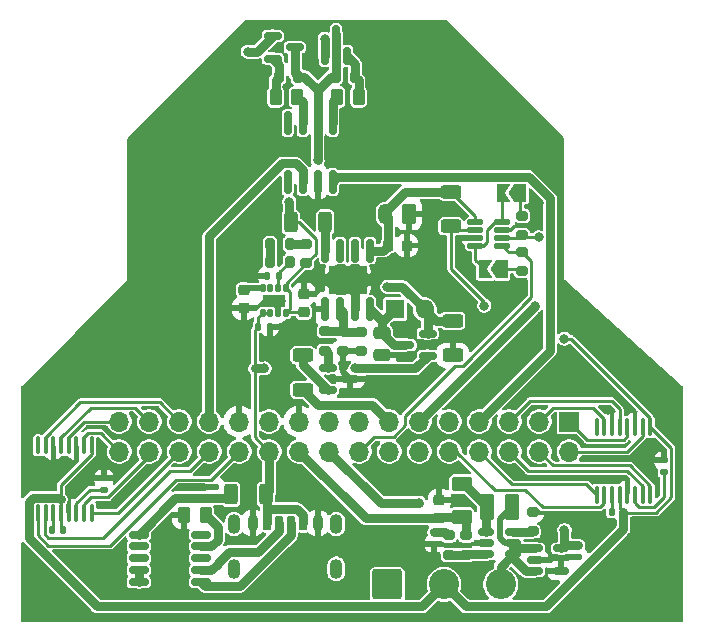
<source format=gbr>
%TF.GenerationSoftware,KiCad,Pcbnew,9.0.0*%
%TF.CreationDate,2025-03-28T07:35:40+02:00*%
%TF.ProjectId,EEE3088F_micro_mouse_power_subsystem,45454533-3038-4384-965f-6d6963726f5f,v0*%
%TF.SameCoordinates,Original*%
%TF.FileFunction,Copper,L1,Top*%
%TF.FilePolarity,Positive*%
%FSLAX46Y46*%
G04 Gerber Fmt 4.6, Leading zero omitted, Abs format (unit mm)*
G04 Created by KiCad (PCBNEW 9.0.0) date 2025-03-28 07:35:40*
%MOMM*%
%LPD*%
G01*
G04 APERTURE LIST*
G04 Aperture macros list*
%AMRoundRect*
0 Rectangle with rounded corners*
0 $1 Rounding radius*
0 $2 $3 $4 $5 $6 $7 $8 $9 X,Y pos of 4 corners*
0 Add a 4 corners polygon primitive as box body*
4,1,4,$2,$3,$4,$5,$6,$7,$8,$9,$2,$3,0*
0 Add four circle primitives for the rounded corners*
1,1,$1+$1,$2,$3*
1,1,$1+$1,$4,$5*
1,1,$1+$1,$6,$7*
1,1,$1+$1,$8,$9*
0 Add four rect primitives between the rounded corners*
20,1,$1+$1,$2,$3,$4,$5,0*
20,1,$1+$1,$4,$5,$6,$7,0*
20,1,$1+$1,$6,$7,$8,$9,0*
20,1,$1+$1,$8,$9,$2,$3,0*%
%AMFreePoly0*
4,1,6,1.000000,0.000000,0.500000,-0.750000,-0.500000,-0.750000,-0.500000,0.750000,0.500000,0.750000,1.000000,0.000000,1.000000,0.000000,$1*%
%AMFreePoly1*
4,1,6,0.500000,-0.750000,-0.650000,-0.750000,-0.150000,0.000000,-0.650000,0.750000,0.500000,0.750000,0.500000,-0.750000,0.500000,-0.750000,$1*%
G04 Aperture macros list end*
%TA.AperFunction,SMDPad,CuDef*%
%ADD10RoundRect,0.225000X0.250000X-0.225000X0.250000X0.225000X-0.250000X0.225000X-0.250000X-0.225000X0*%
%TD*%
%TA.AperFunction,SMDPad,CuDef*%
%ADD11RoundRect,0.140000X0.170000X-0.140000X0.170000X0.140000X-0.170000X0.140000X-0.170000X-0.140000X0*%
%TD*%
%TA.AperFunction,SMDPad,CuDef*%
%ADD12RoundRect,0.140000X-0.170000X0.140000X-0.170000X-0.140000X0.170000X-0.140000X0.170000X0.140000X0*%
%TD*%
%TA.AperFunction,SMDPad,CuDef*%
%ADD13RoundRect,0.250000X0.625000X-0.375000X0.625000X0.375000X-0.625000X0.375000X-0.625000X-0.375000X0*%
%TD*%
%TA.AperFunction,SMDPad,CuDef*%
%ADD14RoundRect,0.250000X0.375000X0.850000X-0.375000X0.850000X-0.375000X-0.850000X0.375000X-0.850000X0*%
%TD*%
%TA.AperFunction,SMDPad,CuDef*%
%ADD15RoundRect,0.250000X-0.312500X-0.625000X0.312500X-0.625000X0.312500X0.625000X-0.312500X0.625000X0*%
%TD*%
%TA.AperFunction,SMDPad,CuDef*%
%ADD16RoundRect,0.250000X0.262500X0.450000X-0.262500X0.450000X-0.262500X-0.450000X0.262500X-0.450000X0*%
%TD*%
%TA.AperFunction,SMDPad,CuDef*%
%ADD17RoundRect,0.200000X0.275000X-0.200000X0.275000X0.200000X-0.275000X0.200000X-0.275000X-0.200000X0*%
%TD*%
%TA.AperFunction,SMDPad,CuDef*%
%ADD18RoundRect,0.135000X-0.185000X0.135000X-0.185000X-0.135000X0.185000X-0.135000X0.185000X0.135000X0*%
%TD*%
%TA.AperFunction,SMDPad,CuDef*%
%ADD19RoundRect,0.200000X-0.275000X0.200000X-0.275000X-0.200000X0.275000X-0.200000X0.275000X0.200000X0*%
%TD*%
%TA.AperFunction,ComponentPad*%
%ADD20RoundRect,0.249999X-1.025001X-1.025001X1.025001X-1.025001X1.025001X1.025001X-1.025001X1.025001X0*%
%TD*%
%TA.AperFunction,ComponentPad*%
%ADD21C,2.550000*%
%TD*%
%TA.AperFunction,SMDPad,CuDef*%
%ADD22RoundRect,0.150000X-0.512500X-0.150000X0.512500X-0.150000X0.512500X0.150000X-0.512500X0.150000X0*%
%TD*%
%TA.AperFunction,HeatsinkPad*%
%ADD23R,2.100000X3.300000*%
%TD*%
%TA.AperFunction,SMDPad,CuDef*%
%ADD24RoundRect,0.150000X-0.687500X-0.150000X0.687500X-0.150000X0.687500X0.150000X-0.687500X0.150000X0*%
%TD*%
%TA.AperFunction,HeatsinkPad*%
%ADD25O,1.100000X1.700000*%
%TD*%
%TA.AperFunction,SMDPad,CuDef*%
%ADD26RoundRect,0.200000X-0.200000X-0.400000X0.200000X-0.400000X0.200000X0.400000X-0.200000X0.400000X0*%
%TD*%
%TA.AperFunction,SMDPad,CuDef*%
%ADD27RoundRect,0.190000X-0.190000X-0.410000X0.190000X-0.410000X0.190000X0.410000X-0.190000X0.410000X0*%
%TD*%
%TA.AperFunction,SMDPad,CuDef*%
%ADD28RoundRect,0.175000X0.175000X0.425000X-0.175000X0.425000X-0.175000X-0.425000X0.175000X-0.425000X0*%
%TD*%
%TA.AperFunction,SMDPad,CuDef*%
%ADD29RoundRect,0.200000X0.200000X0.400000X-0.200000X0.400000X-0.200000X-0.400000X0.200000X-0.400000X0*%
%TD*%
%TA.AperFunction,SMDPad,CuDef*%
%ADD30RoundRect,0.190000X0.190000X0.410000X-0.190000X0.410000X-0.190000X-0.410000X0.190000X-0.410000X0*%
%TD*%
%TA.AperFunction,SMDPad,CuDef*%
%ADD31RoundRect,0.175000X-0.175000X-0.425000X0.175000X-0.425000X0.175000X0.425000X-0.175000X0.425000X0*%
%TD*%
%TA.AperFunction,HeatsinkPad*%
%ADD32C,0.500000*%
%TD*%
%TA.AperFunction,HeatsinkPad*%
%ADD33R,1.900000X1.100000*%
%TD*%
%TA.AperFunction,SMDPad,CuDef*%
%ADD34RoundRect,0.125000X0.125000X-0.187500X0.125000X0.187500X-0.125000X0.187500X-0.125000X-0.187500X0*%
%TD*%
%TA.AperFunction,ComponentPad*%
%ADD35R,1.600000X1.600000*%
%TD*%
%TA.AperFunction,ComponentPad*%
%ADD36O,1.600000X1.600000*%
%TD*%
%TA.AperFunction,ComponentPad*%
%ADD37R,1.700000X1.700000*%
%TD*%
%TA.AperFunction,ComponentPad*%
%ADD38O,1.700000X1.700000*%
%TD*%
%TA.AperFunction,SMDPad,CuDef*%
%ADD39RoundRect,0.150000X0.150000X-0.825000X0.150000X0.825000X-0.150000X0.825000X-0.150000X-0.825000X0*%
%TD*%
%TA.AperFunction,HeatsinkPad*%
%ADD40R,3.300000X2.410000*%
%TD*%
%TA.AperFunction,SMDPad,CuDef*%
%ADD41RoundRect,0.100000X-0.100000X0.637500X-0.100000X-0.637500X0.100000X-0.637500X0.100000X0.637500X0*%
%TD*%
%TA.AperFunction,SMDPad,CuDef*%
%ADD42RoundRect,0.125000X-0.537500X-0.125000X0.537500X-0.125000X0.537500X0.125000X-0.537500X0.125000X0*%
%TD*%
%TA.AperFunction,SMDPad,CuDef*%
%ADD43RoundRect,0.250000X-0.625000X0.312500X-0.625000X-0.312500X0.625000X-0.312500X0.625000X0.312500X0*%
%TD*%
%TA.AperFunction,SMDPad,CuDef*%
%ADD44RoundRect,0.250000X0.312500X0.625000X-0.312500X0.625000X-0.312500X-0.625000X0.312500X-0.625000X0*%
%TD*%
%TA.AperFunction,SMDPad,CuDef*%
%ADD45RoundRect,0.200000X-0.200000X-0.275000X0.200000X-0.275000X0.200000X0.275000X-0.200000X0.275000X0*%
%TD*%
%TA.AperFunction,SMDPad,CuDef*%
%ADD46RoundRect,0.200000X0.200000X0.275000X-0.200000X0.275000X-0.200000X-0.275000X0.200000X-0.275000X0*%
%TD*%
%TA.AperFunction,SMDPad,CuDef*%
%ADD47RoundRect,0.250000X-0.262500X-0.450000X0.262500X-0.450000X0.262500X0.450000X-0.262500X0.450000X0*%
%TD*%
%TA.AperFunction,SMDPad,CuDef*%
%ADD48RoundRect,0.135000X0.135000X0.185000X-0.135000X0.185000X-0.135000X-0.185000X0.135000X-0.185000X0*%
%TD*%
%TA.AperFunction,SMDPad,CuDef*%
%ADD49RoundRect,0.150000X-0.587500X-0.150000X0.587500X-0.150000X0.587500X0.150000X-0.587500X0.150000X0*%
%TD*%
%TA.AperFunction,SMDPad,CuDef*%
%ADD50RoundRect,0.150000X0.150000X-0.587500X0.150000X0.587500X-0.150000X0.587500X-0.150000X-0.587500X0*%
%TD*%
%TA.AperFunction,SMDPad,CuDef*%
%ADD51RoundRect,0.150000X0.587500X0.150000X-0.587500X0.150000X-0.587500X-0.150000X0.587500X-0.150000X0*%
%TD*%
%TA.AperFunction,SMDPad,CuDef*%
%ADD52FreePoly0,180.000000*%
%TD*%
%TA.AperFunction,SMDPad,CuDef*%
%ADD53FreePoly1,180.000000*%
%TD*%
%TA.AperFunction,ComponentPad*%
%ADD54RoundRect,0.250000X0.350000X0.625000X-0.350000X0.625000X-0.350000X-0.625000X0.350000X-0.625000X0*%
%TD*%
%TA.AperFunction,ComponentPad*%
%ADD55O,1.200000X1.750000*%
%TD*%
%TA.AperFunction,SMDPad,CuDef*%
%ADD56RoundRect,0.250000X0.475000X-0.250000X0.475000X0.250000X-0.475000X0.250000X-0.475000X-0.250000X0*%
%TD*%
%TA.AperFunction,SMDPad,CuDef*%
%ADD57RoundRect,0.225000X-0.225000X-0.250000X0.225000X-0.250000X0.225000X0.250000X-0.225000X0.250000X0*%
%TD*%
%TA.AperFunction,SMDPad,CuDef*%
%ADD58RoundRect,0.225000X-0.250000X0.225000X-0.250000X-0.225000X0.250000X-0.225000X0.250000X0.225000X0*%
%TD*%
%TA.AperFunction,SMDPad,CuDef*%
%ADD59RoundRect,0.140000X-0.140000X-0.170000X0.140000X-0.170000X0.140000X0.170000X-0.140000X0.170000X0*%
%TD*%
%TA.AperFunction,ViaPad*%
%ADD60C,0.800000*%
%TD*%
%TA.AperFunction,Conductor*%
%ADD61C,0.250000*%
%TD*%
%TA.AperFunction,Conductor*%
%ADD62C,0.500000*%
%TD*%
%TA.AperFunction,Conductor*%
%ADD63C,0.750000*%
%TD*%
G04 APERTURE END LIST*
D10*
%TO.P,C13,1*%
%TO.N,/5V Out*%
X155400000Y-143200000D03*
%TO.P,C13,2*%
%TO.N,GND*%
X155400000Y-141650000D03*
%TD*%
D11*
%TO.P,C6,2*%
%TO.N,GND*%
X136432500Y-140520000D03*
%TO.P,C6,1*%
%TO.N,Net-(U5-VDD)*%
X136432500Y-141480000D03*
%TD*%
D12*
%TO.P,C12,1*%
%TO.N,/3V3 Out*%
X167162500Y-145490000D03*
%TO.P,C12,2*%
%TO.N,GND*%
X167162500Y-146450000D03*
%TD*%
D13*
%TO.P,D2,1,K*%
%TO.N,/5V Out*%
X157300000Y-143100000D03*
%TO.P,D2,2,A*%
%TO.N,Net-(D2-A)*%
X157300000Y-140300000D03*
%TD*%
D14*
%TO.P,L1,1*%
%TO.N,Net-(SW2-C)*%
X161575000Y-142200000D03*
%TO.P,L1,2*%
%TO.N,Net-(D2-A)*%
X159425000Y-142200000D03*
%TD*%
D15*
%TO.P,R4,2*%
%TO.N,/HV*%
X140695000Y-141180000D03*
%TO.P,R4,1*%
%TO.N,Net-(U5-VDD)*%
X137770000Y-141180000D03*
%TD*%
D16*
%TO.P,R5,2*%
%TO.N,GND*%
X133787500Y-142880000D03*
%TO.P,R5,1*%
%TO.N,Net-(U5-CFG1)*%
X135612500Y-142880000D03*
%TD*%
D17*
%TO.P,R12,1*%
%TO.N,Net-(U9-OC)*%
X163300000Y-144300000D03*
%TO.P,R12,2*%
%TO.N,GND*%
X163300000Y-142650000D03*
%TD*%
D18*
%TO.P,R15,1*%
%TO.N,Net-(R14-Pad2)*%
X154962500Y-144330000D03*
%TO.P,R15,2*%
%TO.N,GND*%
X154962500Y-145350000D03*
%TD*%
D19*
%TO.P,R13,1*%
%TO.N,/5V Out*%
X157700000Y-144650000D03*
%TO.P,R13,2*%
%TO.N,Net-(U9-FB)*%
X157700000Y-146300000D03*
%TD*%
D20*
%TO.P,SW2,1,A*%
%TO.N,unconnected-(SW2-A-Pad1)*%
X151000000Y-148800000D03*
D21*
%TO.P,SW2,2,B*%
%TO.N,/3V7_Nominal*%
X155800000Y-148800000D03*
%TO.P,SW2,3,C*%
%TO.N,Net-(SW2-C)*%
X160600000Y-148800000D03*
%TD*%
D17*
%TO.P,R14,1*%
%TO.N,Net-(U9-FB)*%
X156200000Y-146300000D03*
%TO.P,R14,2*%
%TO.N,Net-(R14-Pad2)*%
X156200000Y-144650000D03*
%TD*%
D22*
%TO.P,U9,1,SW*%
%TO.N,Net-(D2-A)*%
X159362500Y-144350000D03*
%TO.P,U9,2,GND*%
%TO.N,GND*%
X159362500Y-145300000D03*
%TO.P,U9,3,FB*%
%TO.N,Net-(U9-FB)*%
X159362500Y-146250000D03*
%TO.P,U9,4,EN*%
%TO.N,Net-(SW2-C)*%
X161637500Y-146250000D03*
%TO.P,U9,5,VIN*%
X161637500Y-145300000D03*
%TO.P,U9,6,OC*%
%TO.N,Net-(U9-OC)*%
X161637500Y-144350000D03*
%TD*%
D23*
%TO.P,U5,11,GND*%
%TO.N,GND*%
X132595000Y-146580000D03*
D24*
%TO.P,U5,10,PG*%
%TO.N,unconnected-(U5-PG-Pad10)*%
X135232500Y-144580000D03*
%TO.P,U5,9,CFG1*%
%TO.N,Net-(U5-CFG1)*%
X135232500Y-145580000D03*
%TO.P,U5,8,VBUS*%
%TO.N,unconnected-(U5-VBUS-Pad8)*%
X135232500Y-146580000D03*
%TO.P,U5,7,CC1*%
%TO.N,Net-(J3-CC1)*%
X135232500Y-147580000D03*
%TO.P,U5,6,CC2*%
%TO.N,Net-(J3-CC2)*%
X135232500Y-148580000D03*
%TO.P,U5,5,DM*%
%TO.N,Net-(U5-DM)*%
X129957500Y-148580000D03*
%TO.P,U5,4,DP*%
X129957500Y-147580000D03*
%TO.P,U5,3,CFG3*%
%TO.N,unconnected-(U5-CFG3-Pad3)*%
X129957500Y-146580000D03*
%TO.P,U5,2,CFG2*%
%TO.N,unconnected-(U5-CFG2-Pad2)*%
X129957500Y-145580000D03*
%TO.P,U5,1,VDD*%
%TO.N,Net-(U5-VDD)*%
X129957500Y-144580000D03*
%TD*%
D22*
%TO.P,U8,1,IN*%
%TO.N,Net-(SW2-C)*%
X163462500Y-145750000D03*
%TO.P,U8,2,GND*%
%TO.N,GND*%
X163462500Y-146700000D03*
%TO.P,U8,3,EN*%
%TO.N,Net-(SW2-C)*%
X163462500Y-147650000D03*
%TO.P,U8,4,GND*%
%TO.N,GND*%
X165737500Y-147650000D03*
%TO.P,U8,5,OUT*%
%TO.N,/3V3 Out*%
X165737500Y-145750000D03*
%TD*%
D25*
%TO.P,J3,S1,SHIELD*%
%TO.N,unconnected-(J3-SHIELD-PadS1)_1*%
X146670000Y-147480000D03*
%TO.N,unconnected-(J3-SHIELD-PadS1)_3*%
X146670000Y-143680000D03*
%TO.N,unconnected-(J3-SHIELD-PadS1)_2*%
X138030000Y-147480000D03*
%TO.N,unconnected-(J3-SHIELD-PadS1)*%
X138030000Y-143680000D03*
D26*
%TO.P,J3,B12,GND*%
%TO.N,GND*%
X139600000Y-143600000D03*
D27*
%TO.P,J3,B9,VBUS*%
%TO.N,/HV*%
X140830000Y-143600000D03*
D28*
%TO.P,J3,B5,CC2*%
%TO.N,Net-(J3-CC2)*%
X142850000Y-143600000D03*
D29*
%TO.P,J3,A12,GND*%
%TO.N,GND*%
X145100000Y-143600000D03*
D30*
%TO.P,J3,A9,VBUS*%
%TO.N,/HV*%
X143870000Y-143600000D03*
D31*
%TO.P,J3,A5,CC1*%
%TO.N,Net-(J3-CC1)*%
X141850000Y-143600000D03*
%TD*%
D32*
%TO.P,U6,9,GND*%
%TO.N,GND*%
X142157500Y-124775000D03*
D33*
X141407500Y-124775000D03*
D32*
X141407500Y-124775000D03*
X140657500Y-124775000D03*
D34*
%TO.P,U6,8,SS/TR*%
%TO.N,Net-(U6-SS{slash}TR)*%
X140432500Y-123712500D03*
%TO.P,U6,7,PG*%
%TO.N,unconnected-(U6-PG-Pad7)*%
X141082500Y-123712500D03*
%TO.P,U6,6,FB*%
%TO.N,Net-(U6-FB)*%
X141732500Y-123712500D03*
%TO.P,U6,5,VOUT*%
%TO.N,/Vout (5V)*%
X142382500Y-123712500D03*
%TO.P,U6,4,VOUT*%
X142382500Y-125837500D03*
%TO.P,U6,3,GND*%
%TO.N,GND*%
X141732500Y-125837500D03*
%TO.P,U6,2,VIN*%
%TO.N,/HV*%
X141082500Y-125837500D03*
%TO.P,U6,1,EN*%
X140432500Y-125837500D03*
%TD*%
D35*
%TO.P,D1,1,K*%
%TO.N,Net-(D1-K)*%
X151637500Y-125500000D03*
D36*
%TO.P,D1,2,A*%
%TO.N,/Vout (5V)*%
X154177500Y-125500000D03*
%TD*%
D37*
%TO.P,J1,1,Pin_1*%
%TO.N,/Motor2_B_OUT*%
X166400000Y-135000000D03*
D38*
%TO.P,J1,2,Pin_2*%
%TO.N,/Motor2_A_OUT*%
X166400000Y-137540000D03*
%TO.P,J1,3,Pin_3*%
%TO.N,/Motor4_A_OUT*%
X163860000Y-135000000D03*
%TO.P,J1,4,Pin_4*%
%TO.N,/MOTOR2_CTRL1*%
X163860000Y-137540000D03*
%TO.P,J1,5,Pin_5*%
%TO.N,/Motor4_B_OUT*%
X161320000Y-135000000D03*
%TO.P,J1,6,Pin_6*%
%TO.N,/MOTOR2_CTRL2*%
X161320000Y-137540000D03*
%TO.P,J1,7,Pin_7*%
%TO.N,/CTRL_EXT_LOAD2*%
X158780000Y-135000000D03*
%TO.P,J1,8,Pin_8*%
%TO.N,/MOTOR4_CTRL1*%
X158780000Y-137540000D03*
%TO.P,J1,9,Pin_9*%
%TO.N,/USART2_RX*%
X156240000Y-135000000D03*
%TO.P,J1,10,Pin_10*%
%TO.N,/MOTOR4_CTRL2*%
X156240000Y-137540000D03*
%TO.P,J1,11,Pin_11*%
%TO.N,/EXT_LOAD2_OUT*%
X153700000Y-135000000D03*
%TO.P,J1,12,Pin_12*%
%TO.N,/USART2_TX*%
X153700000Y-137540000D03*
%TO.P,J1,13,Pin_13*%
%TO.N,/FAST_CHARGE_CTRL*%
X151160000Y-135000000D03*
%TO.P,J1,14,Pin_14*%
%TO.N,/Battery*%
X151160000Y-137540000D03*
%TO.P,J1,15,Pin_15*%
%TO.N,unconnected-(J1-Pin_15-Pad15)*%
X148620000Y-135000000D03*
%TO.P,J1,16,Pin_16*%
%TO.N,/I2C1_SCL*%
X148620000Y-137540000D03*
%TO.P,J1,17,Pin_17*%
%TO.N,/I2C1_SDA*%
X146080000Y-135000000D03*
%TO.P,J1,18,Pin_18*%
%TO.N,/3V3 Out*%
X146080000Y-137540000D03*
%TO.P,J1,19,Pin_19*%
%TO.N,GND*%
X143540000Y-135000000D03*
%TO.P,J1,20,Pin_20*%
%TO.N,/5V Out*%
X143540000Y-137540000D03*
%TO.P,J1,21,Pin_21*%
%TO.N,/EXT_LOAD1_OUT*%
X141000000Y-135000000D03*
%TO.P,J1,22,Pin_22*%
%TO.N,/HV*%
X141000000Y-137540000D03*
%TO.P,J1,23,Pin_23*%
%TO.N,GND*%
X138460000Y-135000000D03*
%TO.P,J1,24,Pin_24*%
%TO.N,/MOTOR3_CTRL1*%
X138460000Y-137540000D03*
%TO.P,J1,25,Pin_25*%
%TO.N,/CTRL_EXT_LOAD1*%
X135920000Y-135000000D03*
%TO.P,J1,26,Pin_26*%
%TO.N,/MOTOR3_CTRL2*%
X135920000Y-137540000D03*
%TO.P,J1,27,Pin_27*%
%TO.N,/MOTOR3_A_OUT*%
X133380000Y-135000000D03*
%TO.P,J1,28,Pin_28*%
%TO.N,/MOTOR1_CTRL1*%
X133380000Y-137540000D03*
%TO.P,J1,29,Pin_29*%
%TO.N,/MOTOR3_B_OUT*%
X130840000Y-135000000D03*
%TO.P,J1,30,Pin_30*%
%TO.N,/MOTOR1_CTRL2*%
X130840000Y-137540000D03*
%TO.P,J1,31,Pin_31*%
%TO.N,/MOTOR1_B_OUT*%
X128300000Y-135000000D03*
%TO.P,J1,32,Pin_32*%
%TO.N,/MOTOR1_A_OUT*%
X128300000Y-137540000D03*
%TD*%
D39*
%TO.P,U7,1,TEMP*%
%TO.N,GND*%
X145732500Y-125475000D03*
%TO.P,U7,2,PROG*%
%TO.N,Net-(U7-PROG)*%
X147002500Y-125475000D03*
%TO.P,U7,3,GND*%
%TO.N,GND*%
X148272500Y-125475000D03*
%TO.P,U7,4,V_{CC}*%
%TO.N,Net-(D1-K)*%
X149542500Y-125475000D03*
%TO.P,U7,5,BAT*%
%TO.N,/Battery*%
X149542500Y-120525000D03*
%TO.P,U7,6,~{STDBY}*%
%TO.N,unconnected-(U7-~{STDBY}-Pad6)*%
X148272500Y-120525000D03*
%TO.P,U7,7,~{CHRG}*%
%TO.N,unconnected-(U7-~{CHRG}-Pad7)*%
X147002500Y-120525000D03*
%TO.P,U7,8,CE*%
%TO.N,Net-(U7-CE)*%
X145732500Y-120525000D03*
D32*
%TO.P,U7,9,EPAD*%
%TO.N,GND*%
X146437500Y-123700000D03*
X147637500Y-123700000D03*
X148837500Y-123700000D03*
D40*
X147637500Y-123000000D03*
D32*
X146437500Y-122300000D03*
X147637500Y-122300000D03*
X148837500Y-122300000D03*
%TD*%
D39*
%TO.P,U4,1,NC*%
%TO.N,unconnected-(U4-NC-Pad1)*%
X142560000Y-114700000D03*
%TO.P,U4,2,IN_A*%
%TO.N,/CTRL_EXT_LOAD1*%
X143830000Y-114700000D03*
%TO.P,U4,3,GND*%
%TO.N,GND*%
X145100000Y-114700000D03*
%TO.P,U4,4,IN_B*%
%TO.N,/CTRL_EXT_LOAD2*%
X146370000Y-114700000D03*
%TO.P,U4,5,~{OUT_B}*%
%TO.N,Net-(U4-~{OUT_B})*%
X146370000Y-109750000D03*
%TO.P,U4,6,VDD*%
%TO.N,/5V Out*%
X145100000Y-109750000D03*
%TO.P,U4,7,~{OUT_A}*%
%TO.N,Net-(U4-~{OUT_A})*%
X143830000Y-109750000D03*
%TO.P,U4,8,NC*%
%TO.N,unconnected-(U4-NC-Pad8)*%
X142560000Y-109750000D03*
%TD*%
D41*
%TO.P,U3,1,nSLEEP*%
%TO.N,/3V7_Nominal*%
X173275000Y-135475000D03*
%TO.P,U3,2,AOUT1*%
%TO.N,/Motor2_A_OUT*%
X172625000Y-135475000D03*
%TO.P,U3,3,AISEN*%
%TO.N,GND*%
X171975000Y-135475000D03*
%TO.P,U3,4,AOUT2*%
%TO.N,/Motor2_B_OUT*%
X171325000Y-135475000D03*
%TO.P,U3,5,BOUT2*%
%TO.N,/Motor4_B_OUT*%
X170675000Y-135475000D03*
%TO.P,U3,6,BISEN*%
%TO.N,GND*%
X170025000Y-135475000D03*
%TO.P,U3,7,BOUT1*%
%TO.N,/Motor4_A_OUT*%
X169375000Y-135475000D03*
%TO.P,U3,8,nFAULT*%
%TO.N,unconnected-(U3-nFAULT-Pad8)*%
X168725000Y-135475000D03*
%TO.P,U3,9,BIN1*%
%TO.N,/MOTOR4_CTRL1*%
X168725000Y-141200000D03*
%TO.P,U3,10,BIN2*%
%TO.N,/MOTOR4_CTRL2*%
X169375000Y-141200000D03*
%TO.P,U3,11,VCP*%
%TO.N,Net-(U3-VCP)*%
X170025000Y-141200000D03*
%TO.P,U3,12,VM*%
%TO.N,/3V7_Nominal*%
X170675000Y-141200000D03*
%TO.P,U3,13,GND*%
%TO.N,GND*%
X171325000Y-141200000D03*
%TO.P,U3,14,VINT*%
%TO.N,Net-(U3-VINT)*%
X171975000Y-141200000D03*
%TO.P,U3,15,AIN2*%
%TO.N,/MOTOR2_CTRL2*%
X172625000Y-141200000D03*
%TO.P,U3,16,AIN1*%
%TO.N,/MOTOR2_CTRL1*%
X173275000Y-141200000D03*
%TD*%
%TO.P,U2,1,nSLEEP*%
%TO.N,/3V7_Nominal*%
X125975000Y-137025000D03*
%TO.P,U2,2,AOUT1*%
%TO.N,/MOTOR1_A_OUT*%
X125325000Y-137025000D03*
%TO.P,U2,3,AISEN*%
%TO.N,GND*%
X124675000Y-137025000D03*
%TO.P,U2,4,AOUT2*%
%TO.N,/MOTOR1_B_OUT*%
X124025000Y-137025000D03*
%TO.P,U2,5,BOUT2*%
%TO.N,/MOTOR3_B_OUT*%
X123375000Y-137025000D03*
%TO.P,U2,6,BISEN*%
%TO.N,GND*%
X122725000Y-137025000D03*
%TO.P,U2,7,BOUT1*%
%TO.N,/MOTOR3_A_OUT*%
X122075000Y-137025000D03*
%TO.P,U2,8,nFAULT*%
%TO.N,unconnected-(U2-nFAULT-Pad8)*%
X121425000Y-137025000D03*
%TO.P,U2,9,BIN1*%
%TO.N,/MOTOR3_CTRL1*%
X121425000Y-142750000D03*
%TO.P,U2,10,BIN2*%
%TO.N,/MOTOR3_CTRL2*%
X122075000Y-142750000D03*
%TO.P,U2,11,VCP*%
%TO.N,Net-(U2-VCP)*%
X122725000Y-142750000D03*
%TO.P,U2,12,VM*%
%TO.N,/3V7_Nominal*%
X123375000Y-142750000D03*
%TO.P,U2,13,GND*%
%TO.N,GND*%
X124025000Y-142750000D03*
%TO.P,U2,14,VINT*%
%TO.N,Net-(U2-VINT)*%
X124675000Y-142750000D03*
%TO.P,U2,15,AIN2*%
%TO.N,/MOTOR1_CTRL2*%
X125325000Y-142750000D03*
%TO.P,U2,16,AIN1*%
%TO.N,/MOTOR1_CTRL1*%
X125975000Y-142750000D03*
%TD*%
D42*
%TO.P,U1,1,IN+*%
%TO.N,/Battery*%
X158462500Y-118150000D03*
%TO.P,U1,2,IN-*%
%TO.N,/3V7_Nominal*%
X158462500Y-118800000D03*
%TO.P,U1,3,GND*%
%TO.N,GND*%
X158462500Y-119450000D03*
%TO.P,U1,4,VS*%
%TO.N,/3V3 Out*%
X158462500Y-120100000D03*
%TO.P,U1,5,SCL*%
%TO.N,/I2C1_SCL*%
X160737500Y-120100000D03*
%TO.P,U1,6,SDA*%
%TO.N,/I2C1_SDA*%
X160737500Y-119450000D03*
%TO.P,U1,7,A0*%
%TO.N,GND*%
X160737500Y-118800000D03*
%TO.P,U1,8,A1*%
%TO.N,/3V3 Out*%
X160737500Y-118150000D03*
%TD*%
D43*
%TO.P,R23,1*%
%TO.N,Net-(Q4-G)*%
X143837500Y-129375000D03*
%TO.P,R23,2*%
%TO.N,/FAST_CHARGE_CTRL*%
X143837500Y-132300000D03*
%TD*%
D44*
%TO.P,R22,1*%
%TO.N,Net-(U7-CE)*%
X145737500Y-118100000D03*
%TO.P,R22,2*%
%TO.N,/Vout (5V)*%
X142812500Y-118100000D03*
%TD*%
D16*
%TO.P,R21,1*%
%TO.N,Net-(U4-~{OUT_A})*%
X143365000Y-107525000D03*
%TO.P,R21,2*%
%TO.N,Net-(Q2-G)*%
X141540000Y-107525000D03*
%TD*%
D45*
%TO.P,R20,1*%
%TO.N,Net-(R19-Pad2)*%
X141087500Y-121475000D03*
%TO.P,R20,2*%
%TO.N,Net-(U6-FB)*%
X142737500Y-121475000D03*
%TD*%
D46*
%TO.P,R19,1*%
%TO.N,Net-(R19-Pad1)*%
X142737500Y-119975000D03*
%TO.P,R19,2*%
%TO.N,Net-(R19-Pad2)*%
X141087500Y-119975000D03*
%TD*%
D45*
%TO.P,R18,1*%
%TO.N,/5V Out*%
X146615000Y-105825000D03*
%TO.P,R18,2*%
%TO.N,Net-(Q3-G)*%
X148265000Y-105825000D03*
%TD*%
D47*
%TO.P,R17,1*%
%TO.N,Net-(U4-~{OUT_B})*%
X146740000Y-107525000D03*
%TO.P,R17,2*%
%TO.N,Net-(Q3-G)*%
X148565000Y-107525000D03*
%TD*%
D43*
%TO.P,R16,1*%
%TO.N,/Vout (5V)*%
X156537500Y-126475000D03*
%TO.P,R16,2*%
%TO.N,GND*%
X156537500Y-129400000D03*
%TD*%
D19*
%TO.P,R11,1*%
%TO.N,Net-(U7-PROG)*%
X148737500Y-127400000D03*
%TO.P,R11,2*%
%TO.N,GND*%
X148737500Y-129050000D03*
%TD*%
%TO.P,R10,1*%
%TO.N,Net-(U7-PROG)*%
X147237500Y-127350000D03*
%TO.P,R10,2*%
%TO.N,GND*%
X147237500Y-129000000D03*
%TD*%
%TO.P,R9,1*%
%TO.N,Net-(U7-PROG)*%
X145737500Y-127350000D03*
%TO.P,R9,2*%
%TO.N,Net-(Q4-D)*%
X145737500Y-129000000D03*
%TD*%
D46*
%TO.P,R8,1*%
%TO.N,/5V Out*%
X143465000Y-105825000D03*
%TO.P,R8,2*%
%TO.N,Net-(Q2-G)*%
X141815000Y-105825000D03*
%TD*%
D48*
%TO.P,R7,1*%
%TO.N,Net-(U6-FB)*%
X141847500Y-122675000D03*
%TO.P,R7,2*%
%TO.N,GND*%
X140827500Y-122675000D03*
%TD*%
D17*
%TO.P,R6,1*%
%TO.N,/Vout (5V)*%
X144137500Y-121600000D03*
%TO.P,R6,2*%
%TO.N,Net-(R19-Pad1)*%
X144137500Y-119950000D03*
%TD*%
D19*
%TO.P,R3,1*%
%TO.N,/I2C1_SCL*%
X162400000Y-120625000D03*
%TO.P,R3,2*%
%TO.N,Net-(JP2-A)*%
X162400000Y-122275000D03*
%TD*%
%TO.P,R2,1*%
%TO.N,Net-(JP1-A)*%
X162400000Y-117575000D03*
%TO.P,R2,2*%
%TO.N,/I2C1_SDA*%
X162400000Y-119225000D03*
%TD*%
D43*
%TO.P,R1,1*%
%TO.N,/Battery*%
X156400000Y-115562500D03*
%TO.P,R1,2*%
%TO.N,/3V7_Nominal*%
X156400000Y-118487500D03*
%TD*%
D49*
%TO.P,Q4,1,D*%
%TO.N,Net-(Q4-D)*%
X145962500Y-130450000D03*
%TO.P,Q4,2,G*%
%TO.N,Net-(Q4-G)*%
X145962500Y-132350000D03*
%TO.P,Q4,3,S*%
%TO.N,GND*%
X147837500Y-131400000D03*
%TD*%
D50*
%TO.P,Q3,1,D*%
%TO.N,/EXT_LOAD2_OUT*%
X145715000Y-104062500D03*
%TO.P,Q3,2,G*%
%TO.N,Net-(Q3-G)*%
X147615000Y-104062500D03*
%TO.P,Q3,3,S*%
%TO.N,/5V Out*%
X146665000Y-102187500D03*
%TD*%
D49*
%TO.P,Q2,1,D*%
%TO.N,/EXT_LOAD1_OUT*%
X141290000Y-102375000D03*
%TO.P,Q2,2,G*%
%TO.N,Net-(Q2-G)*%
X141290000Y-104275000D03*
%TO.P,Q2,3,S*%
%TO.N,/5V Out*%
X143165000Y-103325000D03*
%TD*%
D51*
%TO.P,Q1,1,D*%
%TO.N,/HV*%
X154412500Y-129450000D03*
%TO.P,Q1,2,G*%
%TO.N,/Vout (5V)*%
X154412500Y-127550000D03*
%TO.P,Q1,3,S*%
%TO.N,Net-(D1-K)*%
X152537500Y-128500000D03*
%TD*%
D52*
%TO.P,JP2,1,A*%
%TO.N,Net-(JP2-A)*%
X160700000Y-122125000D03*
D53*
%TO.P,JP2,2,B*%
%TO.N,/3V3 Out*%
X159250000Y-122125000D03*
%TD*%
D52*
%TO.P,JP1,1,A*%
%TO.N,Net-(JP1-A)*%
X162250000Y-115625000D03*
D53*
%TO.P,JP1,2,B*%
%TO.N,/3V3 Out*%
X160800000Y-115625000D03*
%TD*%
D54*
%TO.P,J2,1,Pin_2*%
%TO.N,GND*%
X152837500Y-117450000D03*
D55*
%TO.P,J2,2,Pin_1*%
%TO.N,/Battery*%
X150837500Y-117450000D03*
%TD*%
D56*
%TO.P,C11,1*%
%TO.N,GND*%
X150537500Y-129400000D03*
%TO.P,C11,2*%
%TO.N,Net-(D1-K)*%
X150537500Y-127500000D03*
%TD*%
D57*
%TO.P,C10,1*%
%TO.N,/Battery*%
X151087500Y-120100000D03*
%TO.P,C10,2*%
%TO.N,GND*%
X152637500Y-120100000D03*
%TD*%
D58*
%TO.P,C9,1*%
%TO.N,Net-(U6-SS{slash}TR)*%
X138837500Y-123875000D03*
%TO.P,C9,2*%
%TO.N,GND*%
X138837500Y-125425000D03*
%TD*%
D10*
%TO.P,C8,1*%
%TO.N,/Vout (5V)*%
X143937500Y-125750000D03*
%TO.P,C8,2*%
%TO.N,GND*%
X143937500Y-124200000D03*
%TD*%
D59*
%TO.P,C7,1*%
%TO.N,/HV*%
X140077500Y-126975000D03*
%TO.P,C7,2*%
%TO.N,GND*%
X141037500Y-126975000D03*
%TD*%
D12*
%TO.P,C4,1*%
%TO.N,GND*%
X174400000Y-138290000D03*
%TO.P,C4,2*%
%TO.N,Net-(U3-VINT)*%
X174400000Y-139250000D03*
%TD*%
D59*
%TO.P,C3,1*%
%TO.N,Net-(U3-VCP)*%
X170020000Y-142700000D03*
%TO.P,C3,2*%
%TO.N,/3V7_Nominal*%
X170980000Y-142700000D03*
%TD*%
%TO.P,C2,1*%
%TO.N,Net-(U2-VCP)*%
X122600000Y-144200000D03*
%TO.P,C2,2*%
%TO.N,/3V7_Nominal*%
X123560000Y-144200000D03*
%TD*%
D12*
%TO.P,C1,1*%
%TO.N,GND*%
X127000000Y-139820000D03*
%TO.P,C1,2*%
%TO.N,Net-(U2-VINT)*%
X127000000Y-140780000D03*
%TD*%
D60*
%TO.N,GND*%
X169700000Y-134000000D03*
X172200000Y-138100000D03*
X156200000Y-123500000D03*
X163800000Y-116500000D03*
X139200000Y-141300000D03*
X129700000Y-131400000D03*
X167300000Y-131900000D03*
%TO.N,/3V7_Nominal*%
X159200000Y-125200000D03*
X166000000Y-128000000D03*
%TO.N,GND*%
X152600000Y-139900000D03*
X151300000Y-132300000D03*
X147700000Y-115900000D03*
X167800000Y-143800000D03*
X149000000Y-146000000D03*
%TO.N,/EXT_LOAD2_OUT*%
X145690000Y-102600000D03*
X163509457Y-125212362D03*
%TO.N,/EXT_LOAD1_OUT*%
X139200000Y-103700000D03*
%TO.N,/I2C1_SDA*%
X163800000Y-119400000D03*
%TO.N,/3V3 Out*%
X166000000Y-144200000D03*
X153700000Y-141900000D03*
%TO.N,/HV*%
X148300000Y-130500000D03*
X140600000Y-130500000D03*
%TO.N,/Vout (5V)*%
X142700000Y-116400000D03*
X151000000Y-123600000D03*
%TO.N,/5V Out*%
X145100000Y-112900000D03*
%TO.N,GND*%
X127000000Y-148000000D03*
%TD*%
D61*
%TO.N,/Motor4_B_OUT*%
X170675000Y-133948280D02*
X170675000Y-135475000D01*
X170000720Y-133274000D02*
X170675000Y-133948280D01*
X163046000Y-133274000D02*
X170000720Y-133274000D01*
X161320000Y-135000000D02*
X163046000Y-133274000D01*
%TO.N,GND*%
X170025000Y-134325000D02*
X169700000Y-134000000D01*
X170025000Y-135475000D02*
X170025000Y-134325000D01*
D62*
X147237500Y-130800000D02*
X147237500Y-129000000D01*
X147837500Y-131400000D02*
X147237500Y-130800000D01*
D61*
X162734144Y-118465274D02*
X161726000Y-118465274D01*
X161391274Y-118800000D02*
X160737500Y-118800000D01*
X163800000Y-116500000D02*
X163800000Y-117399418D01*
X163800000Y-117399418D02*
X162734144Y-118465274D01*
X161726000Y-118465274D02*
X161391274Y-118800000D01*
D63*
X148272500Y-123635000D02*
X147637500Y-123000000D01*
X148272500Y-125475000D02*
X148272500Y-123635000D01*
D61*
%TO.N,/3V7_Nominal*%
X156400000Y-122073280D02*
X156400000Y-118487500D01*
X159200000Y-124873280D02*
X156400000Y-122073280D01*
X159200000Y-125200000D02*
X159200000Y-124873280D01*
X173275000Y-134737501D02*
X166537499Y-128000000D01*
X166537499Y-128000000D02*
X166000000Y-128000000D01*
X173275000Y-135475000D02*
X173275000Y-134737501D01*
D63*
%TO.N,/EXT_LOAD2_OUT*%
X145690000Y-104037500D02*
X145715000Y-104062500D01*
X145690000Y-102600000D02*
X145690000Y-104037500D01*
X163487638Y-125212362D02*
X163509457Y-125212362D01*
X153700000Y-135000000D02*
X163487638Y-125212362D01*
%TO.N,/EXT_LOAD1_OUT*%
X139200000Y-103700000D02*
X139965000Y-103700000D01*
X139965000Y-103700000D02*
X141290000Y-102375000D01*
%TO.N,/CTRL_EXT_LOAD2*%
X164776000Y-129004000D02*
X158780000Y-135000000D01*
X162990660Y-114294000D02*
X164776000Y-116079340D01*
X164776000Y-116079340D02*
X164776000Y-129004000D01*
X146776000Y-114294000D02*
X162990660Y-114294000D01*
X146370000Y-114700000D02*
X146776000Y-114294000D01*
%TO.N,/CTRL_EXT_LOAD1*%
X135920000Y-119334124D02*
X135920000Y-135000000D01*
X142105124Y-113149000D02*
X135920000Y-119334124D01*
X143253999Y-113149000D02*
X142105124Y-113149000D01*
X143830000Y-113725001D02*
X143253999Y-113149000D01*
X143830000Y-114700000D02*
X143830000Y-113725001D01*
%TO.N,Net-(Q2-G)*%
X141815000Y-105825000D02*
X141815000Y-104800000D01*
X141815000Y-104800000D02*
X141290000Y-104275000D01*
X141540000Y-106100000D02*
X141815000Y-105825000D01*
X141540000Y-107525000D02*
X141540000Y-106100000D01*
%TO.N,Net-(Q3-G)*%
X148265000Y-104712500D02*
X147615000Y-104062500D01*
X148265000Y-105825000D02*
X148265000Y-104712500D01*
X148565000Y-106125000D02*
X148265000Y-105825000D01*
X148565000Y-107525000D02*
X148565000Y-106125000D01*
%TO.N,Net-(U4-~{OUT_A})*%
X143830000Y-107990000D02*
X143365000Y-107525000D01*
X143830000Y-109750000D02*
X143830000Y-107990000D01*
%TO.N,Net-(U4-~{OUT_B})*%
X146370000Y-107895000D02*
X146740000Y-107525000D01*
X146370000Y-109750000D02*
X146370000Y-107895000D01*
%TO.N,/5V Out*%
X143165000Y-105525000D02*
X143465000Y-105825000D01*
X143165000Y-103325000D02*
X143165000Y-105525000D01*
X146665000Y-105775000D02*
X146615000Y-105825000D01*
X146665000Y-102187500D02*
X146665000Y-105775000D01*
X143985000Y-105825000D02*
X145100000Y-106940000D01*
X143465000Y-105825000D02*
X143985000Y-105825000D01*
X146215000Y-105825000D02*
X146615000Y-105825000D01*
X145100000Y-106940000D02*
X146215000Y-105825000D01*
X145100000Y-109750000D02*
X145100000Y-106940000D01*
D61*
%TO.N,/I2C1_SDA*%
X163800000Y-119400000D02*
X162575000Y-119400000D01*
X162575000Y-119400000D02*
X162400000Y-119225000D01*
%TO.N,/I2C1_SCL*%
X163201000Y-121426000D02*
X162400000Y-120625000D01*
X163201000Y-124495514D02*
X163201000Y-121426000D01*
X157408014Y-130288500D02*
X163201000Y-124495514D01*
X156748384Y-130288500D02*
X157408014Y-130288500D01*
X152524000Y-134512884D02*
X156748384Y-130288500D01*
X152524000Y-135299116D02*
X152524000Y-134512884D01*
X151523116Y-136300000D02*
X152524000Y-135299116D01*
X149860000Y-136300000D02*
X151523116Y-136300000D01*
X148620000Y-137540000D02*
X149860000Y-136300000D01*
D63*
%TO.N,/3V3 Out*%
X166000000Y-145487500D02*
X165737500Y-145750000D01*
X166000000Y-144200000D02*
X166000000Y-145487500D01*
X150440000Y-141900000D02*
X153700000Y-141900000D01*
X146080000Y-137540000D02*
X150440000Y-141900000D01*
%TO.N,/5V Out*%
X149200000Y-143200000D02*
X155400000Y-143200000D01*
X143540000Y-137540000D02*
X149200000Y-143200000D01*
%TO.N,/HV*%
X140600000Y-130500000D02*
X139800000Y-130500000D01*
D61*
X139800000Y-130500000D02*
X139800000Y-127252500D01*
D63*
X153362500Y-130500000D02*
X148300000Y-130500000D01*
X154412500Y-129450000D02*
X153362500Y-130500000D01*
D61*
X139800000Y-127252500D02*
X140077500Y-126975000D01*
X141000000Y-137540000D02*
X139800000Y-136340000D01*
X139800000Y-136340000D02*
X139800000Y-130500000D01*
D63*
X141000000Y-140875000D02*
X140695000Y-141180000D01*
X141000000Y-137540000D02*
X141000000Y-140875000D01*
%TO.N,/Vout (5V)*%
X142700000Y-117987500D02*
X142812500Y-118100000D01*
X142700000Y-116400000D02*
X142700000Y-117987500D01*
X152277500Y-123600000D02*
X151000000Y-123600000D01*
X154177500Y-125500000D02*
X152277500Y-123600000D01*
D61*
%TO.N,/I2C1_SDA*%
X162175000Y-119450000D02*
X162400000Y-119225000D01*
X160737500Y-119450000D02*
X162175000Y-119450000D01*
%TO.N,/I2C1_SCL*%
X161262500Y-120625000D02*
X160737500Y-120100000D01*
X162400000Y-120625000D02*
X161262500Y-120625000D01*
%TO.N,Net-(JP2-A)*%
X162250000Y-122125000D02*
X162400000Y-122275000D01*
X160700000Y-122125000D02*
X162250000Y-122125000D01*
%TO.N,Net-(JP1-A)*%
X162250000Y-117425000D02*
X162400000Y-117575000D01*
X162250000Y-115625000D02*
X162250000Y-117425000D01*
%TO.N,/3V3 Out*%
X160737500Y-115687500D02*
X160800000Y-115625000D01*
X160737500Y-118150000D02*
X160737500Y-115687500D01*
X159451000Y-119765274D02*
X159116274Y-120100000D01*
X159116274Y-120100000D02*
X158462500Y-120100000D01*
X160075001Y-118150000D02*
X159451000Y-118774001D01*
X160737500Y-118150000D02*
X160075001Y-118150000D01*
X159451000Y-118774001D02*
X159451000Y-119765274D01*
X158462500Y-121337500D02*
X159250000Y-122125000D01*
X158462500Y-120100000D02*
X158462500Y-121337500D01*
%TO.N,/Battery*%
X158462500Y-117625000D02*
X156400000Y-115562500D01*
X158462500Y-118150000D02*
X158462500Y-117625000D01*
D63*
X156400000Y-115562500D02*
X152537500Y-115562500D01*
X152537500Y-115562500D02*
X150837500Y-117262500D01*
X150837500Y-117262500D02*
X150837500Y-117450000D01*
D61*
%TO.N,/3V7_Nominal*%
X156712500Y-118800000D02*
X158462500Y-118800000D01*
X156400000Y-118487500D02*
X156712500Y-118800000D01*
D63*
%TO.N,/Battery*%
X151087500Y-117700000D02*
X150837500Y-117450000D01*
X151087500Y-120100000D02*
X151087500Y-117700000D01*
X150662500Y-120525000D02*
X151087500Y-120100000D01*
X149542500Y-120525000D02*
X150662500Y-120525000D01*
%TO.N,Net-(U7-CE)*%
X145737500Y-120520000D02*
X145732500Y-120525000D01*
X145737500Y-118100000D02*
X145737500Y-120520000D01*
D61*
%TO.N,/Vout (5V)*%
X144938500Y-120799000D02*
X144137500Y-121600000D01*
X144938500Y-119526582D02*
X144938500Y-120799000D01*
X143511918Y-118100000D02*
X144938500Y-119526582D01*
X142812500Y-118100000D02*
X143511918Y-118100000D01*
D63*
%TO.N,Net-(R19-Pad1)*%
X144112500Y-119975000D02*
X144137500Y-119950000D01*
X142737500Y-119975000D02*
X144112500Y-119975000D01*
%TO.N,Net-(R19-Pad2)*%
X141087500Y-121475000D02*
X141087500Y-119975000D01*
D61*
%TO.N,Net-(U6-FB)*%
X141847500Y-122365000D02*
X142737500Y-121475000D01*
X141847500Y-122675000D02*
X141847500Y-122365000D01*
X141732500Y-122790000D02*
X141847500Y-122675000D01*
X141732500Y-123712500D02*
X141732500Y-122790000D01*
D62*
%TO.N,Net-(U6-SS{slash}TR)*%
X139000000Y-123712500D02*
X140381500Y-123712500D01*
X138837500Y-123875000D02*
X139000000Y-123712500D01*
D61*
%TO.N,/HV*%
X141082500Y-125837500D02*
X140432500Y-125837500D01*
X140077500Y-126192500D02*
X140432500Y-125837500D01*
X140077500Y-126975000D02*
X140077500Y-126192500D01*
%TO.N,/Vout (5V)*%
X142382500Y-123355000D02*
X142382500Y-123712500D01*
X144137500Y-121600000D02*
X142382500Y-123355000D01*
X142733500Y-125486500D02*
X142382500Y-125837500D01*
X142733500Y-124063500D02*
X142733500Y-125486500D01*
X142382500Y-123712500D02*
X142733500Y-124063500D01*
X142470000Y-125750000D02*
X142382500Y-125837500D01*
X143937500Y-125750000D02*
X142470000Y-125750000D01*
D63*
X155152500Y-126475000D02*
X154177500Y-125500000D01*
X156537500Y-126475000D02*
X155152500Y-126475000D01*
X154412500Y-125735000D02*
X154177500Y-125500000D01*
X154412500Y-127550000D02*
X154412500Y-125735000D01*
%TO.N,Net-(D1-K)*%
X151537500Y-128500000D02*
X150537500Y-127500000D01*
X152537500Y-128500000D02*
X151537500Y-128500000D01*
X150537500Y-126470000D02*
X150537500Y-126600000D01*
X149542500Y-125475000D02*
X150537500Y-126470000D01*
X150537500Y-126600000D02*
X151637500Y-125500000D01*
X150537500Y-127500000D02*
X150537500Y-126600000D01*
%TO.N,Net-(U7-PROG)*%
X147237500Y-125710000D02*
X147002500Y-125475000D01*
X147237500Y-127350000D02*
X147237500Y-125710000D01*
X147287500Y-127400000D02*
X147237500Y-127350000D01*
X148737500Y-127400000D02*
X147287500Y-127400000D01*
X145737500Y-127350000D02*
X147237500Y-127350000D01*
%TO.N,Net-(Q4-D)*%
X145962500Y-129225000D02*
X145737500Y-129000000D01*
X145962500Y-130450000D02*
X145962500Y-129225000D01*
%TO.N,Net-(Q4-G)*%
X143837500Y-130187432D02*
X143837500Y-129375000D01*
X145962500Y-132312432D02*
X143837500Y-130187432D01*
X145962500Y-132350000D02*
X145962500Y-132312432D01*
%TO.N,/FAST_CHARGE_CTRL*%
X149734000Y-133574000D02*
X151160000Y-135000000D01*
X145111500Y-133574000D02*
X149734000Y-133574000D01*
X143837500Y-132300000D02*
X145111500Y-133574000D01*
%TO.N,/3V7_Nominal*%
X164429876Y-150651000D02*
X170980000Y-144100876D01*
X157651000Y-150651000D02*
X164429876Y-150651000D01*
X170980000Y-144100876D02*
X170980000Y-142700000D01*
X155800000Y-148800000D02*
X157651000Y-150651000D01*
X123211500Y-141436500D02*
X123375000Y-141600000D01*
X121042220Y-141436500D02*
X123211500Y-141436500D01*
X120649000Y-141829720D02*
X121042220Y-141436500D01*
X120649000Y-144851078D02*
X120649000Y-141829720D01*
X126448922Y-150651000D02*
X120649000Y-144851078D01*
X153949000Y-150651000D02*
X126448922Y-150651000D01*
X155800000Y-148800000D02*
X153949000Y-150651000D01*
D61*
X123375000Y-141600000D02*
X123375000Y-142750000D01*
%TO.N,/MOTOR3_CTRL1*%
X133108678Y-139914000D02*
X136086000Y-139914000D01*
X127522678Y-145500000D02*
X133108678Y-139914000D01*
X122289286Y-145500000D02*
X127522678Y-145500000D01*
X121425000Y-144635714D02*
X122289286Y-145500000D01*
X121425000Y-142750000D02*
X121425000Y-144635714D01*
X136086000Y-139914000D02*
X138460000Y-137540000D01*
%TO.N,/MOTOR3_CTRL2*%
X134260000Y-139200000D02*
X135920000Y-137540000D01*
X132600000Y-139200000D02*
X134260000Y-139200000D01*
X126964000Y-144836000D02*
X132600000Y-139200000D01*
X121994000Y-144566904D02*
X122263096Y-144836000D01*
X121994000Y-142831000D02*
X121994000Y-144566904D01*
X122263096Y-144836000D02*
X126964000Y-144836000D01*
X122075000Y-142750000D02*
X121994000Y-142831000D01*
%TO.N,/MOTOR4_CTRL1*%
X161563000Y-140323000D02*
X158780000Y-137540000D01*
X167848000Y-140323000D02*
X161563000Y-140323000D01*
X168725000Y-141200000D02*
X167848000Y-140323000D01*
%TO.N,/MOTOR4_CTRL2*%
X160085757Y-140814243D02*
X156811514Y-137540000D01*
X160126000Y-140774000D02*
X160085757Y-140814243D01*
X162648418Y-140774000D02*
X160126000Y-140774000D01*
X169004226Y-142263500D02*
X164137918Y-142263500D01*
X156811514Y-137540000D02*
X156240000Y-137540000D01*
X164137918Y-142263500D02*
X162648418Y-140774000D01*
X169375000Y-141892726D02*
X169004226Y-142263500D01*
X169375000Y-141200000D02*
X169375000Y-141892726D01*
D63*
%TO.N,Net-(U5-VDD)*%
X133057500Y-141480000D02*
X136432500Y-141480000D01*
%TO.N,Net-(SW2-C)*%
X160600000Y-147287500D02*
X161637500Y-146250000D01*
%TO.N,Net-(U5-VDD)*%
X137470000Y-141480000D02*
X137770000Y-141180000D01*
%TO.N,Net-(SW2-C)*%
X161637500Y-146250000D02*
X161637500Y-145300000D01*
X162719124Y-147650000D02*
X161637500Y-146568376D01*
X160600000Y-148800000D02*
X160600000Y-147287500D01*
%TO.N,Net-(U5-VDD)*%
X129957500Y-144580000D02*
X133057500Y-141480000D01*
%TO.N,Net-(SW2-C)*%
X161637500Y-146568376D02*
X161637500Y-146250000D01*
%TO.N,Net-(U5-VDD)*%
X136432500Y-141480000D02*
X137470000Y-141480000D01*
%TO.N,Net-(U5-DM)*%
X129957500Y-148580000D02*
X129957500Y-147580000D01*
%TO.N,Net-(SW2-C)*%
X163462500Y-147650000D02*
X162719124Y-147650000D01*
%TO.N,Net-(U9-OC)*%
X163250000Y-144350000D02*
X163300000Y-144300000D01*
%TO.N,Net-(J3-CC1)*%
X141850000Y-144268552D02*
X140064552Y-146054000D01*
%TO.N,Net-(J3-CC2)*%
X138557469Y-148906000D02*
X135558500Y-148906000D01*
%TO.N,Net-(J3-CC1)*%
X136646000Y-146971596D02*
X136646000Y-147034876D01*
X141850000Y-143600000D02*
X141850000Y-144268552D01*
%TO.N,Net-(J3-CC2)*%
X142850000Y-144613469D02*
X138557469Y-148906000D01*
X135558500Y-148906000D02*
X135232500Y-148580000D01*
%TO.N,Net-(J3-CC1)*%
X140064552Y-146054000D02*
X137563596Y-146054000D01*
%TO.N,Net-(SW2-C)*%
X162087500Y-145750000D02*
X161637500Y-145300000D01*
X163462500Y-145750000D02*
X162087500Y-145750000D01*
%TO.N,/3V3 Out*%
X165997500Y-145490000D02*
X167162500Y-145490000D01*
%TO.N,Net-(J3-CC1)*%
X136100876Y-147580000D02*
X135232500Y-147580000D01*
X137563596Y-146054000D02*
X136646000Y-146971596D01*
X136646000Y-147034876D02*
X136100876Y-147580000D01*
%TO.N,Net-(J3-CC2)*%
X142850000Y-143600000D02*
X142850000Y-144613469D01*
%TO.N,Net-(U9-OC)*%
X161637500Y-144350000D02*
X163250000Y-144350000D01*
%TO.N,Net-(U9-FB)*%
X157700000Y-146300000D02*
X156200000Y-146300000D01*
%TO.N,/5V Out*%
X157700000Y-144650000D02*
X157700000Y-143500000D01*
X157700000Y-143500000D02*
X157300000Y-143100000D01*
%TO.N,Net-(U9-FB)*%
X157750000Y-146250000D02*
X157700000Y-146300000D01*
%TO.N,/5V Out*%
X157300000Y-143100000D02*
X155500000Y-143100000D01*
X155500000Y-143100000D02*
X155400000Y-143200000D01*
%TO.N,Net-(R14-Pad2)*%
X154962500Y-144330000D02*
X155880000Y-144330000D01*
X155880000Y-144330000D02*
X156200000Y-144650000D01*
%TO.N,Net-(U9-FB)*%
X159362500Y-146250000D02*
X157750000Y-146250000D01*
%TO.N,Net-(D2-A)*%
X157300000Y-140300000D02*
X157525000Y-140300000D01*
X157525000Y-140300000D02*
X159425000Y-142200000D01*
X159362500Y-144350000D02*
X159362500Y-142262500D01*
%TO.N,/HV*%
X143870000Y-143600000D02*
X143870000Y-142953076D01*
%TO.N,Net-(D2-A)*%
X159362500Y-142262500D02*
X159425000Y-142200000D01*
%TO.N,/HV*%
X141086000Y-142424000D02*
X140830000Y-142680000D01*
X143870000Y-142953076D02*
X143340924Y-142424000D01*
X140830000Y-143600000D02*
X140830000Y-142680000D01*
X140830000Y-142680000D02*
X140830000Y-141315000D01*
%TO.N,Net-(U5-CFG1)*%
X135232500Y-145580000D02*
X136100876Y-145580000D01*
X136646000Y-145034876D02*
X136646000Y-143913500D01*
%TO.N,/HV*%
X143340924Y-142424000D02*
X141086000Y-142424000D01*
X140830000Y-141315000D02*
X140695000Y-141180000D01*
%TO.N,Net-(U5-CFG1)*%
X136100876Y-145580000D02*
X136646000Y-145034876D01*
X136646000Y-143913500D02*
X135612500Y-142880000D01*
D62*
%TO.N,Net-(SW2-C)*%
X160524000Y-143251000D02*
X160524000Y-144848999D01*
X160524000Y-144848999D02*
X160975001Y-145300000D01*
X160975001Y-145300000D02*
X161637500Y-145300000D01*
X161575000Y-142200000D02*
X160524000Y-143251000D01*
D61*
%TO.N,/3V7_Nominal*%
X123375000Y-140362499D02*
X123375000Y-141600000D01*
D63*
%TO.N,/3V3 Out*%
X165737500Y-145750000D02*
X165997500Y-145490000D01*
D61*
%TO.N,/MOTOR3_A_OUT*%
X131753000Y-133373000D02*
X133380000Y-135000000D01*
X122075000Y-136287501D02*
X124989501Y-133373000D01*
X122075000Y-137025000D02*
X122075000Y-136287501D01*
X124989501Y-133373000D02*
X131753000Y-133373000D01*
%TO.N,/MOTOR3_B_OUT*%
X129664000Y-133824000D02*
X130840000Y-135000000D01*
X125876000Y-133824000D02*
X129664000Y-133824000D01*
X123375000Y-136325000D02*
X125876000Y-133824000D01*
X123375000Y-137025000D02*
X123375000Y-136325000D01*
%TO.N,/MOTOR1_B_OUT*%
X125357274Y-135000000D02*
X128300000Y-135000000D01*
X124025000Y-136332274D02*
X125357274Y-135000000D01*
X124025000Y-137025000D02*
X124025000Y-136332274D01*
%TO.N,/MOTOR1_A_OUT*%
X125695774Y-135961500D02*
X126721500Y-135961500D01*
X125325000Y-136332274D02*
X125695774Y-135961500D01*
X125325000Y-137025000D02*
X125325000Y-136332274D01*
X126721500Y-135961500D02*
X128300000Y-137540000D01*
%TO.N,/3V7_Nominal*%
X125975000Y-137762499D02*
X123375000Y-140362499D01*
X125975000Y-137025000D02*
X125975000Y-137762499D01*
%TO.N,Net-(U2-VCP)*%
X122725000Y-144075000D02*
X122600000Y-144200000D01*
X122725000Y-142750000D02*
X122725000Y-144075000D01*
%TO.N,/3V7_Nominal*%
X123375000Y-144015000D02*
X123560000Y-144200000D01*
X123375000Y-142750000D02*
X123375000Y-144015000D01*
%TO.N,Net-(U2-VINT)*%
X125820000Y-140780000D02*
X127000000Y-140780000D01*
X124675000Y-141925000D02*
X125820000Y-140780000D01*
X124675000Y-142750000D02*
X124675000Y-141925000D01*
%TO.N,/MOTOR1_CTRL2*%
X127366904Y-141386000D02*
X130840000Y-137912904D01*
X125951501Y-141386000D02*
X127366904Y-141386000D01*
X125325000Y-142012501D02*
X125951501Y-141386000D01*
X125325000Y-142750000D02*
X125325000Y-142012501D01*
X130840000Y-137912904D02*
X130840000Y-137540000D01*
%TO.N,/MOTOR1_CTRL1*%
X128170000Y-142750000D02*
X133380000Y-137540000D01*
X125975000Y-142750000D02*
X128170000Y-142750000D01*
%TO.N,/3V7_Nominal*%
X175036000Y-137236000D02*
X173275000Y-135475000D01*
X175036000Y-141419536D02*
X175036000Y-137236000D01*
X173741036Y-142714500D02*
X175036000Y-141419536D01*
X170994500Y-142714500D02*
X173741036Y-142714500D01*
X170980000Y-142700000D02*
X170994500Y-142714500D01*
X170675000Y-142395000D02*
X170980000Y-142700000D01*
X170675000Y-141200000D02*
X170675000Y-142395000D01*
%TO.N,Net-(U3-VCP)*%
X170020000Y-142700000D02*
X170020000Y-141205000D01*
X170020000Y-141205000D02*
X170025000Y-141200000D01*
%TO.N,Net-(U3-VINT)*%
X173554226Y-142263500D02*
X172345774Y-142263500D01*
X172345774Y-142263500D02*
X171975000Y-141892726D01*
X174400000Y-141417726D02*
X173554226Y-142263500D01*
X174400000Y-139250000D02*
X174400000Y-141417726D01*
X171975000Y-141892726D02*
X171975000Y-141200000D01*
%TO.N,/Motor2_A_OUT*%
X172625000Y-136212499D02*
X171297499Y-137540000D01*
X171297499Y-137540000D02*
X166400000Y-137540000D01*
X172625000Y-135475000D02*
X172625000Y-136212499D01*
%TO.N,/Motor2_B_OUT*%
X167938500Y-136538500D02*
X166400000Y-135000000D01*
X170998999Y-136538500D02*
X167938500Y-136538500D01*
X171325000Y-136212499D02*
X170998999Y-136538500D01*
X171325000Y-135475000D02*
X171325000Y-136212499D01*
%TO.N,/Motor4_A_OUT*%
X165036000Y-133824000D02*
X163860000Y-135000000D01*
X168424000Y-133824000D02*
X165036000Y-133824000D01*
X169375000Y-134775000D02*
X168424000Y-133824000D01*
X169375000Y-135475000D02*
X169375000Y-134775000D01*
%TO.N,/MOTOR2_CTRL2*%
X162947000Y-139167000D02*
X161320000Y-137540000D01*
X171329499Y-139167000D02*
X162947000Y-139167000D01*
X172625000Y-141200000D02*
X172625000Y-140462501D01*
X172625000Y-140462501D02*
X171329499Y-139167000D01*
%TO.N,/MOTOR2_CTRL1*%
X171528499Y-138716000D02*
X165036000Y-138716000D01*
X165036000Y-138716000D02*
X163860000Y-137540000D01*
X173275000Y-140462501D02*
X171528499Y-138716000D01*
X173275000Y-141200000D02*
X173275000Y-140462501D01*
D63*
%TO.N,/5V Out*%
X145100000Y-112900000D02*
X145100000Y-109750000D01*
%TD*%
%TA.AperFunction,Conductor*%
%TO.N,GND*%
G36*
X156015470Y-101020185D02*
G01*
X156036112Y-101036819D01*
X165963181Y-110963888D01*
X165996666Y-111025211D01*
X165999500Y-111051569D01*
X165999500Y-122999807D01*
X165999490Y-122999819D01*
X165999500Y-123000007D01*
X165999500Y-123000207D01*
X165999511Y-123000218D01*
X165999512Y-123000233D01*
X165999652Y-123000359D01*
X166011315Y-123012022D01*
X166015648Y-123014755D01*
X175958453Y-131963279D01*
X175995113Y-132022756D01*
X175999500Y-132055446D01*
X175999500Y-151875500D01*
X175979815Y-151942539D01*
X175927011Y-151988294D01*
X175875500Y-151999500D01*
X120124500Y-151999500D01*
X120057461Y-151979815D01*
X120011706Y-151927011D01*
X120000500Y-151875500D01*
X120000500Y-145315820D01*
X120020185Y-145248781D01*
X120072989Y-145203026D01*
X120142147Y-145193082D01*
X120205703Y-145222107D01*
X120212181Y-145228139D01*
X125988407Y-151004365D01*
X126095557Y-151111515D01*
X126226787Y-151187281D01*
X126373155Y-151226500D01*
X126373156Y-151226500D01*
X126373157Y-151226500D01*
X154024764Y-151226500D01*
X154024766Y-151226500D01*
X154171135Y-151187281D01*
X154302365Y-151111515D01*
X155189592Y-150224286D01*
X155250913Y-150190803D01*
X155315588Y-150194037D01*
X155454486Y-150239169D01*
X155520026Y-150249549D01*
X155683871Y-150275500D01*
X155683876Y-150275500D01*
X155916129Y-150275500D01*
X156020392Y-150258985D01*
X156145514Y-150239169D01*
X156284411Y-150194037D01*
X156354249Y-150192043D01*
X156410408Y-150224288D01*
X157190485Y-151004365D01*
X157297635Y-151111515D01*
X157428865Y-151187281D01*
X157575233Y-151226500D01*
X157575234Y-151226500D01*
X157575235Y-151226500D01*
X164505640Y-151226500D01*
X164505642Y-151226500D01*
X164652011Y-151187281D01*
X164783241Y-151111515D01*
X171323155Y-144571598D01*
X171323160Y-144571595D01*
X171333363Y-144561391D01*
X171333365Y-144561391D01*
X171440515Y-144454241D01*
X171516281Y-144323011D01*
X171528058Y-144279057D01*
X171555500Y-144176643D01*
X171555500Y-144025110D01*
X171555500Y-143164000D01*
X171575185Y-143096961D01*
X171627989Y-143051206D01*
X171679500Y-143040000D01*
X173783887Y-143040000D01*
X173783889Y-143040000D01*
X173866675Y-143017818D01*
X173940898Y-142974965D01*
X175225652Y-141690208D01*
X175225657Y-141690205D01*
X175235860Y-141680001D01*
X175235862Y-141680001D01*
X175296465Y-141619398D01*
X175339318Y-141545174D01*
X175344929Y-141524234D01*
X175361501Y-141462389D01*
X175361501Y-141376683D01*
X175361500Y-141376679D01*
X175361500Y-137193147D01*
X175339318Y-137110362D01*
X175339318Y-137110361D01*
X175296465Y-137036138D01*
X173711818Y-135451491D01*
X173678333Y-135390168D01*
X173675499Y-135363810D01*
X173675499Y-134792643D01*
X173675499Y-134792637D01*
X173675499Y-134792636D01*
X173674668Y-134785471D01*
X173672586Y-134767512D01*
X173672585Y-134767510D01*
X173672585Y-134767509D01*
X173627206Y-134664735D01*
X173595303Y-134632832D01*
X173575599Y-134607155D01*
X173535465Y-134537639D01*
X173474862Y-134477036D01*
X166737361Y-127739535D01*
X166691623Y-127713128D01*
X166663139Y-127696682D01*
X166621745Y-127685591D01*
X166580352Y-127674500D01*
X166580351Y-127674500D01*
X166574830Y-127674500D01*
X166507791Y-127654815D01*
X166487320Y-127635977D01*
X166486267Y-127637031D01*
X166368717Y-127519481D01*
X166368709Y-127519475D01*
X166231790Y-127440426D01*
X166231786Y-127440424D01*
X166231784Y-127440423D01*
X166079057Y-127399500D01*
X165920943Y-127399500D01*
X165768216Y-127440423D01*
X165768209Y-127440426D01*
X165631290Y-127519475D01*
X165631282Y-127519481D01*
X165563181Y-127587583D01*
X165501858Y-127621068D01*
X165432166Y-127616084D01*
X165376233Y-127574212D01*
X165351816Y-127508748D01*
X165351500Y-127499902D01*
X165351500Y-116003575D01*
X165351499Y-116003571D01*
X165345240Y-115980212D01*
X165345236Y-115980199D01*
X165339744Y-115959701D01*
X165312281Y-115857205D01*
X165236515Y-115725975D01*
X163344025Y-113833485D01*
X163240314Y-113773607D01*
X163212796Y-113757719D01*
X163139610Y-113738109D01*
X163066426Y-113718500D01*
X163066425Y-113718500D01*
X146908714Y-113718500D01*
X146841675Y-113698815D01*
X146816962Y-113675283D01*
X146816464Y-113675782D01*
X146726485Y-113585803D01*
X146621391Y-113534426D01*
X146553261Y-113524500D01*
X146553260Y-113524500D01*
X146186740Y-113524500D01*
X146186739Y-113524500D01*
X146118608Y-113534426D01*
X146013513Y-113585804D01*
X146005153Y-113591773D01*
X146004358Y-113590660D01*
X145952500Y-113618972D01*
X145882809Y-113613983D01*
X145826879Y-113572107D01*
X145819419Y-113560925D01*
X145767684Y-113473446D01*
X145767678Y-113473438D01*
X145646040Y-113351800D01*
X145647204Y-113350635D01*
X145611726Y-113301508D01*
X145607938Y-113231741D01*
X145621247Y-113198174D01*
X145659577Y-113131784D01*
X145700500Y-112979057D01*
X145700500Y-112820943D01*
X145679725Y-112743409D01*
X145675500Y-112711316D01*
X145675500Y-110795234D01*
X145695185Y-110728195D01*
X145747989Y-110682440D01*
X145817147Y-110672496D01*
X145880703Y-110701521D01*
X145910901Y-110740774D01*
X145930803Y-110781485D01*
X146013514Y-110864196D01*
X146013515Y-110864196D01*
X146013517Y-110864198D01*
X146118607Y-110915573D01*
X146152673Y-110920536D01*
X146186739Y-110925500D01*
X146186740Y-110925500D01*
X146553261Y-110925500D01*
X146575971Y-110922191D01*
X146621393Y-110915573D01*
X146726483Y-110864198D01*
X146809198Y-110781483D01*
X146860573Y-110676393D01*
X146870500Y-110608260D01*
X146870500Y-110067335D01*
X146887114Y-110005334D01*
X146906278Y-109972140D01*
X146906277Y-109972140D01*
X146906281Y-109972135D01*
X146945500Y-109825766D01*
X146945500Y-108548849D01*
X146965185Y-108481810D01*
X147017989Y-108436055D01*
X147057918Y-108425391D01*
X147087199Y-108422646D01*
X147087201Y-108422645D01*
X147087203Y-108422645D01*
X147133794Y-108406341D01*
X147215382Y-108377793D01*
X147324650Y-108297150D01*
X147405293Y-108187882D01*
X147427719Y-108123790D01*
X147450146Y-108059701D01*
X147450146Y-108059699D01*
X147453000Y-108029269D01*
X147453000Y-107020730D01*
X147450146Y-106990300D01*
X147450146Y-106990298D01*
X147405293Y-106862119D01*
X147405292Y-106862117D01*
X147339729Y-106773282D01*
X147324650Y-106752850D01*
X147215382Y-106672207D01*
X147100746Y-106632093D01*
X147043970Y-106591371D01*
X147018224Y-106526418D01*
X147031681Y-106457856D01*
X147054018Y-106427373D01*
X147143050Y-106338342D01*
X147200646Y-106225304D01*
X147200646Y-106225302D01*
X147200647Y-106225301D01*
X147215499Y-106131524D01*
X147215500Y-106131519D01*
X147215499Y-105960394D01*
X147219724Y-105928300D01*
X147240500Y-105850766D01*
X147240500Y-105699233D01*
X147240500Y-105116012D01*
X147243788Y-105104814D01*
X147242616Y-105093202D01*
X147253452Y-105071901D01*
X147260185Y-105048973D01*
X147269004Y-105041330D01*
X147274297Y-105030928D01*
X147294929Y-105018866D01*
X147312989Y-105003218D01*
X147326077Y-105000658D01*
X147334616Y-104995667D01*
X147357344Y-104994544D01*
X147369732Y-104992122D01*
X147376077Y-104992389D01*
X147431740Y-105000500D01*
X147568127Y-105000500D01*
X147570732Y-105000610D01*
X147601440Y-105011053D01*
X147632539Y-105020185D01*
X147634313Y-105022232D01*
X147636881Y-105023106D01*
X147657070Y-105048495D01*
X147678294Y-105072989D01*
X147678951Y-105076013D01*
X147680367Y-105077793D01*
X147681256Y-105086608D01*
X147689500Y-105124500D01*
X147689500Y-105375012D01*
X147679989Y-105414638D01*
X147682370Y-105415412D01*
X147679353Y-105424697D01*
X147664500Y-105518475D01*
X147664500Y-106131517D01*
X147675292Y-106199657D01*
X147679354Y-106225304D01*
X147736950Y-106338342D01*
X147736952Y-106338344D01*
X147736954Y-106338347D01*
X147826652Y-106428045D01*
X147826656Y-106428048D01*
X147826658Y-106428050D01*
X147921797Y-106476526D01*
X147932859Y-106486973D01*
X147946703Y-106493296D01*
X147957744Y-106510476D01*
X147972591Y-106524499D01*
X147976832Y-106540178D01*
X147984477Y-106552074D01*
X147989500Y-106587009D01*
X147989500Y-106699649D01*
X147969815Y-106766688D01*
X147965270Y-106773282D01*
X147899709Y-106862113D01*
X147899706Y-106862119D01*
X147854853Y-106990298D01*
X147854853Y-106990300D01*
X147852000Y-107020730D01*
X147852000Y-108029269D01*
X147854853Y-108059699D01*
X147854853Y-108059701D01*
X147899706Y-108187880D01*
X147899707Y-108187882D01*
X147980350Y-108297150D01*
X148089618Y-108377793D01*
X148132345Y-108392744D01*
X148217799Y-108422646D01*
X148248230Y-108425500D01*
X148248234Y-108425500D01*
X148881770Y-108425500D01*
X148912199Y-108422646D01*
X148912201Y-108422646D01*
X148976290Y-108400219D01*
X149040382Y-108377793D01*
X149149650Y-108297150D01*
X149230293Y-108187882D01*
X149252719Y-108123790D01*
X149275146Y-108059701D01*
X149275146Y-108059699D01*
X149278000Y-108029269D01*
X149278000Y-107020730D01*
X149275146Y-106990300D01*
X149275146Y-106990298D01*
X149230293Y-106862119D01*
X149230290Y-106862113D01*
X149164730Y-106773282D01*
X149140759Y-106707653D01*
X149140500Y-106699649D01*
X149140500Y-106049235D01*
X149140500Y-106049234D01*
X149133801Y-106024234D01*
X149101281Y-105902865D01*
X149025515Y-105771635D01*
X148901818Y-105647938D01*
X148890956Y-105628047D01*
X148876263Y-105610790D01*
X148872891Y-105594964D01*
X148868333Y-105586615D01*
X148866613Y-105576841D01*
X148865499Y-105568586D01*
X148865499Y-105518482D01*
X148850646Y-105424696D01*
X148844435Y-105412507D01*
X148841614Y-105391597D01*
X148842728Y-105384297D01*
X148840500Y-105375013D01*
X148840500Y-104636736D01*
X148840500Y-104636734D01*
X148801281Y-104490365D01*
X148725515Y-104359135D01*
X148618365Y-104251985D01*
X148151819Y-103785439D01*
X148118334Y-103724116D01*
X148115500Y-103697758D01*
X148115500Y-103441739D01*
X148105573Y-103373608D01*
X148105573Y-103373607D01*
X148054198Y-103268517D01*
X148054196Y-103268515D01*
X148054196Y-103268514D01*
X147971485Y-103185803D01*
X147866391Y-103134426D01*
X147798261Y-103124500D01*
X147798260Y-103124500D01*
X147431740Y-103124500D01*
X147400921Y-103128990D01*
X147382376Y-103131692D01*
X147313199Y-103121877D01*
X147260310Y-103076221D01*
X147240500Y-103009218D01*
X147240500Y-102111736D01*
X147240500Y-102111734D01*
X147201281Y-101965365D01*
X147182112Y-101932163D01*
X147165500Y-101870164D01*
X147165500Y-101566739D01*
X147155573Y-101498608D01*
X147155573Y-101498607D01*
X147104198Y-101393517D01*
X147104196Y-101393515D01*
X147104196Y-101393514D01*
X147021485Y-101310803D01*
X146916391Y-101259426D01*
X146848261Y-101249500D01*
X146848260Y-101249500D01*
X146481740Y-101249500D01*
X146481739Y-101249500D01*
X146413608Y-101259426D01*
X146308514Y-101310803D01*
X146225803Y-101393514D01*
X146174426Y-101498608D01*
X146164500Y-101566739D01*
X146164500Y-101870164D01*
X146162128Y-101880951D01*
X146163159Y-101888348D01*
X146155965Y-101908986D01*
X146153068Y-101922169D01*
X146150705Y-101927283D01*
X146128719Y-101965365D01*
X146122652Y-101988005D01*
X146118196Y-101997652D01*
X146101912Y-102016278D01*
X146089036Y-102037403D01*
X146079319Y-102042122D01*
X146072210Y-102050255D01*
X146048442Y-102057120D01*
X146026188Y-102067931D01*
X146015462Y-102066648D01*
X146005085Y-102069646D01*
X145981377Y-102062571D01*
X145956813Y-102059634D01*
X145943630Y-102053035D01*
X145921788Y-102040425D01*
X145921786Y-102040424D01*
X145921784Y-102040423D01*
X145769057Y-101999500D01*
X145610943Y-101999500D01*
X145458216Y-102040423D01*
X145458209Y-102040426D01*
X145321290Y-102119475D01*
X145321282Y-102119481D01*
X145209481Y-102231282D01*
X145209475Y-102231290D01*
X145130426Y-102368209D01*
X145130423Y-102368216D01*
X145089500Y-102520943D01*
X145089500Y-102679056D01*
X145110275Y-102756590D01*
X145114500Y-102788683D01*
X145114500Y-103961734D01*
X145114500Y-104113266D01*
X145153703Y-104259577D01*
X145153720Y-104259637D01*
X145153721Y-104259640D01*
X145197886Y-104336134D01*
X145214500Y-104398135D01*
X145214500Y-104683260D01*
X145224426Y-104751391D01*
X145275803Y-104856485D01*
X145358514Y-104939196D01*
X145358515Y-104939196D01*
X145358517Y-104939198D01*
X145463607Y-104990573D01*
X145490862Y-104994544D01*
X145531739Y-105000500D01*
X145531740Y-105000500D01*
X145898261Y-105000500D01*
X145947622Y-104993308D01*
X145965385Y-104995827D01*
X145983147Y-104993274D01*
X145999261Y-105000633D01*
X146016799Y-105003121D01*
X146030380Y-105014844D01*
X146046703Y-105022299D01*
X146056280Y-105037201D01*
X146069689Y-105048776D01*
X146074776Y-105065982D01*
X146084477Y-105081077D01*
X146089434Y-105115556D01*
X146089500Y-105115778D01*
X146089500Y-105167677D01*
X146069815Y-105234716D01*
X146017011Y-105280471D01*
X145997595Y-105287451D01*
X145992868Y-105288717D01*
X145992865Y-105288718D01*
X145861635Y-105364485D01*
X145861632Y-105364487D01*
X145187681Y-106038439D01*
X145126358Y-106071924D01*
X145056666Y-106066940D01*
X145012319Y-106038439D01*
X144338367Y-105364487D01*
X144338365Y-105364485D01*
X144272750Y-105326602D01*
X144207136Y-105288719D01*
X144110496Y-105262825D01*
X144060766Y-105249500D01*
X144060765Y-105249500D01*
X143981552Y-105249500D01*
X143967557Y-105245997D01*
X143956321Y-105246906D01*
X143936962Y-105238339D01*
X143923139Y-105234880D01*
X143908401Y-105227009D01*
X143903342Y-105221950D01*
X143807142Y-105172933D01*
X143806087Y-105172370D01*
X143781968Y-105148695D01*
X143757409Y-105125500D01*
X143757073Y-105124258D01*
X143756225Y-105123426D01*
X143752947Y-105109007D01*
X143740500Y-105062990D01*
X143740500Y-103939336D01*
X143760185Y-103872297D01*
X143812989Y-103826542D01*
X143846622Y-103816632D01*
X143853893Y-103815573D01*
X143958983Y-103764198D01*
X144041698Y-103681483D01*
X144093073Y-103576393D01*
X144103000Y-103508260D01*
X144103000Y-103141740D01*
X144101934Y-103134427D01*
X144093073Y-103073608D01*
X144061595Y-103009218D01*
X144041698Y-102968517D01*
X144041696Y-102968515D01*
X144041696Y-102968514D01*
X143958985Y-102885803D01*
X143853891Y-102834426D01*
X143785761Y-102824500D01*
X143785760Y-102824500D01*
X143482335Y-102824500D01*
X143420334Y-102807886D01*
X143387140Y-102788721D01*
X143387137Y-102788720D01*
X143387136Y-102788719D01*
X143387135Y-102788719D01*
X143240766Y-102749500D01*
X143089234Y-102749500D01*
X142942865Y-102788719D01*
X142942864Y-102788719D01*
X142942862Y-102788720D01*
X142942859Y-102788721D01*
X142909666Y-102807886D01*
X142847665Y-102824500D01*
X142544239Y-102824500D01*
X142476108Y-102834426D01*
X142371014Y-102885803D01*
X142288303Y-102968514D01*
X142236926Y-103073608D01*
X142227000Y-103141739D01*
X142227000Y-103508260D01*
X142236926Y-103576391D01*
X142288303Y-103681485D01*
X142371014Y-103764196D01*
X142371015Y-103764196D01*
X142371017Y-103764198D01*
X142476107Y-103815573D01*
X142483375Y-103816631D01*
X142546875Y-103845772D01*
X142584541Y-103904620D01*
X142589500Y-103939336D01*
X142589500Y-104529586D01*
X142569815Y-104596625D01*
X142517011Y-104642380D01*
X142447853Y-104652324D01*
X142384297Y-104623299D01*
X142360311Y-104595247D01*
X142352649Y-104582973D01*
X142351281Y-104577865D01*
X142275515Y-104446635D01*
X142254305Y-104425425D01*
X142246811Y-104413419D01*
X142241065Y-104392853D01*
X142230834Y-104374116D01*
X142228000Y-104347758D01*
X142228000Y-104091739D01*
X142218073Y-104023608D01*
X142187825Y-103961734D01*
X142166698Y-103918517D01*
X142166696Y-103918515D01*
X142166696Y-103918514D01*
X142083985Y-103835803D01*
X141978891Y-103784426D01*
X141910761Y-103774500D01*
X141910760Y-103774500D01*
X141607335Y-103774500D01*
X141545334Y-103757886D01*
X141512140Y-103738721D01*
X141512137Y-103738720D01*
X141512136Y-103738719D01*
X141512135Y-103738719D01*
X141365766Y-103699500D01*
X141214234Y-103699500D01*
X141214232Y-103699500D01*
X141067216Y-103738892D01*
X140997367Y-103737229D01*
X140939504Y-103698066D01*
X140912001Y-103633837D01*
X140923588Y-103564935D01*
X140947440Y-103531439D01*
X141567061Y-102911819D01*
X141628384Y-102878334D01*
X141654742Y-102875500D01*
X141910761Y-102875500D01*
X141933471Y-102872191D01*
X141978893Y-102865573D01*
X142083983Y-102814198D01*
X142166698Y-102731483D01*
X142218073Y-102626393D01*
X142228000Y-102558260D01*
X142228000Y-102191740D01*
X142218073Y-102123607D01*
X142166698Y-102018517D01*
X142166696Y-102018515D01*
X142166696Y-102018514D01*
X142083985Y-101935803D01*
X141978891Y-101884426D01*
X141910761Y-101874500D01*
X141910760Y-101874500D01*
X141607335Y-101874500D01*
X141545334Y-101857886D01*
X141512140Y-101838721D01*
X141512137Y-101838720D01*
X141512136Y-101838719D01*
X141512135Y-101838719D01*
X141365767Y-101799500D01*
X141214234Y-101799500D01*
X141067865Y-101838719D01*
X141067864Y-101838719D01*
X141067862Y-101838720D01*
X141067859Y-101838721D01*
X141034666Y-101857886D01*
X140972665Y-101874500D01*
X140669239Y-101874500D01*
X140601108Y-101884426D01*
X140496014Y-101935803D01*
X140413303Y-102018514D01*
X140361926Y-102123608D01*
X140352000Y-102191739D01*
X140352000Y-102447758D01*
X140332315Y-102514797D01*
X140315681Y-102535439D01*
X139762939Y-103088181D01*
X139701616Y-103121666D01*
X139675258Y-103124500D01*
X139388684Y-103124500D01*
X139356591Y-103120275D01*
X139320540Y-103110615D01*
X139279057Y-103099500D01*
X139120943Y-103099500D01*
X138968216Y-103140423D01*
X138968209Y-103140426D01*
X138831290Y-103219475D01*
X138831282Y-103219481D01*
X138719481Y-103331282D01*
X138719475Y-103331290D01*
X138640426Y-103468209D01*
X138640423Y-103468216D01*
X138599500Y-103620943D01*
X138599500Y-103779057D01*
X138636868Y-103918514D01*
X138640423Y-103931783D01*
X138640426Y-103931790D01*
X138719475Y-104068709D01*
X138719479Y-104068714D01*
X138719480Y-104068716D01*
X138831284Y-104180520D01*
X138831286Y-104180521D01*
X138831290Y-104180524D01*
X138929757Y-104237373D01*
X138968216Y-104259577D01*
X139120943Y-104300500D01*
X139120945Y-104300500D01*
X139279055Y-104300500D01*
X139279057Y-104300500D01*
X139344561Y-104282948D01*
X139356591Y-104279725D01*
X139388684Y-104275500D01*
X140040764Y-104275500D01*
X140040766Y-104275500D01*
X140187135Y-104236281D01*
X140187136Y-104236280D01*
X140194986Y-104234177D01*
X140195842Y-104237373D01*
X140249959Y-104231530D01*
X140312453Y-104262775D01*
X140348134Y-104322847D01*
X140352000Y-104353570D01*
X140352000Y-104458260D01*
X140361926Y-104526391D01*
X140413303Y-104631485D01*
X140496014Y-104714196D01*
X140496015Y-104714196D01*
X140496017Y-104714198D01*
X140601107Y-104765573D01*
X140635173Y-104770536D01*
X140669239Y-104775500D01*
X140669240Y-104775500D01*
X140925258Y-104775500D01*
X140992297Y-104795185D01*
X141012939Y-104811819D01*
X141203181Y-105002061D01*
X141236666Y-105063384D01*
X141239500Y-105089742D01*
X141239500Y-105375012D01*
X141238386Y-105391596D01*
X141235563Y-105412508D01*
X141229354Y-105424696D01*
X141214500Y-105518481D01*
X141214500Y-105568587D01*
X141213386Y-105576842D01*
X141202405Y-105601448D01*
X141194815Y-105627297D01*
X141185972Y-105638269D01*
X141184912Y-105640647D01*
X141183101Y-105641832D01*
X141178181Y-105647939D01*
X141079487Y-105746632D01*
X141079485Y-105746635D01*
X141003719Y-105877863D01*
X140964501Y-106024232D01*
X140964500Y-106024235D01*
X140964500Y-106699649D01*
X140944815Y-106766688D01*
X140940270Y-106773282D01*
X140874709Y-106862113D01*
X140874706Y-106862119D01*
X140829853Y-106990298D01*
X140829853Y-106990300D01*
X140827000Y-107020730D01*
X140827000Y-108029269D01*
X140829853Y-108059699D01*
X140829853Y-108059701D01*
X140874706Y-108187880D01*
X140874707Y-108187882D01*
X140955350Y-108297150D01*
X141064618Y-108377793D01*
X141107345Y-108392744D01*
X141192799Y-108422646D01*
X141223230Y-108425500D01*
X141223234Y-108425500D01*
X141856770Y-108425500D01*
X141887199Y-108422646D01*
X141887201Y-108422646D01*
X141951290Y-108400219D01*
X142015382Y-108377793D01*
X142124650Y-108297150D01*
X142205293Y-108187882D01*
X142227719Y-108123790D01*
X142250146Y-108059701D01*
X142250146Y-108059699D01*
X142253000Y-108029269D01*
X142253000Y-107020730D01*
X142250146Y-106990300D01*
X142250146Y-106990298D01*
X142205293Y-106862119D01*
X142205290Y-106862113D01*
X142139730Y-106773282D01*
X142132274Y-106752869D01*
X142120523Y-106734584D01*
X142117229Y-106711679D01*
X142115759Y-106707653D01*
X142115500Y-106699649D01*
X142115500Y-106574271D01*
X142135185Y-106507232D01*
X142183203Y-106463787D01*
X142253342Y-106428050D01*
X142343050Y-106338342D01*
X142400646Y-106225304D01*
X142400646Y-106225302D01*
X142400647Y-106225301D01*
X142415499Y-106131524D01*
X142415500Y-106131519D01*
X142415499Y-105840600D01*
X142435183Y-105773563D01*
X142487987Y-105727808D01*
X142557146Y-105717864D01*
X142620701Y-105746889D01*
X142646885Y-105778600D01*
X142704485Y-105878365D01*
X142704487Y-105878367D01*
X142828181Y-106002061D01*
X142861666Y-106063384D01*
X142864500Y-106089739D01*
X142864500Y-106131516D01*
X142874649Y-106195596D01*
X142879354Y-106225304D01*
X142936950Y-106338342D01*
X142936952Y-106338344D01*
X142936954Y-106338347D01*
X143032459Y-106433852D01*
X143065944Y-106495175D01*
X143060960Y-106564867D01*
X143019088Y-106620800D01*
X142985734Y-106638574D01*
X142889617Y-106672207D01*
X142780350Y-106752850D01*
X142699707Y-106862117D01*
X142699706Y-106862119D01*
X142654853Y-106990298D01*
X142654853Y-106990300D01*
X142652000Y-107020730D01*
X142652000Y-108029269D01*
X142654853Y-108059699D01*
X142654853Y-108059701D01*
X142699706Y-108187880D01*
X142699707Y-108187882D01*
X142780349Y-108297149D01*
X142780351Y-108297151D01*
X142859607Y-108355644D01*
X142901858Y-108411291D01*
X142907317Y-108480947D01*
X142874250Y-108542497D01*
X142813156Y-108576398D01*
X142768098Y-108578118D01*
X142743260Y-108574500D01*
X142376740Y-108574500D01*
X142376739Y-108574500D01*
X142308608Y-108584426D01*
X142203514Y-108635803D01*
X142120803Y-108718514D01*
X142069426Y-108823608D01*
X142059500Y-108891739D01*
X142059500Y-110608260D01*
X142069426Y-110676391D01*
X142120803Y-110781485D01*
X142203514Y-110864196D01*
X142203515Y-110864196D01*
X142203517Y-110864198D01*
X142308607Y-110915573D01*
X142342673Y-110920536D01*
X142376739Y-110925500D01*
X142376740Y-110925500D01*
X142743261Y-110925500D01*
X142765971Y-110922191D01*
X142811393Y-110915573D01*
X142916483Y-110864198D01*
X142999198Y-110781483D01*
X143050573Y-110676393D01*
X143060500Y-110608260D01*
X143060500Y-110030962D01*
X143061360Y-110028031D01*
X143060640Y-110025062D01*
X143071142Y-109994718D01*
X143080185Y-109963923D01*
X143082493Y-109961922D01*
X143083493Y-109959035D01*
X143108735Y-109939183D01*
X143132989Y-109918168D01*
X143136011Y-109917733D01*
X143138414Y-109915844D01*
X143170376Y-109912792D01*
X143202147Y-109908224D01*
X143204926Y-109909493D01*
X143207967Y-109909203D01*
X143236497Y-109923911D01*
X143265703Y-109937249D01*
X143268173Y-109940241D01*
X143270070Y-109941219D01*
X143291887Y-109968962D01*
X143312887Y-110005335D01*
X143329500Y-110067335D01*
X143329500Y-110608260D01*
X143339426Y-110676391D01*
X143390803Y-110781485D01*
X143473514Y-110864196D01*
X143473515Y-110864196D01*
X143473517Y-110864198D01*
X143578607Y-110915573D01*
X143612673Y-110920536D01*
X143646739Y-110925500D01*
X143646740Y-110925500D01*
X144013261Y-110925500D01*
X144035971Y-110922191D01*
X144081393Y-110915573D01*
X144186483Y-110864198D01*
X144269198Y-110781483D01*
X144289099Y-110740773D01*
X144336227Y-110689192D01*
X144403761Y-110671277D01*
X144470260Y-110692718D01*
X144514610Y-110746707D01*
X144524500Y-110795234D01*
X144524500Y-112711316D01*
X144520275Y-112743409D01*
X144499500Y-112820943D01*
X144499500Y-112979056D01*
X144540423Y-113131783D01*
X144540423Y-113131784D01*
X144578753Y-113198174D01*
X144585443Y-113225752D01*
X144595122Y-113252420D01*
X144593571Y-113259257D01*
X144595225Y-113266074D01*
X144585942Y-113292891D01*
X144579668Y-113320559D01*
X144574139Y-113326993D01*
X144572372Y-113332101D01*
X144558268Y-113348625D01*
X144493172Y-113412581D01*
X144462830Y-113428802D01*
X144432627Y-113445295D01*
X144432058Y-113445254D01*
X144431556Y-113445523D01*
X144397305Y-113442769D01*
X144362935Y-113440311D01*
X144362477Y-113439968D01*
X144361911Y-113439923D01*
X144334548Y-113419060D01*
X144307002Y-113398439D01*
X144306496Y-113397672D01*
X144306349Y-113397560D01*
X144306259Y-113397313D01*
X144298882Y-113386129D01*
X144290514Y-113371635D01*
X143607364Y-112688485D01*
X143541749Y-112650602D01*
X143476135Y-112612719D01*
X143402949Y-112593109D01*
X143329765Y-112573500D01*
X142180890Y-112573500D01*
X142029357Y-112573500D01*
X141882987Y-112612719D01*
X141751759Y-112688485D01*
X141751756Y-112688487D01*
X141696835Y-112743409D01*
X141644609Y-112795635D01*
X141644607Y-112795637D01*
X138599821Y-115840423D01*
X135549194Y-118891049D01*
X135549193Y-118891049D01*
X135549194Y-118891050D01*
X135459485Y-118980759D01*
X135383719Y-119111987D01*
X135344500Y-119258358D01*
X135344500Y-134054831D01*
X135324815Y-134121870D01*
X135289391Y-134157933D01*
X135250345Y-134184022D01*
X135250341Y-134184025D01*
X135104024Y-134330342D01*
X134989058Y-134502403D01*
X134909870Y-134693579D01*
X134909868Y-134693587D01*
X134869500Y-134896530D01*
X134869500Y-135103469D01*
X134909868Y-135306412D01*
X134909870Y-135306420D01*
X134979698Y-135475000D01*
X134989059Y-135497598D01*
X135030475Y-135559582D01*
X135104024Y-135669657D01*
X135250342Y-135815975D01*
X135250345Y-135815977D01*
X135422402Y-135930941D01*
X135613580Y-136010130D01*
X135758052Y-136038867D01*
X135816530Y-136050499D01*
X135816534Y-136050500D01*
X135816535Y-136050500D01*
X136023466Y-136050500D01*
X136023467Y-136050499D01*
X136226420Y-136010130D01*
X136417598Y-135930941D01*
X136589655Y-135815977D01*
X136735977Y-135669655D01*
X136850941Y-135497598D01*
X136919165Y-135332889D01*
X136963004Y-135278488D01*
X137029298Y-135256423D01*
X137096998Y-135273702D01*
X137144609Y-135324839D01*
X137151656Y-135342026D01*
X137208904Y-135518216D01*
X137305379Y-135707557D01*
X137430272Y-135879459D01*
X137430276Y-135879464D01*
X137580535Y-136029723D01*
X137580540Y-136029727D01*
X137752442Y-136154620D01*
X137941782Y-136251095D01*
X138117973Y-136308343D01*
X138175648Y-136347780D01*
X138202847Y-136412139D01*
X138190932Y-136480985D01*
X138143688Y-136532461D01*
X138127108Y-136540835D01*
X137962403Y-136609057D01*
X137790342Y-136724024D01*
X137644024Y-136870342D01*
X137529058Y-137042403D01*
X137449870Y-137233579D01*
X137449868Y-137233587D01*
X137409500Y-137436530D01*
X137409500Y-137643469D01*
X137449868Y-137846412D01*
X137449870Y-137846420D01*
X137489448Y-137941969D01*
X137496917Y-138011438D01*
X137465642Y-138073918D01*
X137462568Y-138077103D01*
X135987492Y-139552181D01*
X135926169Y-139585666D01*
X135899811Y-139588500D01*
X134631189Y-139588500D01*
X134564150Y-139568815D01*
X134518395Y-139516011D01*
X134508451Y-139446853D01*
X134537476Y-139383297D01*
X134543508Y-139376819D01*
X135382895Y-138537431D01*
X135444218Y-138503946D01*
X135513909Y-138508930D01*
X135518023Y-138510549D01*
X135613580Y-138550130D01*
X135801775Y-138587564D01*
X135816530Y-138590499D01*
X135816534Y-138590500D01*
X135816535Y-138590500D01*
X136023466Y-138590500D01*
X136023467Y-138590499D01*
X136226420Y-138550130D01*
X136417598Y-138470941D01*
X136589655Y-138355977D01*
X136735977Y-138209655D01*
X136850941Y-138037598D01*
X136930130Y-137846420D01*
X136970500Y-137643465D01*
X136970500Y-137436535D01*
X136930130Y-137233580D01*
X136850941Y-137042402D01*
X136735977Y-136870345D01*
X136735975Y-136870342D01*
X136589657Y-136724024D01*
X136436117Y-136621433D01*
X136417598Y-136609059D01*
X136417593Y-136609057D01*
X136226420Y-136529870D01*
X136226412Y-136529868D01*
X136023469Y-136489500D01*
X136023465Y-136489500D01*
X135816535Y-136489500D01*
X135816530Y-136489500D01*
X135613587Y-136529868D01*
X135613579Y-136529870D01*
X135422403Y-136609058D01*
X135250342Y-136724024D01*
X135104024Y-136870342D01*
X134989058Y-137042403D01*
X134909870Y-137233579D01*
X134909868Y-137233587D01*
X134869500Y-137436530D01*
X134869500Y-137643469D01*
X134909868Y-137846412D01*
X134909870Y-137846420D01*
X134949448Y-137941969D01*
X134956917Y-138011438D01*
X134925642Y-138073918D01*
X134922568Y-138077103D01*
X134161492Y-138838181D01*
X134100169Y-138871666D01*
X134073811Y-138874500D01*
X132805187Y-138874500D01*
X132738148Y-138854815D01*
X132692393Y-138802011D01*
X132682449Y-138732853D01*
X132711474Y-138669297D01*
X132717491Y-138662833D01*
X132842897Y-138537427D01*
X132904216Y-138503945D01*
X132973908Y-138508929D01*
X132977964Y-138510524D01*
X133073580Y-138550130D01*
X133261775Y-138587564D01*
X133276530Y-138590499D01*
X133276534Y-138590500D01*
X133276535Y-138590500D01*
X133483466Y-138590500D01*
X133483467Y-138590499D01*
X133686420Y-138550130D01*
X133877598Y-138470941D01*
X134049655Y-138355977D01*
X134195977Y-138209655D01*
X134310941Y-138037598D01*
X134390130Y-137846420D01*
X134430500Y-137643465D01*
X134430500Y-137436535D01*
X134390130Y-137233580D01*
X134310941Y-137042402D01*
X134195977Y-136870345D01*
X134195975Y-136870342D01*
X134049657Y-136724024D01*
X133896117Y-136621433D01*
X133877598Y-136609059D01*
X133877593Y-136609057D01*
X133686420Y-136529870D01*
X133686412Y-136529868D01*
X133483469Y-136489500D01*
X133483465Y-136489500D01*
X133276535Y-136489500D01*
X133276530Y-136489500D01*
X133073587Y-136529868D01*
X133073579Y-136529870D01*
X132882403Y-136609058D01*
X132710342Y-136724024D01*
X132564024Y-136870342D01*
X132449058Y-137042403D01*
X132369870Y-137233579D01*
X132369868Y-137233587D01*
X132329500Y-137436530D01*
X132329500Y-137643469D01*
X132369868Y-137846412D01*
X132369871Y-137846424D01*
X132409448Y-137941971D01*
X132416917Y-138011440D01*
X132385642Y-138073919D01*
X132382568Y-138077104D01*
X128071492Y-142388181D01*
X128010169Y-142421666D01*
X127983811Y-142424500D01*
X126499499Y-142424500D01*
X126432460Y-142404815D01*
X126386705Y-142352011D01*
X126375499Y-142300500D01*
X126375499Y-142067643D01*
X126375499Y-142067636D01*
X126372639Y-142042971D01*
X126372586Y-142042512D01*
X126372585Y-142042510D01*
X126372585Y-142042509D01*
X126327206Y-141939735D01*
X126310652Y-141923181D01*
X126277167Y-141861858D01*
X126282151Y-141792166D01*
X126324023Y-141736233D01*
X126389487Y-141711816D01*
X126398333Y-141711500D01*
X127409755Y-141711500D01*
X127409757Y-141711500D01*
X127492543Y-141689318D01*
X127566766Y-141646465D01*
X130594746Y-138618483D01*
X130656067Y-138585000D01*
X130706618Y-138584549D01*
X130736534Y-138590500D01*
X130736535Y-138590500D01*
X130943466Y-138590500D01*
X130943467Y-138590499D01*
X131146420Y-138550130D01*
X131337598Y-138470941D01*
X131509655Y-138355977D01*
X131655977Y-138209655D01*
X131770941Y-138037598D01*
X131850130Y-137846420D01*
X131890500Y-137643465D01*
X131890500Y-137436535D01*
X131850130Y-137233580D01*
X131770941Y-137042402D01*
X131655977Y-136870345D01*
X131655975Y-136870342D01*
X131509657Y-136724024D01*
X131356117Y-136621433D01*
X131337598Y-136609059D01*
X131337593Y-136609057D01*
X131146420Y-136529870D01*
X131146412Y-136529868D01*
X130943469Y-136489500D01*
X130943465Y-136489500D01*
X130736535Y-136489500D01*
X130736530Y-136489500D01*
X130533587Y-136529868D01*
X130533579Y-136529870D01*
X130342403Y-136609058D01*
X130170342Y-136724024D01*
X130024024Y-136870342D01*
X129909058Y-137042403D01*
X129829870Y-137233579D01*
X129829868Y-137233587D01*
X129789500Y-137436530D01*
X129789500Y-137643469D01*
X129829868Y-137846412D01*
X129829870Y-137846420D01*
X129909058Y-138037597D01*
X129991077Y-138160347D01*
X130011955Y-138227025D01*
X129993470Y-138294405D01*
X129975656Y-138316919D01*
X127974802Y-140317773D01*
X127913479Y-140351258D01*
X127843787Y-140346274D01*
X127787854Y-140304402D01*
X127763437Y-140238938D01*
X127768044Y-140195497D01*
X127804504Y-140070000D01*
X126195496Y-140070000D01*
X126237968Y-140216195D01*
X126237968Y-140216196D01*
X126268238Y-140267379D01*
X126285421Y-140335103D01*
X126263261Y-140401366D01*
X126208795Y-140445129D01*
X126161506Y-140454500D01*
X125870465Y-140454500D01*
X125870449Y-140454499D01*
X125862853Y-140454499D01*
X125777148Y-140454499D01*
X125777147Y-140454499D01*
X125718177Y-140470299D01*
X125718178Y-140470300D01*
X125694363Y-140476681D01*
X125694355Y-140476685D01*
X125620144Y-140519530D01*
X125620136Y-140519536D01*
X125559533Y-140580140D01*
X124573280Y-141566391D01*
X124511957Y-141599876D01*
X124442265Y-141594892D01*
X124435021Y-141591479D01*
X124281631Y-141527944D01*
X124225000Y-141520487D01*
X124225000Y-142626000D01*
X124205315Y-142693039D01*
X124152511Y-142738794D01*
X124101000Y-142750000D01*
X123949000Y-142750000D01*
X123881961Y-142730315D01*
X123836206Y-142677511D01*
X123825000Y-142626000D01*
X123825000Y-142004803D01*
X123841612Y-141942803D01*
X123911281Y-141822135D01*
X123950500Y-141675767D01*
X123950500Y-141524234D01*
X123911281Y-141377865D01*
X123835515Y-141246635D01*
X123736819Y-141147939D01*
X123703334Y-141086616D01*
X123700500Y-141060258D01*
X123700500Y-140548688D01*
X123720185Y-140481649D01*
X123736819Y-140461007D01*
X124627826Y-139570000D01*
X126195496Y-139570000D01*
X126750000Y-139570000D01*
X127250000Y-139570000D01*
X127804504Y-139570000D01*
X127762031Y-139423804D01*
X127679721Y-139284625D01*
X127679714Y-139284616D01*
X127565383Y-139170285D01*
X127565374Y-139170278D01*
X127426195Y-139087968D01*
X127426190Y-139087966D01*
X127270918Y-139042855D01*
X127270912Y-139042854D01*
X127250000Y-139041209D01*
X127250000Y-139570000D01*
X126750000Y-139570000D01*
X126750000Y-139041210D01*
X126749999Y-139041209D01*
X126729087Y-139042854D01*
X126729081Y-139042855D01*
X126573809Y-139087966D01*
X126573804Y-139087968D01*
X126434625Y-139170278D01*
X126434616Y-139170285D01*
X126320285Y-139284616D01*
X126320278Y-139284625D01*
X126237968Y-139423804D01*
X126195496Y-139570000D01*
X124627826Y-139570000D01*
X124690602Y-139507224D01*
X125436992Y-138760834D01*
X126235465Y-137962361D01*
X126275604Y-137892837D01*
X126295301Y-137867169D01*
X126327206Y-137835265D01*
X126372585Y-137732491D01*
X126375500Y-137707365D01*
X126375499Y-136410999D01*
X126378049Y-136402314D01*
X126376761Y-136393353D01*
X126387739Y-136369312D01*
X126395184Y-136343961D01*
X126402024Y-136338033D01*
X126405786Y-136329797D01*
X126428018Y-136315509D01*
X126447987Y-136298206D01*
X126458502Y-136295918D01*
X126464564Y-136292023D01*
X126499499Y-136287000D01*
X126535311Y-136287000D01*
X126602350Y-136306685D01*
X126622992Y-136323319D01*
X127302568Y-137002895D01*
X127336053Y-137064218D01*
X127331069Y-137133910D01*
X127329448Y-137138028D01*
X127289871Y-137233575D01*
X127289868Y-137233587D01*
X127249500Y-137436530D01*
X127249500Y-137643469D01*
X127289868Y-137846412D01*
X127289870Y-137846420D01*
X127331154Y-137946089D01*
X127369059Y-138037598D01*
X127413960Y-138104797D01*
X127484024Y-138209657D01*
X127630342Y-138355975D01*
X127630345Y-138355977D01*
X127802402Y-138470941D01*
X127993580Y-138550130D01*
X128181775Y-138587564D01*
X128196530Y-138590499D01*
X128196534Y-138590500D01*
X128196535Y-138590500D01*
X128403466Y-138590500D01*
X128403467Y-138590499D01*
X128606420Y-138550130D01*
X128797598Y-138470941D01*
X128969655Y-138355977D01*
X129115977Y-138209655D01*
X129230941Y-138037598D01*
X129310130Y-137846420D01*
X129350500Y-137643465D01*
X129350500Y-137436535D01*
X129310130Y-137233580D01*
X129230941Y-137042402D01*
X129115977Y-136870345D01*
X129115975Y-136870342D01*
X128969657Y-136724024D01*
X128816117Y-136621433D01*
X128797598Y-136609059D01*
X128797593Y-136609057D01*
X128606420Y-136529870D01*
X128606412Y-136529868D01*
X128403469Y-136489500D01*
X128403465Y-136489500D01*
X128196535Y-136489500D01*
X128196530Y-136489500D01*
X127993587Y-136529868D01*
X127993575Y-136529871D01*
X127898028Y-136569448D01*
X127828559Y-136576917D01*
X127766080Y-136545641D01*
X127762895Y-136542568D01*
X126921364Y-135701037D01*
X126921362Y-135701035D01*
X126884250Y-135679608D01*
X126847140Y-135658182D01*
X126805746Y-135647091D01*
X126764353Y-135636000D01*
X126764352Y-135636000D01*
X125746239Y-135636000D01*
X125746223Y-135635999D01*
X125738627Y-135635999D01*
X125652921Y-135635999D01*
X125619807Y-135644872D01*
X125570133Y-135658182D01*
X125570132Y-135658183D01*
X125495915Y-135701032D01*
X125495910Y-135701036D01*
X125435309Y-135761638D01*
X125435308Y-135761639D01*
X125435306Y-135761639D01*
X125435307Y-135761640D01*
X125299309Y-135897636D01*
X125277650Y-135909462D01*
X125237985Y-135931121D01*
X125168293Y-135926135D01*
X125168290Y-135926132D01*
X125136142Y-135908330D01*
X125119948Y-135895904D01*
X125078745Y-135839476D01*
X125074590Y-135769730D01*
X125107752Y-135709848D01*
X125455782Y-135361819D01*
X125517105Y-135328334D01*
X125543463Y-135325500D01*
X127214919Y-135325500D01*
X127281958Y-135345185D01*
X127327713Y-135397989D01*
X127329480Y-135402047D01*
X127369057Y-135497596D01*
X127484024Y-135669657D01*
X127630342Y-135815975D01*
X127630345Y-135815977D01*
X127802402Y-135930941D01*
X127993580Y-136010130D01*
X128138052Y-136038867D01*
X128196530Y-136050499D01*
X128196534Y-136050500D01*
X128196535Y-136050500D01*
X128403466Y-136050500D01*
X128403467Y-136050499D01*
X128606420Y-136010130D01*
X128797598Y-135930941D01*
X128969655Y-135815977D01*
X129115977Y-135669655D01*
X129230941Y-135497598D01*
X129310130Y-135306420D01*
X129350500Y-135103465D01*
X129350500Y-134896535D01*
X129310130Y-134693580D01*
X129230941Y-134502402D01*
X129230940Y-134502400D01*
X129230940Y-134502399D01*
X129124026Y-134342390D01*
X129103148Y-134275713D01*
X129121633Y-134208333D01*
X129173612Y-134161643D01*
X129227128Y-134149500D01*
X129477811Y-134149500D01*
X129544850Y-134169185D01*
X129565492Y-134185819D01*
X129842568Y-134462895D01*
X129876053Y-134524218D01*
X129871069Y-134593910D01*
X129869448Y-134598028D01*
X129829871Y-134693575D01*
X129829868Y-134693587D01*
X129789500Y-134896530D01*
X129789500Y-135103469D01*
X129829868Y-135306412D01*
X129829870Y-135306420D01*
X129899698Y-135475000D01*
X129909059Y-135497598D01*
X129950475Y-135559582D01*
X130024024Y-135669657D01*
X130170342Y-135815975D01*
X130170345Y-135815977D01*
X130342402Y-135930941D01*
X130533580Y-136010130D01*
X130678052Y-136038867D01*
X130736530Y-136050499D01*
X130736534Y-136050500D01*
X130736535Y-136050500D01*
X130943466Y-136050500D01*
X130943467Y-136050499D01*
X131146420Y-136010130D01*
X131337598Y-135930941D01*
X131509655Y-135815977D01*
X131655977Y-135669655D01*
X131770941Y-135497598D01*
X131850130Y-135306420D01*
X131890500Y-135103465D01*
X131890500Y-134896535D01*
X131850130Y-134693580D01*
X131770941Y-134502402D01*
X131655977Y-134330345D01*
X131655975Y-134330342D01*
X131509657Y-134184024D01*
X131414638Y-134120535D01*
X131337598Y-134069059D01*
X131318516Y-134061155D01*
X131146420Y-133989870D01*
X131146412Y-133989868D01*
X130943469Y-133949500D01*
X130943465Y-133949500D01*
X130736535Y-133949500D01*
X130736530Y-133949500D01*
X130533587Y-133989868D01*
X130533575Y-133989871D01*
X130438028Y-134029448D01*
X130368559Y-134036917D01*
X130306080Y-134005641D01*
X130302895Y-134002568D01*
X130210508Y-133910181D01*
X130177023Y-133848858D01*
X130182007Y-133779166D01*
X130223879Y-133723233D01*
X130289343Y-133698816D01*
X130298189Y-133698500D01*
X131566811Y-133698500D01*
X131633850Y-133718185D01*
X131654492Y-133734819D01*
X132382568Y-134462895D01*
X132416053Y-134524218D01*
X132411069Y-134593910D01*
X132409448Y-134598028D01*
X132369871Y-134693575D01*
X132369868Y-134693587D01*
X132329500Y-134896530D01*
X132329500Y-135103469D01*
X132369868Y-135306412D01*
X132369870Y-135306420D01*
X132439698Y-135475000D01*
X132449059Y-135497598D01*
X132490475Y-135559582D01*
X132564024Y-135669657D01*
X132710342Y-135815975D01*
X132710345Y-135815977D01*
X132882402Y-135930941D01*
X133073580Y-136010130D01*
X133218052Y-136038867D01*
X133276530Y-136050499D01*
X133276534Y-136050500D01*
X133276535Y-136050500D01*
X133483466Y-136050500D01*
X133483467Y-136050499D01*
X133686420Y-136010130D01*
X133877598Y-135930941D01*
X134049655Y-135815977D01*
X134195977Y-135669655D01*
X134310941Y-135497598D01*
X134390130Y-135306420D01*
X134430500Y-135103465D01*
X134430500Y-134896535D01*
X134390130Y-134693580D01*
X134310941Y-134502402D01*
X134195977Y-134330345D01*
X134195975Y-134330342D01*
X134049657Y-134184024D01*
X133954638Y-134120535D01*
X133877598Y-134069059D01*
X133858516Y-134061155D01*
X133686420Y-133989870D01*
X133686412Y-133989868D01*
X133483469Y-133949500D01*
X133483465Y-133949500D01*
X133276535Y-133949500D01*
X133276530Y-133949500D01*
X133073587Y-133989868D01*
X133073575Y-133989871D01*
X132978028Y-134029448D01*
X132908559Y-134036917D01*
X132846080Y-134005641D01*
X132842895Y-134002568D01*
X131952864Y-133112537D01*
X131952862Y-133112535D01*
X131901161Y-133082685D01*
X131878640Y-133069682D01*
X131837246Y-133058591D01*
X131795853Y-133047500D01*
X125032354Y-133047500D01*
X124946648Y-133047500D01*
X124863862Y-133069682D01*
X124863859Y-133069683D01*
X124826751Y-133091107D01*
X124826751Y-133091108D01*
X124789639Y-133112535D01*
X124789636Y-133112537D01*
X121808788Y-136093386D01*
X121807081Y-136091679D01*
X121760535Y-136125650D01*
X121690787Y-136129788D01*
X121668531Y-136122386D01*
X121630098Y-136105416D01*
X121594992Y-136089915D01*
X121569865Y-136087000D01*
X121280143Y-136087000D01*
X121280117Y-136087002D01*
X121255012Y-136089913D01*
X121255008Y-136089915D01*
X121152235Y-136135293D01*
X121072794Y-136214734D01*
X121027415Y-136317506D01*
X121027415Y-136317508D01*
X121024500Y-136342631D01*
X121024500Y-137707356D01*
X121024502Y-137707382D01*
X121027413Y-137732487D01*
X121027415Y-137732491D01*
X121072793Y-137835264D01*
X121072794Y-137835265D01*
X121152235Y-137914706D01*
X121255009Y-137960085D01*
X121280135Y-137963000D01*
X121569864Y-137962999D01*
X121569879Y-137962997D01*
X121569882Y-137962997D01*
X121594987Y-137960086D01*
X121594987Y-137960085D01*
X121594991Y-137960085D01*
X121697765Y-137914706D01*
X121697766Y-137914704D01*
X121699912Y-137913757D01*
X121769190Y-137904685D01*
X121800085Y-137913757D01*
X121905004Y-137960083D01*
X121905009Y-137960085D01*
X121930135Y-137963000D01*
X122038148Y-137962999D01*
X122105186Y-137982683D01*
X122136522Y-138011512D01*
X122197073Y-138090422D01*
X122322414Y-138186600D01*
X122468366Y-138247055D01*
X122468372Y-138247057D01*
X122524998Y-138254511D01*
X122525000Y-138254510D01*
X122525000Y-137149000D01*
X122527550Y-137140314D01*
X122526262Y-137131353D01*
X122537240Y-137107312D01*
X122544685Y-137081961D01*
X122551525Y-137076033D01*
X122555287Y-137067797D01*
X122577521Y-137053507D01*
X122597489Y-137036206D01*
X122608003Y-137033918D01*
X122614065Y-137030023D01*
X122649000Y-137025000D01*
X122801000Y-137025000D01*
X122868039Y-137044685D01*
X122913794Y-137097489D01*
X122925000Y-137149000D01*
X122925000Y-138254510D01*
X122925001Y-138254511D01*
X122981627Y-138247057D01*
X122981633Y-138247055D01*
X123127585Y-138186600D01*
X123252926Y-138090422D01*
X123313478Y-138011512D01*
X123369906Y-137970310D01*
X123411850Y-137962999D01*
X123519864Y-137962999D01*
X123519879Y-137962997D01*
X123519882Y-137962997D01*
X123544987Y-137960086D01*
X123544987Y-137960085D01*
X123544991Y-137960085D01*
X123647765Y-137914706D01*
X123647766Y-137914704D01*
X123649912Y-137913757D01*
X123719190Y-137904685D01*
X123750085Y-137913757D01*
X123855004Y-137960083D01*
X123855009Y-137960085D01*
X123880135Y-137963000D01*
X123988148Y-137962999D01*
X124055186Y-137982683D01*
X124086522Y-138011512D01*
X124147073Y-138090422D01*
X124272414Y-138186600D01*
X124418366Y-138247055D01*
X124418372Y-138247057D01*
X124474998Y-138254511D01*
X124475000Y-138254510D01*
X124475000Y-137149000D01*
X124477550Y-137140314D01*
X124476262Y-137131353D01*
X124487240Y-137107312D01*
X124494685Y-137081961D01*
X124501525Y-137076033D01*
X124505287Y-137067797D01*
X124527521Y-137053507D01*
X124547489Y-137036206D01*
X124558003Y-137033918D01*
X124564065Y-137030023D01*
X124599000Y-137025000D01*
X124751000Y-137025000D01*
X124818039Y-137044685D01*
X124863794Y-137097489D01*
X124875000Y-137149000D01*
X124875000Y-138269111D01*
X124891554Y-138295210D01*
X124891138Y-138365079D01*
X124860052Y-138417117D01*
X123114537Y-140162634D01*
X123114533Y-140162640D01*
X123071682Y-140236859D01*
X123069625Y-140244536D01*
X123050002Y-140317773D01*
X123049500Y-140319646D01*
X123049500Y-140737000D01*
X123029815Y-140804039D01*
X122977011Y-140849794D01*
X122925500Y-140861000D01*
X120966453Y-140861000D01*
X120820083Y-140900219D01*
X120688855Y-140975985D01*
X120688852Y-140975987D01*
X120212181Y-141452659D01*
X120150858Y-141486144D01*
X120081166Y-141481160D01*
X120025233Y-141439288D01*
X120000816Y-141373824D01*
X120000500Y-141364978D01*
X120000500Y-132051569D01*
X120020185Y-131984530D01*
X120036819Y-131963888D01*
X124516477Y-127484230D01*
X129000500Y-123000207D01*
X129000500Y-122999793D01*
X129000500Y-111051569D01*
X129020185Y-110984530D01*
X129036819Y-110963888D01*
X138963888Y-101036819D01*
X139025211Y-101003334D01*
X139051569Y-101000500D01*
X155948431Y-101000500D01*
X156015470Y-101020185D01*
G37*
%TD.AperFunction*%
%TA.AperFunction,Conductor*%
G36*
X142176998Y-135273702D02*
G01*
X142224609Y-135324839D01*
X142231656Y-135342026D01*
X142288904Y-135518216D01*
X142385379Y-135707557D01*
X142510272Y-135879459D01*
X142510276Y-135879464D01*
X142660535Y-136029723D01*
X142660540Y-136029727D01*
X142832442Y-136154620D01*
X143021782Y-136251095D01*
X143197973Y-136308343D01*
X143255648Y-136347780D01*
X143282847Y-136412139D01*
X143270932Y-136480985D01*
X143223688Y-136532461D01*
X143207108Y-136540835D01*
X143042403Y-136609057D01*
X142870342Y-136724024D01*
X142724024Y-136870342D01*
X142609058Y-137042403D01*
X142529870Y-137233579D01*
X142529868Y-137233587D01*
X142489500Y-137436530D01*
X142489500Y-137643469D01*
X142529868Y-137846412D01*
X142529870Y-137846420D01*
X142571154Y-137946089D01*
X142609059Y-138037598D01*
X142653960Y-138104797D01*
X142724024Y-138209657D01*
X142870342Y-138355975D01*
X142870345Y-138355977D01*
X143042402Y-138470941D01*
X143233580Y-138550130D01*
X143421775Y-138587564D01*
X143436530Y-138590499D01*
X143436534Y-138590500D01*
X143436535Y-138590500D01*
X143643465Y-138590500D01*
X143689523Y-138581338D01*
X143759110Y-138587564D01*
X143801394Y-138615274D01*
X148846635Y-143660515D01*
X148948756Y-143719475D01*
X148971823Y-143732793D01*
X148977865Y-143736281D01*
X149124234Y-143775500D01*
X149275767Y-143775500D01*
X154404874Y-143775500D01*
X154471913Y-143795185D01*
X154517668Y-143847989D01*
X154527612Y-143917147D01*
X154505623Y-143969351D01*
X154506049Y-143969597D01*
X154504093Y-143972984D01*
X154503251Y-143974984D01*
X154501989Y-143976627D01*
X154426219Y-144107863D01*
X154401823Y-144198913D01*
X154387000Y-144254234D01*
X154387000Y-144405766D01*
X154426219Y-144552135D01*
X154426220Y-144552138D01*
X154429292Y-144559555D01*
X154436758Y-144629025D01*
X154405480Y-144691503D01*
X154390739Y-144704975D01*
X154385216Y-144709259D01*
X154271765Y-144822709D01*
X154271761Y-144822714D01*
X154190095Y-144960805D01*
X154149656Y-145100000D01*
X155557246Y-145100000D01*
X155624285Y-145119685D01*
X155644928Y-145136320D01*
X155686653Y-145178046D01*
X155686655Y-145178047D01*
X155686658Y-145178050D01*
X155775886Y-145223514D01*
X155799698Y-145235647D01*
X155893475Y-145250499D01*
X155893481Y-145250500D01*
X156506518Y-145250499D01*
X156600304Y-145235646D01*
X156713342Y-145178050D01*
X156803050Y-145088342D01*
X156839516Y-145016771D01*
X156887489Y-144965978D01*
X156955310Y-144949183D01*
X157021445Y-144971720D01*
X157060482Y-145016771D01*
X157096950Y-145088342D01*
X157096951Y-145088343D01*
X157096954Y-145088347D01*
X157186652Y-145178045D01*
X157186654Y-145178046D01*
X157186658Y-145178050D01*
X157275886Y-145223514D01*
X157299698Y-145235647D01*
X157393475Y-145250499D01*
X157393481Y-145250500D01*
X158006518Y-145250499D01*
X158100304Y-145235646D01*
X158213342Y-145178050D01*
X158303050Y-145088342D01*
X158303051Y-145088339D01*
X158305072Y-145086319D01*
X158366395Y-145052834D01*
X158392754Y-145050000D01*
X159238500Y-145050000D01*
X159305539Y-145069685D01*
X159351294Y-145122489D01*
X159362500Y-145174000D01*
X159362500Y-145426000D01*
X159342815Y-145493039D01*
X159290011Y-145538794D01*
X159238500Y-145550000D01*
X158202705Y-145550000D01*
X158199255Y-145553731D01*
X158187612Y-145609151D01*
X158138559Y-145658907D01*
X158078360Y-145674500D01*
X157674232Y-145674500D01*
X157596697Y-145695275D01*
X157564606Y-145699500D01*
X157393482Y-145699500D01*
X157325951Y-145710196D01*
X157299696Y-145714354D01*
X157299694Y-145714354D01*
X157299692Y-145714355D01*
X157290413Y-145717370D01*
X157289638Y-145714986D01*
X157250014Y-145724500D01*
X156649987Y-145724500D01*
X156610362Y-145714986D01*
X156609588Y-145717370D01*
X156600302Y-145714353D01*
X156506524Y-145699500D01*
X155911589Y-145699500D01*
X155844550Y-145679815D01*
X155816046Y-145646919D01*
X155812546Y-145649548D01*
X155775344Y-145600000D01*
X155212500Y-145600000D01*
X155212500Y-146119930D01*
X155247622Y-146117167D01*
X155247628Y-146117166D01*
X155365905Y-146082803D01*
X155435774Y-146083002D01*
X155494444Y-146120944D01*
X155523288Y-146184582D01*
X155524500Y-146201879D01*
X155524500Y-146531517D01*
X155534537Y-146594889D01*
X155539354Y-146625304D01*
X155596950Y-146738342D01*
X155596952Y-146738344D01*
X155596954Y-146738347D01*
X155686652Y-146828045D01*
X155686654Y-146828046D01*
X155686658Y-146828050D01*
X155793777Y-146882630D01*
X155799698Y-146885647D01*
X155893475Y-146900499D01*
X155893481Y-146900500D01*
X156506518Y-146900499D01*
X156600304Y-146885646D01*
X156600309Y-146885643D01*
X156609587Y-146882630D01*
X156610361Y-146885013D01*
X156649986Y-146875500D01*
X157250013Y-146875500D01*
X157289637Y-146885013D01*
X157290412Y-146882630D01*
X157299694Y-146885645D01*
X157299696Y-146885646D01*
X157393481Y-146900500D01*
X158006518Y-146900499D01*
X158100304Y-146885646D01*
X158191823Y-146839014D01*
X158248116Y-146825500D01*
X159438264Y-146825500D01*
X159438266Y-146825500D01*
X159584635Y-146786281D01*
X159610848Y-146771147D01*
X159617834Y-146767114D01*
X159679835Y-146750500D01*
X159908261Y-146750500D01*
X159925293Y-146748018D01*
X159976393Y-146740573D01*
X160006584Y-146725813D01*
X160075454Y-146714054D01*
X160139751Y-146741396D01*
X160179059Y-146799160D01*
X160180898Y-146869005D01*
X160148727Y-146924892D01*
X160139489Y-146934130D01*
X160139485Y-146934135D01*
X160063719Y-147065363D01*
X160024500Y-147211734D01*
X160024500Y-147361250D01*
X160004815Y-147428289D01*
X159956796Y-147471734D01*
X159826670Y-147538037D01*
X159638773Y-147674553D01*
X159474553Y-147838773D01*
X159338039Y-148026668D01*
X159232601Y-148233599D01*
X159160831Y-148454485D01*
X159124500Y-148683870D01*
X159124500Y-148916129D01*
X159160831Y-149145514D01*
X159232601Y-149366400D01*
X159338039Y-149573331D01*
X159474551Y-149761224D01*
X159474553Y-149761226D01*
X159577146Y-149863819D01*
X159610631Y-149925142D01*
X159605647Y-149994834D01*
X159563775Y-150050767D01*
X159498311Y-150075184D01*
X159489465Y-150075500D01*
X157940742Y-150075500D01*
X157873703Y-150055815D01*
X157853061Y-150039181D01*
X157224288Y-149410408D01*
X157190803Y-149349085D01*
X157194037Y-149284411D01*
X157239169Y-149145514D01*
X157259175Y-149019196D01*
X157275500Y-148916129D01*
X157275500Y-148683870D01*
X157246640Y-148501658D01*
X157239169Y-148454486D01*
X157167400Y-148233604D01*
X157167398Y-148233601D01*
X157167398Y-148233599D01*
X157093820Y-148089196D01*
X157061961Y-148026669D01*
X156925449Y-147838776D01*
X156761224Y-147674551D01*
X156573331Y-147538039D01*
X156510004Y-147505772D01*
X156366400Y-147432601D01*
X156145514Y-147360831D01*
X155916129Y-147324500D01*
X155916124Y-147324500D01*
X155683876Y-147324500D01*
X155683871Y-147324500D01*
X155454485Y-147360831D01*
X155233599Y-147432601D01*
X155026668Y-147538039D01*
X154838773Y-147674553D01*
X154674553Y-147838773D01*
X154538039Y-148026668D01*
X154432601Y-148233599D01*
X154360831Y-148454485D01*
X154324500Y-148683870D01*
X154324500Y-148916129D01*
X154360831Y-149145515D01*
X154405960Y-149284409D01*
X154407955Y-149354250D01*
X154375710Y-149410408D01*
X153746939Y-150039181D01*
X153685616Y-150072666D01*
X153659258Y-150075500D01*
X152589392Y-150075500D01*
X152522353Y-150055815D01*
X152476598Y-150003011D01*
X152466654Y-149933853D01*
X152472352Y-149910542D01*
X152472646Y-149909700D01*
X152475500Y-149879267D01*
X152475499Y-147720734D01*
X152472646Y-147690300D01*
X152458544Y-147650000D01*
X152427793Y-147562117D01*
X152347150Y-147452849D01*
X152259608Y-147388241D01*
X152237883Y-147372207D01*
X152237881Y-147372206D01*
X152109701Y-147327353D01*
X152079270Y-147324500D01*
X149920739Y-147324500D01*
X149906751Y-147325811D01*
X149890300Y-147327354D01*
X149890297Y-147327354D01*
X149890296Y-147327355D01*
X149890294Y-147327355D01*
X149762117Y-147372206D01*
X149652849Y-147452849D01*
X149572206Y-147562118D01*
X149527353Y-147690297D01*
X149527353Y-147690299D01*
X149524500Y-147720729D01*
X149524500Y-149879260D01*
X149524501Y-149879266D01*
X149527354Y-149909700D01*
X149527354Y-149909702D01*
X149527355Y-149909703D01*
X149527355Y-149909704D01*
X149527650Y-149910547D01*
X149527683Y-149911209D01*
X149528965Y-149917076D01*
X149527994Y-149917288D01*
X149531211Y-149980326D01*
X149496481Y-150040953D01*
X149434487Y-150073179D01*
X149410608Y-150075500D01*
X126738664Y-150075500D01*
X126671625Y-150055815D01*
X126650983Y-150039181D01*
X122648983Y-146037181D01*
X122615498Y-145975858D01*
X122620482Y-145906166D01*
X122662354Y-145850233D01*
X122727818Y-145825816D01*
X122736664Y-145825500D01*
X127565529Y-145825500D01*
X127565531Y-145825500D01*
X127648317Y-145803318D01*
X127722540Y-145760465D01*
X128719345Y-144763659D01*
X128780666Y-144730176D01*
X128850358Y-144735160D01*
X128906291Y-144777032D01*
X128925223Y-144822613D01*
X128926584Y-144822193D01*
X128929425Y-144831390D01*
X128980803Y-144936485D01*
X129036637Y-144992319D01*
X129070122Y-145053642D01*
X129065138Y-145123334D01*
X129036637Y-145167681D01*
X128980803Y-145223514D01*
X128929426Y-145328608D01*
X128919500Y-145396739D01*
X128919500Y-145763260D01*
X128929426Y-145831391D01*
X128980803Y-145936485D01*
X129036637Y-145992319D01*
X129070122Y-146053642D01*
X129065138Y-146123334D01*
X129036637Y-146167681D01*
X128980803Y-146223514D01*
X128929426Y-146328608D01*
X128919500Y-146396739D01*
X128919500Y-146763260D01*
X128929426Y-146831391D01*
X128980803Y-146936485D01*
X129036637Y-146992319D01*
X129070122Y-147053642D01*
X129065138Y-147123334D01*
X129036637Y-147167681D01*
X128980803Y-147223514D01*
X128929426Y-147328608D01*
X128919500Y-147396739D01*
X128919500Y-147763260D01*
X128929426Y-147831391D01*
X128980803Y-147936485D01*
X129036637Y-147992319D01*
X129070122Y-148053642D01*
X129065138Y-148123334D01*
X129036637Y-148167681D01*
X128980803Y-148223514D01*
X128929426Y-148328608D01*
X128919500Y-148396739D01*
X128919500Y-148763260D01*
X128929426Y-148831391D01*
X128980803Y-148936485D01*
X129063514Y-149019196D01*
X129063515Y-149019196D01*
X129063517Y-149019198D01*
X129168607Y-149070573D01*
X129202673Y-149075536D01*
X129236739Y-149080500D01*
X129236740Y-149080500D01*
X129640165Y-149080500D01*
X129702166Y-149097114D01*
X129735359Y-149116278D01*
X129735360Y-149116278D01*
X129735365Y-149116281D01*
X129881734Y-149155500D01*
X129881736Y-149155500D01*
X130033264Y-149155500D01*
X130033266Y-149155500D01*
X130179635Y-149116281D01*
X130184841Y-149113274D01*
X130212834Y-149097114D01*
X130274835Y-149080500D01*
X130678261Y-149080500D01*
X130700971Y-149077191D01*
X130746393Y-149070573D01*
X130851483Y-149019198D01*
X130934198Y-148936483D01*
X130985573Y-148831393D01*
X130995500Y-148763260D01*
X130995500Y-148396740D01*
X130985573Y-148328607D01*
X130934198Y-148223517D01*
X130934196Y-148223515D01*
X130934196Y-148223514D01*
X130878363Y-148167681D01*
X130844878Y-148106358D01*
X130849862Y-148036666D01*
X130878363Y-147992319D01*
X130934196Y-147936485D01*
X130934198Y-147936483D01*
X130985573Y-147831393D01*
X130995500Y-147763260D01*
X130995500Y-147396740D01*
X130985573Y-147328607D01*
X130934198Y-147223517D01*
X130934196Y-147223515D01*
X130934196Y-147223514D01*
X130878363Y-147167681D01*
X130844878Y-147106358D01*
X130849862Y-147036666D01*
X130878363Y-146992319D01*
X130934196Y-146936485D01*
X130934198Y-146936483D01*
X130985573Y-146831393D01*
X130995500Y-146763260D01*
X130995500Y-146396740D01*
X130985573Y-146328607D01*
X130934198Y-146223517D01*
X130934196Y-146223515D01*
X130934196Y-146223514D01*
X130878363Y-146167681D01*
X130844878Y-146106358D01*
X130849862Y-146036666D01*
X130878363Y-145992319D01*
X130934196Y-145936485D01*
X130934198Y-145936483D01*
X130985573Y-145831393D01*
X130995500Y-145763260D01*
X130995500Y-145396740D01*
X130995030Y-145393517D01*
X130985573Y-145328608D01*
X130985573Y-145328607D01*
X130934198Y-145223517D01*
X130934196Y-145223515D01*
X130934196Y-145223514D01*
X130878363Y-145167681D01*
X130844878Y-145106358D01*
X130849862Y-145036666D01*
X130878363Y-144992319D01*
X130934196Y-144936485D01*
X130934198Y-144936483D01*
X130985573Y-144831393D01*
X130995500Y-144763260D01*
X130995500Y-144407241D01*
X131015185Y-144340202D01*
X131031819Y-144319560D01*
X131971393Y-143379986D01*
X132775001Y-143379986D01*
X132785494Y-143482697D01*
X132840641Y-143649119D01*
X132840643Y-143649124D01*
X132932684Y-143798345D01*
X133056654Y-143922315D01*
X133205875Y-144014356D01*
X133205880Y-144014358D01*
X133372302Y-144069505D01*
X133372309Y-144069506D01*
X133475019Y-144079999D01*
X133537499Y-144079998D01*
X133537500Y-144079998D01*
X133537500Y-143130000D01*
X132775001Y-143130000D01*
X132775001Y-143379986D01*
X131971393Y-143379986D01*
X132140880Y-143210499D01*
X132685061Y-142666318D01*
X132746383Y-142632834D01*
X132772741Y-142630000D01*
X133663500Y-142630000D01*
X133730539Y-142649685D01*
X133776294Y-142702489D01*
X133787500Y-142754000D01*
X133787500Y-142880000D01*
X133913500Y-142880000D01*
X133980539Y-142899685D01*
X134026294Y-142952489D01*
X134037500Y-143004000D01*
X134037500Y-144079999D01*
X134099972Y-144079999D01*
X134099978Y-144079998D01*
X134115819Y-144078380D01*
X134184512Y-144091148D01*
X134235398Y-144139027D01*
X134252320Y-144206817D01*
X134239825Y-144256197D01*
X134204426Y-144328606D01*
X134204426Y-144328607D01*
X134194500Y-144396739D01*
X134194500Y-144763260D01*
X134204426Y-144831391D01*
X134255803Y-144936485D01*
X134311637Y-144992319D01*
X134345122Y-145053642D01*
X134340138Y-145123334D01*
X134311637Y-145167681D01*
X134255803Y-145223514D01*
X134204426Y-145328608D01*
X134194500Y-145396739D01*
X134194500Y-145763260D01*
X134204426Y-145831391D01*
X134255803Y-145936485D01*
X134311637Y-145992319D01*
X134345122Y-146053642D01*
X134340138Y-146123334D01*
X134311637Y-146167681D01*
X134255803Y-146223514D01*
X134204426Y-146328608D01*
X134194500Y-146396739D01*
X134194500Y-146763260D01*
X134204426Y-146831391D01*
X134255803Y-146936485D01*
X134311637Y-146992319D01*
X134345122Y-147053642D01*
X134340138Y-147123334D01*
X134311637Y-147167681D01*
X134255803Y-147223514D01*
X134204426Y-147328608D01*
X134194500Y-147396739D01*
X134194500Y-147763260D01*
X134204426Y-147831391D01*
X134255803Y-147936485D01*
X134311637Y-147992319D01*
X134345122Y-148053642D01*
X134340138Y-148123334D01*
X134311637Y-148167681D01*
X134255803Y-148223514D01*
X134204426Y-148328608D01*
X134194500Y-148396739D01*
X134194500Y-148763260D01*
X134204426Y-148831391D01*
X134255803Y-148936485D01*
X134338514Y-149019196D01*
X134338515Y-149019196D01*
X134338517Y-149019198D01*
X134443607Y-149070573D01*
X134477673Y-149075536D01*
X134511739Y-149080500D01*
X134511740Y-149080500D01*
X134867758Y-149080500D01*
X134934797Y-149100185D01*
X134955439Y-149116819D01*
X135097985Y-149259365D01*
X135205135Y-149366515D01*
X135336365Y-149442281D01*
X135482734Y-149481500D01*
X135482736Y-149481500D01*
X138633233Y-149481500D01*
X138633235Y-149481500D01*
X138779604Y-149442281D01*
X138910834Y-149366515D01*
X140423429Y-147853920D01*
X145919499Y-147853920D01*
X145948340Y-147998907D01*
X145948343Y-147998917D01*
X146004912Y-148135488D01*
X146004919Y-148135501D01*
X146087048Y-148258415D01*
X146087051Y-148258419D01*
X146191580Y-148362948D01*
X146191584Y-148362951D01*
X146314498Y-148445080D01*
X146314511Y-148445087D01*
X146451082Y-148501656D01*
X146451087Y-148501658D01*
X146451091Y-148501658D01*
X146451092Y-148501659D01*
X146596079Y-148530500D01*
X146596082Y-148530500D01*
X146743920Y-148530500D01*
X146841462Y-148511096D01*
X146888913Y-148501658D01*
X147020628Y-148447100D01*
X147025488Y-148445087D01*
X147025488Y-148445086D01*
X147025495Y-148445084D01*
X147148416Y-148362951D01*
X147252951Y-148258416D01*
X147335084Y-148135495D01*
X147391658Y-147998913D01*
X147410839Y-147902486D01*
X147420500Y-147853920D01*
X147420500Y-147106079D01*
X147391659Y-146961092D01*
X147391658Y-146961091D01*
X147391658Y-146961087D01*
X147360410Y-146885647D01*
X147335087Y-146824511D01*
X147335080Y-146824498D01*
X147252951Y-146701584D01*
X147252948Y-146701580D01*
X147148419Y-146597051D01*
X147148415Y-146597048D01*
X147025501Y-146514919D01*
X147025488Y-146514912D01*
X146888917Y-146458343D01*
X146888907Y-146458340D01*
X146743920Y-146429500D01*
X146743918Y-146429500D01*
X146596082Y-146429500D01*
X146596080Y-146429500D01*
X146451092Y-146458340D01*
X146451082Y-146458343D01*
X146314511Y-146514912D01*
X146314498Y-146514919D01*
X146191584Y-146597048D01*
X146191580Y-146597051D01*
X146087051Y-146701580D01*
X146087048Y-146701584D01*
X146004919Y-146824498D01*
X146004912Y-146824511D01*
X145948343Y-146961082D01*
X145948340Y-146961092D01*
X145919500Y-147106079D01*
X145919500Y-147106082D01*
X145919500Y-147853918D01*
X145919500Y-147853920D01*
X145919499Y-147853920D01*
X140423429Y-147853920D01*
X142677349Y-145600000D01*
X154149656Y-145600000D01*
X154190095Y-145739194D01*
X154271761Y-145877285D01*
X154271768Y-145877294D01*
X154385205Y-145990731D01*
X154385214Y-145990738D01*
X154523308Y-146072406D01*
X154523311Y-146072407D01*
X154677371Y-146117166D01*
X154677377Y-146117167D01*
X154712500Y-146119931D01*
X154712500Y-145600000D01*
X154149656Y-145600000D01*
X142677349Y-145600000D01*
X143310515Y-144966834D01*
X143326290Y-144939511D01*
X143386281Y-144835604D01*
X143425500Y-144689235D01*
X143425500Y-144510244D01*
X143445185Y-144443205D01*
X143497989Y-144397450D01*
X143567147Y-144387506D01*
X143568898Y-144387771D01*
X143574657Y-144388683D01*
X143649265Y-144400500D01*
X144090734Y-144400499D01*
X144090739Y-144400499D01*
X144090739Y-144400498D01*
X144172773Y-144387506D01*
X144182169Y-144386018D01*
X144182169Y-144386017D01*
X144182175Y-144386017D01*
X144182180Y-144386014D01*
X144191456Y-144383001D01*
X144191935Y-144384476D01*
X144249927Y-144373581D01*
X144314670Y-144399852D01*
X144340301Y-144428975D01*
X144340303Y-144428974D01*
X144340322Y-144428998D01*
X144343682Y-144432816D01*
X144344929Y-144434879D01*
X144465122Y-144555072D01*
X144610604Y-144643019D01*
X144610603Y-144643019D01*
X144772894Y-144693590D01*
X144772893Y-144693590D01*
X144843408Y-144699998D01*
X144843426Y-144699999D01*
X145350000Y-144699999D01*
X145356581Y-144699999D01*
X145427102Y-144693591D01*
X145427107Y-144693590D01*
X145589396Y-144643018D01*
X145734877Y-144555072D01*
X145855071Y-144434878D01*
X145855072Y-144434876D01*
X145856903Y-144431849D01*
X145858820Y-144430092D01*
X145859697Y-144428974D01*
X145859883Y-144429119D01*
X145908428Y-144384659D01*
X145977286Y-144372816D01*
X146041617Y-144400081D01*
X146066125Y-144427102D01*
X146087048Y-144458415D01*
X146087051Y-144458419D01*
X146191580Y-144562948D01*
X146191584Y-144562951D01*
X146314498Y-144645080D01*
X146314511Y-144645087D01*
X146431609Y-144693590D01*
X146451087Y-144701658D01*
X146451091Y-144701658D01*
X146451092Y-144701659D01*
X146596079Y-144730500D01*
X146596082Y-144730500D01*
X146743920Y-144730500D01*
X146850701Y-144709259D01*
X146888913Y-144701658D01*
X147025495Y-144645084D01*
X147148416Y-144562951D01*
X147252951Y-144458416D01*
X147335084Y-144335495D01*
X147341685Y-144319560D01*
X147373649Y-144242391D01*
X147391658Y-144198913D01*
X147409769Y-144107865D01*
X147420500Y-144053920D01*
X147420500Y-143306079D01*
X147391659Y-143161092D01*
X147391658Y-143161091D01*
X147391658Y-143161087D01*
X147379801Y-143132461D01*
X147335087Y-143024511D01*
X147335080Y-143024498D01*
X147252951Y-142901584D01*
X147252948Y-142901580D01*
X147148419Y-142797051D01*
X147148415Y-142797048D01*
X147025501Y-142714919D01*
X147025488Y-142714912D01*
X146888917Y-142658343D01*
X146888907Y-142658340D01*
X146743920Y-142629500D01*
X146743918Y-142629500D01*
X146596082Y-142629500D01*
X146596080Y-142629500D01*
X146451092Y-142658340D01*
X146451082Y-142658343D01*
X146314511Y-142714912D01*
X146314498Y-142714919D01*
X146191584Y-142797048D01*
X146105802Y-142882830D01*
X146044478Y-142916314D01*
X145974787Y-142911330D01*
X145918853Y-142869458D01*
X145912004Y-142859298D01*
X145855072Y-142765122D01*
X145734877Y-142644927D01*
X145589395Y-142556980D01*
X145589396Y-142556980D01*
X145427105Y-142506409D01*
X145427106Y-142506409D01*
X145356572Y-142500000D01*
X145350000Y-142500000D01*
X145350000Y-144699999D01*
X144843426Y-144699999D01*
X144849999Y-144699998D01*
X144850000Y-144699998D01*
X144850000Y-142500000D01*
X144849999Y-142499999D01*
X144843436Y-142500000D01*
X144843417Y-142500001D01*
X144772897Y-142506408D01*
X144772892Y-142506409D01*
X144610601Y-142556981D01*
X144610599Y-142556982D01*
X144491838Y-142628775D01*
X144424283Y-142646611D01*
X144357810Y-142625093D01*
X144336642Y-142605077D01*
X144336262Y-142605458D01*
X143694291Y-141963487D01*
X143694289Y-141963485D01*
X143587242Y-141901681D01*
X143563060Y-141887719D01*
X143460706Y-141860294D01*
X143416690Y-141848500D01*
X143416689Y-141848500D01*
X141582000Y-141848500D01*
X141514961Y-141828815D01*
X141469206Y-141776011D01*
X141458000Y-141724500D01*
X141458000Y-141265946D01*
X141474612Y-141203948D01*
X141536281Y-141097135D01*
X141575500Y-140950767D01*
X141575500Y-140799234D01*
X141575500Y-138485168D01*
X141595185Y-138418129D01*
X141630608Y-138382066D01*
X141669655Y-138355977D01*
X141815977Y-138209655D01*
X141930941Y-138037598D01*
X142010130Y-137846420D01*
X142050500Y-137643465D01*
X142050500Y-137436535D01*
X142010130Y-137233580D01*
X141930941Y-137042402D01*
X141815977Y-136870345D01*
X141815975Y-136870342D01*
X141669657Y-136724024D01*
X141516117Y-136621433D01*
X141497598Y-136609059D01*
X141497593Y-136609057D01*
X141306420Y-136529870D01*
X141306412Y-136529868D01*
X141103469Y-136489500D01*
X141103465Y-136489500D01*
X140896535Y-136489500D01*
X140896530Y-136489500D01*
X140693587Y-136529868D01*
X140693575Y-136529871D01*
X140598028Y-136569448D01*
X140528559Y-136576917D01*
X140466080Y-136545641D01*
X140462895Y-136542568D01*
X140161819Y-136241492D01*
X140147115Y-136214564D01*
X140130523Y-136188746D01*
X140129631Y-136182545D01*
X140128334Y-136180169D01*
X140125500Y-136153811D01*
X140125500Y-135910041D01*
X140145185Y-135843002D01*
X140197989Y-135797247D01*
X140267147Y-135787303D01*
X140325111Y-135812843D01*
X140325279Y-135812592D01*
X140326707Y-135813546D01*
X140328168Y-135814190D01*
X140330340Y-135815972D01*
X140330345Y-135815977D01*
X140502402Y-135930941D01*
X140693580Y-136010130D01*
X140838052Y-136038867D01*
X140896530Y-136050499D01*
X140896534Y-136050500D01*
X140896535Y-136050500D01*
X141103466Y-136050500D01*
X141103467Y-136050499D01*
X141306420Y-136010130D01*
X141497598Y-135930941D01*
X141669655Y-135815977D01*
X141815977Y-135669655D01*
X141930941Y-135497598D01*
X141999165Y-135332889D01*
X142043004Y-135278488D01*
X142109298Y-135256423D01*
X142176998Y-135273702D01*
G37*
%TD.AperFunction*%
%TA.AperFunction,Conductor*%
G36*
X169458833Y-142371732D02*
G01*
X169514767Y-142413603D01*
X169539184Y-142479067D01*
X169539500Y-142487914D01*
X169539500Y-142909894D01*
X169539501Y-142909900D01*
X169546028Y-142959487D01*
X169546029Y-142959489D01*
X169546029Y-142959490D01*
X169583572Y-143040000D01*
X169596776Y-143068316D01*
X169681684Y-143153224D01*
X169790513Y-143203972D01*
X169840099Y-143210500D01*
X170199900Y-143210499D01*
X170249487Y-143203972D01*
X170249489Y-143203970D01*
X170258894Y-143202733D01*
X170259201Y-143205072D01*
X170315670Y-143205184D01*
X170374373Y-143243075D01*
X170403272Y-143306687D01*
X170404500Y-143324092D01*
X170404500Y-143811133D01*
X170384815Y-143878172D01*
X170368181Y-143898814D01*
X168137776Y-146129218D01*
X168076453Y-146162703D01*
X168006761Y-146157719D01*
X167950828Y-146115847D01*
X167931019Y-146076132D01*
X167924533Y-146053810D01*
X167924531Y-146053804D01*
X167842221Y-145914625D01*
X167842214Y-145914616D01*
X167736925Y-145809327D01*
X167703440Y-145748004D01*
X167704830Y-145689556D01*
X167738000Y-145565766D01*
X167738000Y-145414234D01*
X167698781Y-145267865D01*
X167623015Y-145136635D01*
X167515865Y-145029485D01*
X167450250Y-144991602D01*
X167384636Y-144953719D01*
X167279315Y-144925499D01*
X167238266Y-144914500D01*
X167238265Y-144914500D01*
X166699500Y-144914500D01*
X166632461Y-144894815D01*
X166586706Y-144842011D01*
X166575500Y-144790500D01*
X166575500Y-144388683D01*
X166579725Y-144356590D01*
X166584116Y-144340202D01*
X166600500Y-144279057D01*
X166600500Y-144120943D01*
X166559577Y-143968216D01*
X166534915Y-143925500D01*
X166480524Y-143831290D01*
X166480518Y-143831282D01*
X166368717Y-143719481D01*
X166368709Y-143719475D01*
X166231790Y-143640426D01*
X166231786Y-143640424D01*
X166231784Y-143640423D01*
X166079057Y-143599500D01*
X165920943Y-143599500D01*
X165768216Y-143640423D01*
X165768209Y-143640426D01*
X165631290Y-143719475D01*
X165631282Y-143719481D01*
X165519481Y-143831282D01*
X165519475Y-143831290D01*
X165440426Y-143968209D01*
X165440423Y-143968216D01*
X165399500Y-144120943D01*
X165399500Y-144279057D01*
X165414621Y-144335488D01*
X165420275Y-144356590D01*
X165424500Y-144388683D01*
X165424500Y-145125500D01*
X165404815Y-145192539D01*
X165352011Y-145238294D01*
X165300500Y-145249500D01*
X165191739Y-145249500D01*
X165123608Y-145259426D01*
X165018514Y-145310803D01*
X164935803Y-145393514D01*
X164884426Y-145498608D01*
X164874500Y-145566739D01*
X164874500Y-145933260D01*
X164884426Y-146001391D01*
X164935803Y-146106485D01*
X165018514Y-146189196D01*
X165018515Y-146189196D01*
X165018517Y-146189198D01*
X165123607Y-146240573D01*
X165157673Y-146245536D01*
X165191739Y-146250500D01*
X165191740Y-146250500D01*
X165420165Y-146250500D01*
X165482166Y-146267114D01*
X165515359Y-146286278D01*
X165515360Y-146286278D01*
X165515365Y-146286281D01*
X165661734Y-146325500D01*
X165661736Y-146325500D01*
X165813264Y-146325500D01*
X165813266Y-146325500D01*
X165959635Y-146286281D01*
X165964841Y-146283274D01*
X165992834Y-146267114D01*
X166054835Y-146250500D01*
X166283261Y-146250500D01*
X166305971Y-146247191D01*
X166351393Y-146240573D01*
X166408615Y-146212598D01*
X166463075Y-146200000D01*
X167038500Y-146200000D01*
X167105539Y-146219685D01*
X167151294Y-146272489D01*
X167162500Y-146324000D01*
X167162500Y-146576000D01*
X167142815Y-146643039D01*
X167090011Y-146688794D01*
X167038500Y-146700000D01*
X166357995Y-146700000D01*
X166355464Y-146703370D01*
X166355299Y-146761275D01*
X166317356Y-146819945D01*
X166253718Y-146848788D01*
X166236422Y-146850000D01*
X165987500Y-146850000D01*
X165987500Y-147526000D01*
X165967815Y-147593039D01*
X165915011Y-147638794D01*
X165863500Y-147650000D01*
X165737500Y-147650000D01*
X165737500Y-147776000D01*
X165717815Y-147843039D01*
X165665011Y-147888794D01*
X165613500Y-147900000D01*
X164577705Y-147900000D01*
X164577704Y-147900001D01*
X164577899Y-147902486D01*
X164623718Y-148060198D01*
X164707314Y-148201552D01*
X164707321Y-148201561D01*
X164823438Y-148317678D01*
X164823447Y-148317685D01*
X164964803Y-148401282D01*
X164964806Y-148401283D01*
X165122504Y-148447099D01*
X165122510Y-148447100D01*
X165159350Y-148449999D01*
X165159366Y-148450000D01*
X165517634Y-148450000D01*
X165584673Y-148469685D01*
X165630428Y-148522489D01*
X165640372Y-148591647D01*
X165611347Y-148655203D01*
X165605315Y-148661681D01*
X164227815Y-150039181D01*
X164166492Y-150072666D01*
X164140134Y-150075500D01*
X161710535Y-150075500D01*
X161643496Y-150055815D01*
X161597741Y-150003011D01*
X161587797Y-149933853D01*
X161616822Y-149870297D01*
X161622854Y-149863819D01*
X161725449Y-149761224D01*
X161861961Y-149573331D01*
X161967400Y-149366396D01*
X162039169Y-149145514D01*
X162059443Y-149017502D01*
X162075500Y-148916129D01*
X162075500Y-148683870D01*
X162046640Y-148501658D01*
X162039169Y-148454486D01*
X161967400Y-148233604D01*
X161967398Y-148233601D01*
X161967398Y-148233599D01*
X161893820Y-148089196D01*
X161861961Y-148026669D01*
X161725449Y-147838776D01*
X161561224Y-147674551D01*
X161373331Y-147538039D01*
X161373330Y-147538038D01*
X161369389Y-147535175D01*
X161370762Y-147533283D01*
X161330352Y-147488594D01*
X161318948Y-147419661D01*
X161346623Y-147355506D01*
X161354335Y-147347043D01*
X161390633Y-147310746D01*
X161451953Y-147277263D01*
X161521645Y-147282247D01*
X161565992Y-147310748D01*
X162258609Y-148003365D01*
X162365759Y-148110515D01*
X162427709Y-148146282D01*
X162496989Y-148186281D01*
X162643357Y-148225500D01*
X162643358Y-148225500D01*
X162643359Y-148225500D01*
X163538264Y-148225500D01*
X163538266Y-148225500D01*
X163684635Y-148186281D01*
X163689841Y-148183274D01*
X163717834Y-148167114D01*
X163779835Y-148150500D01*
X164008261Y-148150500D01*
X164037210Y-148146282D01*
X164076393Y-148140573D01*
X164181483Y-148089198D01*
X164264198Y-148006483D01*
X164315573Y-147901393D01*
X164325500Y-147833260D01*
X164325500Y-147468032D01*
X164325831Y-147466903D01*
X164325521Y-147465771D01*
X164335650Y-147433462D01*
X164345185Y-147400993D01*
X164346187Y-147399857D01*
X164346424Y-147399102D01*
X164354500Y-147390438D01*
X164370019Y-147372854D01*
X164382564Y-147362378D01*
X164409703Y-147350577D01*
X164435669Y-147336394D01*
X164441384Y-147336801D01*
X164446639Y-147334517D01*
X164475845Y-147339261D01*
X164505361Y-147341368D01*
X164510650Y-147344915D01*
X164515604Y-147345720D01*
X164526631Y-147355632D01*
X164553100Y-147373384D01*
X164577704Y-147400000D01*
X165487500Y-147400000D01*
X165487500Y-146850000D01*
X165159350Y-146850000D01*
X165122510Y-146852899D01*
X165122504Y-146852900D01*
X164964806Y-146898716D01*
X164964803Y-146898717D01*
X164823447Y-146982314D01*
X164817278Y-146987100D01*
X164815965Y-146985407D01*
X164764294Y-147013613D01*
X164694603Y-147008618D01*
X164646899Y-146976615D01*
X164622296Y-146950000D01*
X163586500Y-146950000D01*
X163519461Y-146930315D01*
X163473706Y-146877511D01*
X163462500Y-146826000D01*
X163462500Y-146574000D01*
X163482185Y-146506961D01*
X163534989Y-146461206D01*
X163586500Y-146450000D01*
X164622295Y-146450000D01*
X164622295Y-146449998D01*
X164622100Y-146447513D01*
X164576281Y-146289801D01*
X164492685Y-146148447D01*
X164492678Y-146148438D01*
X164376559Y-146032319D01*
X164373496Y-146029943D01*
X164371710Y-146027470D01*
X164371040Y-146026800D01*
X164371148Y-146026691D01*
X164332591Y-145973299D01*
X164325500Y-145931966D01*
X164325500Y-145566739D01*
X164315573Y-145498608D01*
X164315573Y-145498607D01*
X164264198Y-145393517D01*
X164264196Y-145393515D01*
X164264196Y-145393514D01*
X164181485Y-145310803D01*
X164076391Y-145259426D01*
X164008261Y-145249500D01*
X164008260Y-145249500D01*
X163779835Y-145249500D01*
X163717834Y-145232886D01*
X163684640Y-145213721D01*
X163684637Y-145213720D01*
X163684636Y-145213719D01*
X163684635Y-145213719D01*
X163538266Y-145174500D01*
X163538265Y-145174500D01*
X162616158Y-145174500D01*
X162582900Y-145164734D01*
X162549346Y-145154961D01*
X162549253Y-145154854D01*
X162549119Y-145154815D01*
X162526487Y-145128696D01*
X162503476Y-145102257D01*
X162503423Y-145102079D01*
X162503364Y-145102011D01*
X162493459Y-145068414D01*
X162493313Y-145067414D01*
X162503106Y-144998234D01*
X162548746Y-144945331D01*
X162615742Y-144925500D01*
X163325764Y-144925500D01*
X163325766Y-144925500D01*
X163392752Y-144907550D01*
X163403303Y-144904724D01*
X163435396Y-144900499D01*
X163606517Y-144900499D01*
X163606518Y-144900499D01*
X163700304Y-144885646D01*
X163813342Y-144828050D01*
X163903050Y-144738342D01*
X163960646Y-144625304D01*
X163960646Y-144625302D01*
X163960647Y-144625301D01*
X163972235Y-144552135D01*
X163975500Y-144531519D01*
X163975499Y-144068482D01*
X163960646Y-143974696D01*
X163903050Y-143861658D01*
X163903046Y-143861654D01*
X163903045Y-143861652D01*
X163813347Y-143771954D01*
X163813343Y-143771951D01*
X163813342Y-143771950D01*
X163811724Y-143771126D01*
X163764386Y-143747005D01*
X163713590Y-143699030D01*
X163696796Y-143631209D01*
X163719334Y-143565074D01*
X163774050Y-143521623D01*
X163783792Y-143518135D01*
X163864399Y-143493017D01*
X164009877Y-143405072D01*
X164130072Y-143284877D01*
X164218019Y-143139395D01*
X164268590Y-142977106D01*
X164275000Y-142906572D01*
X164275000Y-142900000D01*
X163424000Y-142900000D01*
X163356961Y-142880315D01*
X163311206Y-142827511D01*
X163300000Y-142776000D01*
X163300000Y-142524000D01*
X163319685Y-142456961D01*
X163372489Y-142411206D01*
X163424000Y-142400000D01*
X163762729Y-142400000D01*
X163829768Y-142419685D01*
X163850410Y-142436319D01*
X163938056Y-142523965D01*
X164012279Y-142566818D01*
X164095065Y-142589000D01*
X164095067Y-142589000D01*
X169047077Y-142589000D01*
X169047079Y-142589000D01*
X169129865Y-142566818D01*
X169204088Y-142523965D01*
X169327820Y-142400231D01*
X169389141Y-142366748D01*
X169458833Y-142371732D01*
G37*
%TD.AperFunction*%
%TA.AperFunction,Conductor*%
G36*
X139411475Y-136067006D02*
G01*
X139460170Y-136117111D01*
X139474500Y-136174978D01*
X139474500Y-136297147D01*
X139474500Y-136382853D01*
X139482578Y-136413000D01*
X139496682Y-136465640D01*
X139505542Y-136480985D01*
X139539535Y-136539862D01*
X139539537Y-136539864D01*
X140002568Y-137002895D01*
X140036053Y-137064218D01*
X140031069Y-137133910D01*
X140029448Y-137138028D01*
X139989871Y-137233575D01*
X139989868Y-137233587D01*
X139949500Y-137436530D01*
X139949500Y-137643469D01*
X139989868Y-137846412D01*
X139989870Y-137846420D01*
X140031154Y-137946089D01*
X140069059Y-138037598D01*
X140113960Y-138104797D01*
X140184024Y-138209657D01*
X140330340Y-138355973D01*
X140330343Y-138355975D01*
X140330345Y-138355977D01*
X140369390Y-138382066D01*
X140414196Y-138435677D01*
X140424500Y-138485168D01*
X140424500Y-139982556D01*
X140404815Y-140049595D01*
X140352011Y-140095350D01*
X140312081Y-140106014D01*
X140297799Y-140107353D01*
X140297798Y-140107353D01*
X140169619Y-140152206D01*
X140169617Y-140152207D01*
X140060350Y-140232850D01*
X139979707Y-140342117D01*
X139979706Y-140342119D01*
X139934853Y-140470298D01*
X139934853Y-140470300D01*
X139932000Y-140500730D01*
X139932000Y-141859269D01*
X139934853Y-141889699D01*
X139934853Y-141889701D01*
X139979706Y-142017880D01*
X139979707Y-142017882D01*
X140060350Y-142127150D01*
X140143314Y-142188380D01*
X140169618Y-142207793D01*
X140169620Y-142207794D01*
X140171449Y-142208434D01*
X140173180Y-142209676D01*
X140177837Y-142212137D01*
X140177500Y-142212773D01*
X140190439Y-142222053D01*
X140211703Y-142231764D01*
X140218305Y-142242037D01*
X140228227Y-142249153D01*
X140236840Y-142270878D01*
X140249477Y-142290542D01*
X140252231Y-142309702D01*
X140253977Y-142314104D01*
X140254500Y-142325477D01*
X140254500Y-142439908D01*
X140234815Y-142506947D01*
X140182011Y-142552702D01*
X140112853Y-142562646D01*
X140093610Y-142558294D01*
X139927101Y-142506408D01*
X139856572Y-142500000D01*
X139850000Y-142500000D01*
X139850000Y-144699999D01*
X139856581Y-144699999D01*
X139927102Y-144693591D01*
X139927107Y-144693590D01*
X140089396Y-144643018D01*
X140234875Y-144555073D01*
X140355076Y-144434871D01*
X140356316Y-144432821D01*
X140357618Y-144431628D01*
X140359705Y-144428965D01*
X140360147Y-144429311D01*
X140407841Y-144385630D01*
X140476699Y-144373787D01*
X140485983Y-144375220D01*
X140503151Y-144378540D01*
X140517825Y-144386017D01*
X140609265Y-144400500D01*
X140616695Y-144400499D01*
X140628355Y-144402755D01*
X140649139Y-144413486D01*
X140671598Y-144420023D01*
X140679603Y-144429217D01*
X140690437Y-144434811D01*
X140702120Y-144455077D01*
X140717479Y-144472717D01*
X140719243Y-144484779D01*
X140725332Y-144495342D01*
X140724204Y-144518704D01*
X140727589Y-144541851D01*
X140722550Y-144552953D01*
X140721963Y-144565131D01*
X140708382Y-144584176D01*
X140698717Y-144605476D01*
X140692490Y-144612180D01*
X139862491Y-145442181D01*
X139801168Y-145475666D01*
X139774810Y-145478500D01*
X137639363Y-145478500D01*
X137487830Y-145478500D01*
X137341461Y-145517719D01*
X137341460Y-145517719D01*
X137341458Y-145517720D01*
X137341457Y-145517720D01*
X137277684Y-145554540D01*
X137209784Y-145571013D01*
X137143757Y-145548160D01*
X137100566Y-145493239D01*
X137093925Y-145423686D01*
X137108294Y-145385159D01*
X137182281Y-145257011D01*
X137221500Y-145110642D01*
X137221500Y-144959109D01*
X137221500Y-144529631D01*
X137241185Y-144462592D01*
X137293989Y-144416837D01*
X137363147Y-144406893D01*
X137426703Y-144435918D01*
X137442727Y-144454083D01*
X137443185Y-144453708D01*
X137447051Y-144458419D01*
X137551580Y-144562948D01*
X137551584Y-144562951D01*
X137674498Y-144645080D01*
X137674511Y-144645087D01*
X137791609Y-144693590D01*
X137811087Y-144701658D01*
X137811091Y-144701658D01*
X137811092Y-144701659D01*
X137956079Y-144730500D01*
X137956082Y-144730500D01*
X138103920Y-144730500D01*
X138210701Y-144709259D01*
X138248913Y-144701658D01*
X138385495Y-144645084D01*
X138508416Y-144562951D01*
X138612951Y-144458416D01*
X138632623Y-144428974D01*
X138633873Y-144427104D01*
X138687485Y-144382298D01*
X138756809Y-144373589D01*
X138819837Y-144403743D01*
X138843092Y-144431841D01*
X138844927Y-144434877D01*
X138965122Y-144555072D01*
X139110604Y-144643019D01*
X139110603Y-144643019D01*
X139272894Y-144693590D01*
X139272893Y-144693590D01*
X139343408Y-144699998D01*
X139343426Y-144699999D01*
X139349999Y-144699998D01*
X139350000Y-144699998D01*
X139350000Y-142500000D01*
X139349999Y-142499999D01*
X139343436Y-142500000D01*
X139343417Y-142500001D01*
X139272897Y-142506408D01*
X139272892Y-142506409D01*
X139110603Y-142556981D01*
X138965122Y-142644927D01*
X138844928Y-142765121D01*
X138844925Y-142765125D01*
X138787994Y-142859299D01*
X138736466Y-142906486D01*
X138667606Y-142918324D01*
X138603278Y-142891054D01*
X138594197Y-142882829D01*
X138508419Y-142797051D01*
X138508415Y-142797048D01*
X138385501Y-142714919D01*
X138385488Y-142714912D01*
X138248917Y-142658343D01*
X138248907Y-142658340D01*
X138103920Y-142629500D01*
X138103918Y-142629500D01*
X137956082Y-142629500D01*
X137956080Y-142629500D01*
X137811092Y-142658340D01*
X137811082Y-142658343D01*
X137674511Y-142714912D01*
X137674498Y-142714919D01*
X137551584Y-142797048D01*
X137551580Y-142797051D01*
X137447051Y-142901580D01*
X137447048Y-142901584D01*
X137364919Y-143024498D01*
X137364912Y-143024511D01*
X137308343Y-143161082D01*
X137308340Y-143161092D01*
X137279500Y-143306079D01*
X137279500Y-143433758D01*
X137259815Y-143500797D01*
X137207011Y-143546552D01*
X137137853Y-143556496D01*
X137074297Y-143527471D01*
X137067819Y-143521439D01*
X136361819Y-142815439D01*
X136328334Y-142754116D01*
X136325500Y-142727758D01*
X136325500Y-142375730D01*
X136322646Y-142345300D01*
X136322645Y-142345298D01*
X136278961Y-142220455D01*
X136275399Y-142150676D01*
X136310127Y-142090049D01*
X136372121Y-142057821D01*
X136396002Y-142055500D01*
X137019872Y-142055500D01*
X137086911Y-142075185D01*
X137119641Y-142105865D01*
X137135350Y-142127150D01*
X137244618Y-142207793D01*
X137280804Y-142220455D01*
X137372799Y-142252646D01*
X137403230Y-142255500D01*
X137403234Y-142255500D01*
X138136770Y-142255500D01*
X138167199Y-142252646D01*
X138167201Y-142252646D01*
X138250285Y-142223573D01*
X138295382Y-142207793D01*
X138404650Y-142127150D01*
X138485293Y-142017882D01*
X138518381Y-141923322D01*
X138530146Y-141889701D01*
X138530146Y-141889699D01*
X138533000Y-141859269D01*
X138533000Y-140500730D01*
X138530146Y-140470300D01*
X138530146Y-140470298D01*
X138492435Y-140362529D01*
X138485293Y-140342118D01*
X138404650Y-140232850D01*
X138295382Y-140152207D01*
X138295380Y-140152206D01*
X138167200Y-140107353D01*
X138136770Y-140104500D01*
X138136766Y-140104500D01*
X137403234Y-140104500D01*
X137403230Y-140104500D01*
X137372801Y-140107353D01*
X137312979Y-140128286D01*
X137243200Y-140131847D01*
X137182573Y-140097118D01*
X137165293Y-140074365D01*
X137112221Y-139984625D01*
X137112214Y-139984616D01*
X136997883Y-139870285D01*
X136997874Y-139870278D01*
X136879202Y-139800096D01*
X136831518Y-139749027D01*
X136819015Y-139680285D01*
X136845660Y-139615696D01*
X136854627Y-139605699D01*
X137922896Y-138537429D01*
X137984217Y-138503946D01*
X138053909Y-138508930D01*
X138058028Y-138510551D01*
X138067258Y-138514374D01*
X138153580Y-138550130D01*
X138341775Y-138587564D01*
X138356530Y-138590499D01*
X138356534Y-138590500D01*
X138356535Y-138590500D01*
X138563466Y-138590500D01*
X138563467Y-138590499D01*
X138766420Y-138550130D01*
X138957598Y-138470941D01*
X139129655Y-138355977D01*
X139275977Y-138209655D01*
X139390941Y-138037598D01*
X139470130Y-137846420D01*
X139510500Y-137643465D01*
X139510500Y-137436535D01*
X139470130Y-137233580D01*
X139390941Y-137042402D01*
X139275977Y-136870345D01*
X139275975Y-136870342D01*
X139129657Y-136724024D01*
X138976117Y-136621433D01*
X138957598Y-136609059D01*
X138957593Y-136609057D01*
X138877915Y-136576053D01*
X138792890Y-136540834D01*
X138738488Y-136496994D01*
X138716423Y-136430700D01*
X138733702Y-136363001D01*
X138784839Y-136315390D01*
X138802026Y-136308343D01*
X138978217Y-136251095D01*
X139167557Y-136154620D01*
X139277615Y-136074660D01*
X139343421Y-136051180D01*
X139411475Y-136067006D01*
G37*
%TD.AperFunction*%
%TA.AperFunction,Conductor*%
G36*
X164119834Y-125553735D02*
G01*
X164175767Y-125595607D01*
X164200184Y-125661071D01*
X164200500Y-125669917D01*
X164200500Y-128714257D01*
X164180815Y-128781296D01*
X164164181Y-128801938D01*
X159041394Y-133924724D01*
X158980071Y-133958209D01*
X158929524Y-133958661D01*
X158883465Y-133949500D01*
X158676535Y-133949500D01*
X158676530Y-133949500D01*
X158473587Y-133989868D01*
X158473579Y-133989870D01*
X158282403Y-134069058D01*
X158110342Y-134184024D01*
X157964024Y-134330342D01*
X157849058Y-134502403D01*
X157769870Y-134693579D01*
X157769868Y-134693587D01*
X157729500Y-134896530D01*
X157729500Y-135103469D01*
X157769868Y-135306412D01*
X157769870Y-135306420D01*
X157839698Y-135475000D01*
X157849059Y-135497598D01*
X157890475Y-135559582D01*
X157964024Y-135669657D01*
X158110342Y-135815975D01*
X158110345Y-135815977D01*
X158282402Y-135930941D01*
X158473580Y-136010130D01*
X158618052Y-136038867D01*
X158676530Y-136050499D01*
X158676534Y-136050500D01*
X158676535Y-136050500D01*
X158883466Y-136050500D01*
X158883467Y-136050499D01*
X159086420Y-136010130D01*
X159277598Y-135930941D01*
X159449655Y-135815977D01*
X159595977Y-135669655D01*
X159710941Y-135497598D01*
X159790130Y-135306420D01*
X159830500Y-135103465D01*
X159830500Y-134896535D01*
X159821338Y-134850473D01*
X159827564Y-134780887D01*
X159855272Y-134738606D01*
X160158679Y-134435199D01*
X160220000Y-134401716D01*
X160289692Y-134406700D01*
X160345625Y-134448572D01*
X160370042Y-134514036D01*
X160360919Y-134570334D01*
X160309871Y-134693575D01*
X160309868Y-134693587D01*
X160269500Y-134896530D01*
X160269500Y-135103469D01*
X160309868Y-135306412D01*
X160309870Y-135306420D01*
X160379698Y-135475000D01*
X160389059Y-135497598D01*
X160430475Y-135559582D01*
X160504024Y-135669657D01*
X160650342Y-135815975D01*
X160650345Y-135815977D01*
X160822402Y-135930941D01*
X161013580Y-136010130D01*
X161158052Y-136038867D01*
X161216530Y-136050499D01*
X161216534Y-136050500D01*
X161216535Y-136050500D01*
X161423466Y-136050500D01*
X161423467Y-136050499D01*
X161626420Y-136010130D01*
X161817598Y-135930941D01*
X161989655Y-135815977D01*
X162135977Y-135669655D01*
X162250941Y-135497598D01*
X162330130Y-135306420D01*
X162370500Y-135103465D01*
X162370500Y-134896535D01*
X162330130Y-134693580D01*
X162298536Y-134617305D01*
X162290551Y-134598028D01*
X162283082Y-134528558D01*
X162314357Y-134466079D01*
X162317403Y-134462922D01*
X163144507Y-133635819D01*
X163205830Y-133602334D01*
X163232188Y-133599500D01*
X164500811Y-133599500D01*
X164567850Y-133619185D01*
X164613605Y-133671989D01*
X164623549Y-133741147D01*
X164594524Y-133804703D01*
X164588511Y-133811160D01*
X164442649Y-133957023D01*
X164397103Y-134002569D01*
X164335779Y-134036053D01*
X164266088Y-134031069D01*
X164261981Y-134029452D01*
X164166420Y-133989870D01*
X164166412Y-133989868D01*
X163963469Y-133949500D01*
X163963465Y-133949500D01*
X163756535Y-133949500D01*
X163756530Y-133949500D01*
X163553587Y-133989868D01*
X163553579Y-133989870D01*
X163362403Y-134069058D01*
X163190342Y-134184024D01*
X163044024Y-134330342D01*
X162929058Y-134502403D01*
X162849870Y-134693579D01*
X162849868Y-134693587D01*
X162809500Y-134896530D01*
X162809500Y-135103469D01*
X162849868Y-135306412D01*
X162849870Y-135306420D01*
X162919698Y-135475000D01*
X162929059Y-135497598D01*
X162970475Y-135559582D01*
X163044024Y-135669657D01*
X163190342Y-135815975D01*
X163190345Y-135815977D01*
X163362402Y-135930941D01*
X163553580Y-136010130D01*
X163698052Y-136038867D01*
X163756530Y-136050499D01*
X163756534Y-136050500D01*
X163756535Y-136050500D01*
X163963466Y-136050500D01*
X163963467Y-136050499D01*
X164166420Y-136010130D01*
X164357598Y-135930941D01*
X164529655Y-135815977D01*
X164675977Y-135669655D01*
X164790941Y-135497598D01*
X164870130Y-135306420D01*
X164910500Y-135103465D01*
X164910500Y-134896535D01*
X164870130Y-134693580D01*
X164830550Y-134598028D01*
X164823082Y-134528560D01*
X164854357Y-134466080D01*
X164857431Y-134462895D01*
X164989978Y-134330349D01*
X165134508Y-134185819D01*
X165161435Y-134171115D01*
X165187254Y-134154523D01*
X165193454Y-134153631D01*
X165195831Y-134152334D01*
X165222189Y-134149500D01*
X165225500Y-134149500D01*
X165292539Y-134169185D01*
X165338294Y-134221989D01*
X165349500Y-134273500D01*
X165349500Y-135869752D01*
X165361131Y-135928229D01*
X165361132Y-135928230D01*
X165405447Y-135994552D01*
X165471769Y-136038867D01*
X165471770Y-136038868D01*
X165530247Y-136050499D01*
X165530250Y-136050500D01*
X165530252Y-136050500D01*
X166938812Y-136050500D01*
X167005851Y-136070185D01*
X167026493Y-136086819D01*
X167673694Y-136734020D01*
X167673704Y-136734031D01*
X167678034Y-136738361D01*
X167678035Y-136738362D01*
X167738638Y-136798965D01*
X167738640Y-136798966D01*
X167738644Y-136798969D01*
X167793610Y-136830703D01*
X167812862Y-136841818D01*
X167895648Y-136864001D01*
X167895650Y-136864001D01*
X167988949Y-136864001D01*
X167988965Y-136864000D01*
X171041850Y-136864000D01*
X171041852Y-136864000D01*
X171124638Y-136841818D01*
X171198861Y-136798965D01*
X171376027Y-136621798D01*
X171376696Y-136621433D01*
X171377072Y-136620764D01*
X171407282Y-136604732D01*
X171437344Y-136588317D01*
X171438110Y-136588371D01*
X171438789Y-136588012D01*
X171472897Y-136590859D01*
X171507036Y-136593301D01*
X171507904Y-136593782D01*
X171508417Y-136593825D01*
X171539190Y-136611108D01*
X171555385Y-136623535D01*
X171596587Y-136679963D01*
X171600742Y-136749709D01*
X171567579Y-136809591D01*
X171198991Y-137178181D01*
X171137668Y-137211666D01*
X171111310Y-137214500D01*
X167485081Y-137214500D01*
X167418042Y-137194815D01*
X167372287Y-137142011D01*
X167370520Y-137137953D01*
X167330942Y-137042403D01*
X167215975Y-136870342D01*
X167069657Y-136724024D01*
X166916117Y-136621433D01*
X166897598Y-136609059D01*
X166897593Y-136609057D01*
X166706420Y-136529870D01*
X166706412Y-136529868D01*
X166503469Y-136489500D01*
X166503465Y-136489500D01*
X166296535Y-136489500D01*
X166296530Y-136489500D01*
X166093587Y-136529868D01*
X166093579Y-136529870D01*
X165902403Y-136609058D01*
X165730342Y-136724024D01*
X165584024Y-136870342D01*
X165469058Y-137042403D01*
X165389870Y-137233579D01*
X165389868Y-137233587D01*
X165349500Y-137436530D01*
X165349500Y-137643469D01*
X165389868Y-137846412D01*
X165389870Y-137846420D01*
X165469059Y-138037599D01*
X165469059Y-138037600D01*
X165575974Y-138197610D01*
X165596852Y-138264287D01*
X165578367Y-138331667D01*
X165526388Y-138378357D01*
X165472872Y-138390500D01*
X165222189Y-138390500D01*
X165155150Y-138370815D01*
X165134508Y-138354181D01*
X164857431Y-138077104D01*
X164823946Y-138015781D01*
X164828930Y-137946089D01*
X164830551Y-137941970D01*
X164870130Y-137846420D01*
X164910500Y-137643465D01*
X164910500Y-137436535D01*
X164870130Y-137233580D01*
X164790941Y-137042402D01*
X164675977Y-136870345D01*
X164675975Y-136870342D01*
X164529657Y-136724024D01*
X164376117Y-136621433D01*
X164357598Y-136609059D01*
X164357593Y-136609057D01*
X164166420Y-136529870D01*
X164166412Y-136529868D01*
X163963469Y-136489500D01*
X163963465Y-136489500D01*
X163756535Y-136489500D01*
X163756530Y-136489500D01*
X163553587Y-136529868D01*
X163553579Y-136529870D01*
X163362403Y-136609058D01*
X163190342Y-136724024D01*
X163044024Y-136870342D01*
X162929058Y-137042403D01*
X162849870Y-137233579D01*
X162849868Y-137233587D01*
X162809500Y-137436530D01*
X162809500Y-137643469D01*
X162849868Y-137846412D01*
X162849870Y-137846420D01*
X162891154Y-137946089D01*
X162929059Y-138037598D01*
X162973960Y-138104797D01*
X163044024Y-138209657D01*
X163190342Y-138355975D01*
X163190345Y-138355977D01*
X163362402Y-138470941D01*
X163553580Y-138550130D01*
X163741775Y-138587564D01*
X163756530Y-138590499D01*
X163756534Y-138590500D01*
X163756535Y-138590500D01*
X163963466Y-138590500D01*
X163963467Y-138590499D01*
X164166420Y-138550130D01*
X164261970Y-138510550D01*
X164331439Y-138503082D01*
X164393918Y-138534357D01*
X164397104Y-138537431D01*
X164489492Y-138629819D01*
X164522977Y-138691142D01*
X164517993Y-138760834D01*
X164476121Y-138816767D01*
X164410657Y-138841184D01*
X164401811Y-138841500D01*
X163133189Y-138841500D01*
X163066150Y-138821815D01*
X163045508Y-138805181D01*
X162317431Y-138077104D01*
X162283946Y-138015781D01*
X162288930Y-137946089D01*
X162290551Y-137941970D01*
X162330130Y-137846420D01*
X162370500Y-137643465D01*
X162370500Y-137436535D01*
X162330130Y-137233580D01*
X162250941Y-137042402D01*
X162135977Y-136870345D01*
X162135975Y-136870342D01*
X161989657Y-136724024D01*
X161836117Y-136621433D01*
X161817598Y-136609059D01*
X161817593Y-136609057D01*
X161626420Y-136529870D01*
X161626412Y-136529868D01*
X161423469Y-136489500D01*
X161423465Y-136489500D01*
X161216535Y-136489500D01*
X161216530Y-136489500D01*
X161013587Y-136529868D01*
X161013579Y-136529870D01*
X160822403Y-136609058D01*
X160650342Y-136724024D01*
X160504024Y-136870342D01*
X160389058Y-137042403D01*
X160309870Y-137233579D01*
X160309868Y-137233587D01*
X160269500Y-137436530D01*
X160269500Y-137643469D01*
X160309868Y-137846412D01*
X160309870Y-137846420D01*
X160351154Y-137946089D01*
X160389059Y-138037598D01*
X160433960Y-138104797D01*
X160504024Y-138209657D01*
X160650342Y-138355975D01*
X160650345Y-138355977D01*
X160822402Y-138470941D01*
X161013580Y-138550130D01*
X161201775Y-138587564D01*
X161216530Y-138590499D01*
X161216534Y-138590500D01*
X161216535Y-138590500D01*
X161423466Y-138590500D01*
X161423467Y-138590499D01*
X161626420Y-138550130D01*
X161721970Y-138510550D01*
X161791439Y-138503082D01*
X161853918Y-138534357D01*
X161857103Y-138537430D01*
X162686534Y-139366861D01*
X162686535Y-139366862D01*
X162747138Y-139427465D01*
X162747140Y-139427466D01*
X162747144Y-139427469D01*
X162804296Y-139460465D01*
X162821362Y-139470318D01*
X162904147Y-139492500D01*
X171143310Y-139492500D01*
X171210349Y-139512185D01*
X171230991Y-139528819D01*
X171510052Y-139807880D01*
X171543537Y-139869203D01*
X171538553Y-139938895D01*
X171525000Y-139958540D01*
X171525000Y-141076000D01*
X171522449Y-141084685D01*
X171523738Y-141093647D01*
X171512759Y-141117687D01*
X171505315Y-141143039D01*
X171498474Y-141148966D01*
X171494713Y-141157203D01*
X171472478Y-141171492D01*
X171452511Y-141188794D01*
X171441996Y-141191081D01*
X171435935Y-141194977D01*
X171401000Y-141200000D01*
X171249000Y-141200000D01*
X171181961Y-141180315D01*
X171136206Y-141127511D01*
X171125000Y-141076000D01*
X171125000Y-139970487D01*
X171068368Y-139977944D01*
X170922413Y-140038399D01*
X170797074Y-140134576D01*
X170736522Y-140213488D01*
X170680093Y-140254690D01*
X170638148Y-140262000D01*
X170530143Y-140262000D01*
X170530118Y-140262002D01*
X170505012Y-140264913D01*
X170400086Y-140311243D01*
X170330807Y-140320314D01*
X170299914Y-140311243D01*
X170288103Y-140306028D01*
X170194991Y-140264915D01*
X170169865Y-140262000D01*
X169880143Y-140262000D01*
X169880117Y-140262002D01*
X169855013Y-140264913D01*
X169808936Y-140285258D01*
X169772938Y-140301153D01*
X169750086Y-140311243D01*
X169680807Y-140320314D01*
X169649914Y-140311243D01*
X169638103Y-140306028D01*
X169544991Y-140264915D01*
X169519865Y-140262000D01*
X169230143Y-140262000D01*
X169230117Y-140262002D01*
X169205013Y-140264913D01*
X169158936Y-140285258D01*
X169122938Y-140301153D01*
X169100086Y-140311243D01*
X169030807Y-140320314D01*
X168999914Y-140311243D01*
X168988103Y-140306028D01*
X168894991Y-140264915D01*
X168869865Y-140262000D01*
X168580143Y-140262000D01*
X168580117Y-140262002D01*
X168555012Y-140264913D01*
X168555008Y-140264915D01*
X168452233Y-140310294D01*
X168444234Y-140315774D01*
X168377801Y-140337419D01*
X168310213Y-140319710D01*
X168286480Y-140301153D01*
X168047864Y-140062537D01*
X168047862Y-140062535D01*
X168006058Y-140038399D01*
X167973640Y-140019682D01*
X167932246Y-140008591D01*
X167890853Y-139997500D01*
X167890852Y-139997500D01*
X161749189Y-139997500D01*
X161682150Y-139977815D01*
X161661508Y-139961181D01*
X159777431Y-138077104D01*
X159743946Y-138015781D01*
X159748930Y-137946089D01*
X159750551Y-137941970D01*
X159790130Y-137846420D01*
X159830500Y-137643465D01*
X159830500Y-137436535D01*
X159790130Y-137233580D01*
X159710941Y-137042402D01*
X159595977Y-136870345D01*
X159595975Y-136870342D01*
X159449657Y-136724024D01*
X159296117Y-136621433D01*
X159277598Y-136609059D01*
X159277593Y-136609057D01*
X159086420Y-136529870D01*
X159086412Y-136529868D01*
X158883469Y-136489500D01*
X158883465Y-136489500D01*
X158676535Y-136489500D01*
X158676530Y-136489500D01*
X158473587Y-136529868D01*
X158473579Y-136529870D01*
X158282403Y-136609058D01*
X158110342Y-136724024D01*
X157964024Y-136870342D01*
X157849058Y-137042403D01*
X157769870Y-137233579D01*
X157769868Y-137233587D01*
X157729500Y-137436530D01*
X157729500Y-137436534D01*
X157729500Y-137436535D01*
X157729500Y-137643465D01*
X157729501Y-137643469D01*
X157737700Y-137684688D01*
X157731472Y-137754280D01*
X157688608Y-137809457D01*
X157622718Y-137832701D01*
X157554721Y-137816633D01*
X157528401Y-137796560D01*
X157326819Y-137594978D01*
X157293334Y-137533655D01*
X157290500Y-137507297D01*
X157290500Y-137436534D01*
X157290499Y-137436530D01*
X157250131Y-137233587D01*
X157250130Y-137233580D01*
X157170941Y-137042402D01*
X157055977Y-136870345D01*
X157055975Y-136870342D01*
X156909657Y-136724024D01*
X156756117Y-136621433D01*
X156737598Y-136609059D01*
X156737593Y-136609057D01*
X156546420Y-136529870D01*
X156546412Y-136529868D01*
X156343469Y-136489500D01*
X156343465Y-136489500D01*
X156136535Y-136489500D01*
X156136530Y-136489500D01*
X155933587Y-136529868D01*
X155933579Y-136529870D01*
X155742403Y-136609058D01*
X155570342Y-136724024D01*
X155424024Y-136870342D01*
X155309058Y-137042403D01*
X155229870Y-137233579D01*
X155229868Y-137233587D01*
X155189500Y-137436530D01*
X155189500Y-137643469D01*
X155229868Y-137846412D01*
X155229870Y-137846420D01*
X155271154Y-137946089D01*
X155309059Y-138037598D01*
X155353960Y-138104797D01*
X155424024Y-138209657D01*
X155570342Y-138355975D01*
X155570345Y-138355977D01*
X155742402Y-138470941D01*
X155933580Y-138550130D01*
X156121775Y-138587564D01*
X156136530Y-138590499D01*
X156136534Y-138590500D01*
X156136535Y-138590500D01*
X156343466Y-138590500D01*
X156343467Y-138590499D01*
X156546420Y-138550130D01*
X156737598Y-138470941D01*
X156909655Y-138355977D01*
X156950727Y-138314904D01*
X157012048Y-138281418D01*
X157081740Y-138286401D01*
X157126090Y-138314903D01*
X158074210Y-139263023D01*
X158107695Y-139324346D01*
X158102711Y-139394038D01*
X158060839Y-139449971D01*
X157995375Y-139474388D01*
X157980739Y-139474569D01*
X157979268Y-139474500D01*
X157979266Y-139474500D01*
X156620734Y-139474500D01*
X156620730Y-139474500D01*
X156590300Y-139477353D01*
X156590298Y-139477353D01*
X156462119Y-139522206D01*
X156462117Y-139522207D01*
X156352850Y-139602850D01*
X156272207Y-139712117D01*
X156272206Y-139712119D01*
X156227353Y-139840298D01*
X156227353Y-139840300D01*
X156224500Y-139870730D01*
X156224500Y-140705359D01*
X156204815Y-140772398D01*
X156152011Y-140818153D01*
X156082853Y-140828097D01*
X156035403Y-140810897D01*
X155958492Y-140763457D01*
X155958481Y-140763452D01*
X155797606Y-140710144D01*
X155698322Y-140700000D01*
X155650000Y-140700000D01*
X155650000Y-141400000D01*
X156374999Y-141400000D01*
X156374999Y-141376692D01*
X156374998Y-141376677D01*
X156364855Y-141277392D01*
X156356583Y-141252427D01*
X156354181Y-141182599D01*
X156389913Y-141122557D01*
X156452433Y-141091364D01*
X156515241Y-141096381D01*
X156590301Y-141122646D01*
X156590300Y-141122646D01*
X156620730Y-141125500D01*
X156620734Y-141125500D01*
X157485258Y-141125500D01*
X157552297Y-141145185D01*
X157572939Y-141161819D01*
X158563181Y-142152061D01*
X158596666Y-142213384D01*
X158599500Y-142239742D01*
X158599500Y-142558800D01*
X158579815Y-142625839D01*
X158527011Y-142671594D01*
X158457853Y-142681538D01*
X158394297Y-142652513D01*
X158358459Y-142599755D01*
X158338891Y-142543834D01*
X158327793Y-142512118D01*
X158247150Y-142402850D01*
X158137882Y-142322207D01*
X158137880Y-142322206D01*
X158009700Y-142277353D01*
X157979270Y-142274500D01*
X157979266Y-142274500D01*
X156620734Y-142274500D01*
X156620730Y-142274500D01*
X156590300Y-142277353D01*
X156590298Y-142277354D01*
X156477761Y-142316733D01*
X156407982Y-142320295D01*
X156347355Y-142285567D01*
X156315127Y-142223573D01*
X156319100Y-142160688D01*
X156364855Y-142022606D01*
X156374999Y-141923322D01*
X156375000Y-141923309D01*
X156375000Y-141900000D01*
X155524000Y-141900000D01*
X155456961Y-141880315D01*
X155411206Y-141827511D01*
X155400000Y-141776000D01*
X155400000Y-141650000D01*
X155274000Y-141650000D01*
X155206961Y-141630315D01*
X155161206Y-141577511D01*
X155150000Y-141526000D01*
X155150000Y-140700000D01*
X155149999Y-140699999D01*
X155101693Y-140700000D01*
X155101675Y-140700001D01*
X155002392Y-140710144D01*
X154841518Y-140763452D01*
X154841507Y-140763457D01*
X154697271Y-140852424D01*
X154697267Y-140852427D01*
X154577427Y-140972267D01*
X154577424Y-140972271D01*
X154488457Y-141116507D01*
X154488452Y-141116518D01*
X154435144Y-141277393D01*
X154425000Y-141376677D01*
X154425000Y-141491961D01*
X154405315Y-141559000D01*
X154352511Y-141604755D01*
X154283353Y-141614699D01*
X154219797Y-141585674D01*
X154193613Y-141553961D01*
X154180522Y-141531287D01*
X154180518Y-141531282D01*
X154068717Y-141419481D01*
X154068709Y-141419475D01*
X153931790Y-141340426D01*
X153931786Y-141340424D01*
X153931784Y-141340423D01*
X153779057Y-141299500D01*
X153620943Y-141299500D01*
X153543409Y-141320275D01*
X153511316Y-141324500D01*
X150729742Y-141324500D01*
X150662703Y-141304815D01*
X150642061Y-141288181D01*
X148055202Y-138701322D01*
X148021717Y-138639999D01*
X148026701Y-138570307D01*
X148068573Y-138514374D01*
X148134037Y-138489957D01*
X148190334Y-138499079D01*
X148313580Y-138550130D01*
X148501775Y-138587564D01*
X148516530Y-138590499D01*
X148516534Y-138590500D01*
X148516535Y-138590500D01*
X148723466Y-138590500D01*
X148723467Y-138590499D01*
X148926420Y-138550130D01*
X149117598Y-138470941D01*
X149289655Y-138355977D01*
X149435977Y-138209655D01*
X149550941Y-138037598D01*
X149630130Y-137846420D01*
X149670500Y-137643465D01*
X149670500Y-137436535D01*
X149630130Y-137233580D01*
X149604210Y-137171005D01*
X149590551Y-137138028D01*
X149583082Y-137068558D01*
X149614357Y-137006079D01*
X149617403Y-137002922D01*
X149958507Y-136661819D01*
X149985434Y-136647115D01*
X150011253Y-136630523D01*
X150017453Y-136629631D01*
X150019830Y-136628334D01*
X150046188Y-136625500D01*
X150289505Y-136625500D01*
X150356544Y-136645185D01*
X150402299Y-136697989D01*
X150412243Y-136767147D01*
X150383218Y-136830703D01*
X150377186Y-136837181D01*
X150344025Y-136870341D01*
X150344024Y-136870342D01*
X150229058Y-137042403D01*
X150149870Y-137233579D01*
X150149868Y-137233587D01*
X150109500Y-137436530D01*
X150109500Y-137643469D01*
X150149868Y-137846412D01*
X150149870Y-137846420D01*
X150191154Y-137946089D01*
X150229059Y-138037598D01*
X150273960Y-138104797D01*
X150344024Y-138209657D01*
X150490342Y-138355975D01*
X150490345Y-138355977D01*
X150662402Y-138470941D01*
X150853580Y-138550130D01*
X151041775Y-138587564D01*
X151056530Y-138590499D01*
X151056534Y-138590500D01*
X151056535Y-138590500D01*
X151263466Y-138590500D01*
X151263467Y-138590499D01*
X151466420Y-138550130D01*
X151657598Y-138470941D01*
X151829655Y-138355977D01*
X151975977Y-138209655D01*
X152090941Y-138037598D01*
X152170130Y-137846420D01*
X152210500Y-137643465D01*
X152210500Y-137436535D01*
X152210499Y-137436530D01*
X152649500Y-137436530D01*
X152649500Y-137643469D01*
X152689868Y-137846412D01*
X152689870Y-137846420D01*
X152731154Y-137946089D01*
X152769059Y-138037598D01*
X152813960Y-138104797D01*
X152884024Y-138209657D01*
X153030342Y-138355975D01*
X153030345Y-138355977D01*
X153202402Y-138470941D01*
X153393580Y-138550130D01*
X153581775Y-138587564D01*
X153596530Y-138590499D01*
X153596534Y-138590500D01*
X153596535Y-138590500D01*
X153803466Y-138590500D01*
X153803467Y-138590499D01*
X154006420Y-138550130D01*
X154197598Y-138470941D01*
X154369655Y-138355977D01*
X154515977Y-138209655D01*
X154630941Y-138037598D01*
X154710130Y-137846420D01*
X154750500Y-137643465D01*
X154750500Y-137436535D01*
X154710130Y-137233580D01*
X154630941Y-137042402D01*
X154515977Y-136870345D01*
X154515975Y-136870342D01*
X154369657Y-136724024D01*
X154216117Y-136621433D01*
X154197598Y-136609059D01*
X154197593Y-136609057D01*
X154006420Y-136529870D01*
X154006412Y-136529868D01*
X153803469Y-136489500D01*
X153803465Y-136489500D01*
X153596535Y-136489500D01*
X153596530Y-136489500D01*
X153393587Y-136529868D01*
X153393579Y-136529870D01*
X153202403Y-136609058D01*
X153030342Y-136724024D01*
X152884024Y-136870342D01*
X152769058Y-137042403D01*
X152689870Y-137233579D01*
X152689868Y-137233587D01*
X152649500Y-137436530D01*
X152210499Y-137436530D01*
X152170130Y-137233580D01*
X152090941Y-137042402D01*
X151975977Y-136870345D01*
X151975975Y-136870342D01*
X151829657Y-136724024D01*
X151814607Y-136713968D01*
X151793290Y-136699724D01*
X151748486Y-136646114D01*
X151739777Y-136576789D01*
X151769931Y-136513762D01*
X151774483Y-136508959D01*
X152668943Y-135614497D01*
X152730264Y-135581014D01*
X152799955Y-135585998D01*
X152855889Y-135627869D01*
X152859725Y-135633290D01*
X152884024Y-135669657D01*
X153030342Y-135815975D01*
X153030345Y-135815977D01*
X153202402Y-135930941D01*
X153393580Y-136010130D01*
X153538052Y-136038867D01*
X153596530Y-136050499D01*
X153596534Y-136050500D01*
X153596535Y-136050500D01*
X153803466Y-136050500D01*
X153803467Y-136050499D01*
X154006420Y-136010130D01*
X154197598Y-135930941D01*
X154369655Y-135815977D01*
X154515977Y-135669655D01*
X154630941Y-135497598D01*
X154710130Y-135306420D01*
X154750500Y-135103465D01*
X154750500Y-134896535D01*
X154741338Y-134850473D01*
X154747564Y-134780887D01*
X154775272Y-134738606D01*
X155078680Y-134435198D01*
X155140001Y-134401715D01*
X155209693Y-134406699D01*
X155265626Y-134448571D01*
X155290043Y-134514035D01*
X155280920Y-134570333D01*
X155229871Y-134693575D01*
X155229868Y-134693587D01*
X155189500Y-134896530D01*
X155189500Y-135103469D01*
X155229868Y-135306412D01*
X155229870Y-135306420D01*
X155299698Y-135475000D01*
X155309059Y-135497598D01*
X155350475Y-135559582D01*
X155424024Y-135669657D01*
X155570342Y-135815975D01*
X155570345Y-135815977D01*
X155742402Y-135930941D01*
X155933580Y-136010130D01*
X156078052Y-136038867D01*
X156136530Y-136050499D01*
X156136534Y-136050500D01*
X156136535Y-136050500D01*
X156343466Y-136050500D01*
X156343467Y-136050499D01*
X156546420Y-136010130D01*
X156737598Y-135930941D01*
X156909655Y-135815977D01*
X157055977Y-135669655D01*
X157170941Y-135497598D01*
X157250130Y-135306420D01*
X157290500Y-135103465D01*
X157290500Y-134896535D01*
X157250130Y-134693580D01*
X157170941Y-134502402D01*
X157055977Y-134330345D01*
X157055975Y-134330342D01*
X156909657Y-134184024D01*
X156814638Y-134120535D01*
X156737598Y-134069059D01*
X156718516Y-134061155D01*
X156546420Y-133989870D01*
X156546412Y-133989868D01*
X156343469Y-133949500D01*
X156343465Y-133949500D01*
X156136535Y-133949500D01*
X156136530Y-133949500D01*
X155933587Y-133989868D01*
X155933575Y-133989871D01*
X155810333Y-134040920D01*
X155740864Y-134048389D01*
X155678385Y-134017114D01*
X155642733Y-133957025D01*
X155645227Y-133887200D01*
X155675198Y-133838680D01*
X163731355Y-125782523D01*
X163757029Y-125762823D01*
X163878173Y-125692882D01*
X163988819Y-125582236D01*
X164050142Y-125548751D01*
X164119834Y-125553735D01*
G37*
%TD.AperFunction*%
%TA.AperFunction,Conductor*%
G36*
X173689779Y-136355284D02*
G01*
X173713519Y-136373846D01*
X174663193Y-137323520D01*
X174696678Y-137384843D01*
X174691694Y-137454535D01*
X174659684Y-137502256D01*
X174650000Y-137511207D01*
X174650000Y-138166000D01*
X174630315Y-138233039D01*
X174577511Y-138278794D01*
X174526000Y-138290000D01*
X174400000Y-138290000D01*
X174400000Y-138416000D01*
X174380315Y-138483039D01*
X174327511Y-138528794D01*
X174276000Y-138540000D01*
X173595496Y-138540000D01*
X173637968Y-138686195D01*
X173720278Y-138825374D01*
X173720285Y-138825383D01*
X173834616Y-138939714D01*
X173840785Y-138944499D01*
X173839265Y-138946457D01*
X173878625Y-138988599D01*
X173891139Y-139057339D01*
X173890769Y-139060461D01*
X173889500Y-139070101D01*
X173889500Y-139429894D01*
X173889501Y-139429900D01*
X173896028Y-139479487D01*
X173896029Y-139479489D01*
X173896029Y-139479490D01*
X173946776Y-139588316D01*
X174038181Y-139679721D01*
X174071666Y-139741044D01*
X174074500Y-139767402D01*
X174074500Y-141231536D01*
X174065855Y-141260976D01*
X174059332Y-141290963D01*
X174055577Y-141295978D01*
X174054815Y-141298575D01*
X174038181Y-141319217D01*
X173887180Y-141470218D01*
X173825857Y-141503703D01*
X173756165Y-141498719D01*
X173700232Y-141456847D01*
X173675815Y-141391383D01*
X173675499Y-141382537D01*
X173675499Y-140517643D01*
X173675499Y-140517636D01*
X173673539Y-140500734D01*
X173672586Y-140492512D01*
X173672585Y-140492510D01*
X173672585Y-140492509D01*
X173627206Y-140389735D01*
X173595303Y-140357832D01*
X173575599Y-140332155D01*
X173535465Y-140262639D01*
X173474862Y-140202036D01*
X171728361Y-138455535D01*
X171691249Y-138434108D01*
X171654139Y-138412682D01*
X171612745Y-138401591D01*
X171571352Y-138390500D01*
X171571351Y-138390500D01*
X167327128Y-138390500D01*
X167319042Y-138388125D01*
X167310713Y-138389409D01*
X167286016Y-138378428D01*
X167260089Y-138370815D01*
X167254570Y-138364446D01*
X167246869Y-138361022D01*
X167232029Y-138338432D01*
X167214334Y-138318011D01*
X167213134Y-138309670D01*
X167208507Y-138302626D01*
X167208236Y-138275602D01*
X167204390Y-138248853D01*
X167207873Y-138239369D01*
X167207807Y-138232760D01*
X167220031Y-138206266D01*
X167222146Y-138200510D01*
X167223075Y-138199031D01*
X167329336Y-138040000D01*
X173595496Y-138040000D01*
X174150000Y-138040000D01*
X174150000Y-137511210D01*
X174149999Y-137511209D01*
X174129087Y-137512854D01*
X174129081Y-137512855D01*
X173973809Y-137557966D01*
X173973804Y-137557968D01*
X173834625Y-137640278D01*
X173834616Y-137640285D01*
X173720285Y-137754616D01*
X173720278Y-137754625D01*
X173637968Y-137893804D01*
X173595496Y-138040000D01*
X167329336Y-138040000D01*
X167330941Y-138037598D01*
X167370520Y-137942047D01*
X167414361Y-137887644D01*
X167480655Y-137865579D01*
X167485081Y-137865500D01*
X171340350Y-137865500D01*
X171340352Y-137865500D01*
X171423138Y-137843318D01*
X171497361Y-137800465D01*
X172885465Y-136412361D01*
X172885465Y-136412360D01*
X172891212Y-136406614D01*
X172892922Y-136408324D01*
X172939424Y-136374363D01*
X173009170Y-136370201D01*
X173031462Y-136377611D01*
X173105009Y-136410085D01*
X173130135Y-136413000D01*
X173419864Y-136412999D01*
X173419879Y-136412997D01*
X173419882Y-136412997D01*
X173444987Y-136410086D01*
X173444988Y-136410085D01*
X173444991Y-136410085D01*
X173547765Y-136364706D01*
X173547771Y-136364699D01*
X173555758Y-136359229D01*
X173622190Y-136337581D01*
X173689779Y-136355284D01*
G37*
%TD.AperFunction*%
%TA.AperFunction,Conductor*%
G36*
X135610175Y-140259185D02*
G01*
X135621808Y-140270000D01*
X136308500Y-140270000D01*
X136375539Y-140289685D01*
X136421294Y-140342489D01*
X136432500Y-140394000D01*
X136432500Y-140646000D01*
X136412815Y-140713039D01*
X136360011Y-140758794D01*
X136308500Y-140770000D01*
X135627995Y-140770000D01*
X135620899Y-140779449D01*
X135620796Y-140815775D01*
X135582854Y-140874445D01*
X135519215Y-140903288D01*
X135501919Y-140904500D01*
X132981733Y-140904500D01*
X132877917Y-140932317D01*
X132808067Y-140930654D01*
X132750205Y-140891491D01*
X132722701Y-140827262D01*
X132734288Y-140758360D01*
X132758140Y-140724864D01*
X133207186Y-140275819D01*
X133268509Y-140242334D01*
X133294867Y-140239500D01*
X135543136Y-140239500D01*
X135610175Y-140259185D01*
G37*
%TD.AperFunction*%
%TA.AperFunction,Conductor*%
G36*
X169881570Y-133619185D02*
G01*
X169902212Y-133635819D01*
X170297075Y-134030682D01*
X170330560Y-134092005D01*
X170325576Y-134161697D01*
X170283704Y-134217630D01*
X170236830Y-134235113D01*
X170225000Y-134245487D01*
X170225000Y-135351000D01*
X170222449Y-135359685D01*
X170223738Y-135368647D01*
X170212759Y-135392687D01*
X170205315Y-135418039D01*
X170198474Y-135423966D01*
X170194713Y-135432203D01*
X170172478Y-135446492D01*
X170152511Y-135463794D01*
X170141996Y-135466081D01*
X170135935Y-135469977D01*
X170101000Y-135475000D01*
X169949000Y-135475000D01*
X169881961Y-135455315D01*
X169836206Y-135402511D01*
X169825000Y-135351000D01*
X169825000Y-134245487D01*
X169768368Y-134252944D01*
X169622412Y-134313400D01*
X169622410Y-134313401D01*
X169567972Y-134355173D01*
X169502803Y-134380367D01*
X169434358Y-134366328D01*
X169404805Y-134344478D01*
X168871508Y-133811181D01*
X168838023Y-133749858D01*
X168843007Y-133680166D01*
X168884879Y-133624233D01*
X168950343Y-133599816D01*
X168959189Y-133599500D01*
X169814531Y-133599500D01*
X169881570Y-133619185D01*
G37*
%TD.AperFunction*%
%TA.AperFunction,Conductor*%
G36*
X165479814Y-128379276D02*
G01*
X165493147Y-128377360D01*
X165513290Y-128386559D01*
X165534927Y-128391266D01*
X165552652Y-128404534D01*
X165556703Y-128406385D01*
X165563181Y-128412417D01*
X165631284Y-128480520D01*
X165631286Y-128480521D01*
X165631290Y-128480524D01*
X165665194Y-128500098D01*
X165768216Y-128559577D01*
X165920943Y-128600500D01*
X165920945Y-128600500D01*
X166079055Y-128600500D01*
X166079057Y-128600500D01*
X166231784Y-128559577D01*
X166368716Y-128480520D01*
X166375522Y-128473713D01*
X166436840Y-128440229D01*
X166506532Y-128445211D01*
X166550884Y-128473713D01*
X172160052Y-134082881D01*
X172193537Y-134144204D01*
X172188553Y-134213896D01*
X172175000Y-134233540D01*
X172175000Y-135351000D01*
X172172449Y-135359685D01*
X172173738Y-135368647D01*
X172162759Y-135392687D01*
X172155315Y-135418039D01*
X172148474Y-135423966D01*
X172144713Y-135432203D01*
X172122478Y-135446492D01*
X172102511Y-135463794D01*
X172091996Y-135466081D01*
X172085935Y-135469977D01*
X172051000Y-135475000D01*
X171899000Y-135475000D01*
X171831961Y-135455315D01*
X171786206Y-135402511D01*
X171775000Y-135351000D01*
X171775000Y-134245487D01*
X171718368Y-134252944D01*
X171572413Y-134313399D01*
X171447074Y-134409576D01*
X171386522Y-134488488D01*
X171385557Y-134489192D01*
X171385107Y-134490296D01*
X171357446Y-134509717D01*
X171330093Y-134529690D01*
X171328580Y-134529985D01*
X171327925Y-134530446D01*
X171317099Y-134532229D01*
X171293226Y-134536896D01*
X171290673Y-134537000D01*
X171180136Y-134537001D01*
X171155009Y-134539915D01*
X171148401Y-134542832D01*
X171129579Y-134543604D01*
X171108705Y-134538393D01*
X171087197Y-134537964D01*
X171075481Y-134530099D01*
X171061789Y-134526682D01*
X171047045Y-134511012D01*
X171029184Y-134499023D01*
X171023579Y-134486072D01*
X171013910Y-134475796D01*
X171009978Y-134454645D01*
X171001434Y-134434901D01*
X171000500Y-134419708D01*
X171000500Y-133905429D01*
X171000500Y-133905427D01*
X170978318Y-133822642D01*
X170978318Y-133822641D01*
X170935465Y-133748418D01*
X170200582Y-133013535D01*
X170140446Y-132978815D01*
X170126360Y-132970682D01*
X170084966Y-132959591D01*
X170043573Y-132948500D01*
X170043572Y-132948500D01*
X163096465Y-132948500D01*
X163096449Y-132948499D01*
X163088853Y-132948499D01*
X163003147Y-132948499D01*
X162970033Y-132957372D01*
X162920359Y-132970682D01*
X162920358Y-132970683D01*
X162846141Y-133013532D01*
X162846136Y-133013536D01*
X162785533Y-133074140D01*
X161857103Y-134002568D01*
X161795780Y-134036053D01*
X161726088Y-134031069D01*
X161721981Y-134029452D01*
X161626420Y-133989870D01*
X161626412Y-133989868D01*
X161423469Y-133949500D01*
X161423465Y-133949500D01*
X161216535Y-133949500D01*
X161216530Y-133949500D01*
X161013587Y-133989868D01*
X161013575Y-133989871D01*
X160890334Y-134040919D01*
X160820865Y-134048388D01*
X160758386Y-134017112D01*
X160722734Y-133957023D01*
X160725228Y-133887198D01*
X160755199Y-133838680D01*
X165236515Y-129357365D01*
X165238824Y-129353365D01*
X165312281Y-129226135D01*
X165351500Y-129079766D01*
X165351500Y-128500098D01*
X165357738Y-128478852D01*
X165359318Y-128456764D01*
X165367390Y-128445980D01*
X165371185Y-128433059D01*
X165387918Y-128418559D01*
X165401190Y-128400831D01*
X165413810Y-128396123D01*
X165423989Y-128387304D01*
X165445906Y-128384152D01*
X165466654Y-128376414D01*
X165479814Y-128379276D01*
G37*
%TD.AperFunction*%
%TA.AperFunction,Conductor*%
G36*
X141978834Y-114191683D02*
G01*
X142034767Y-114233555D01*
X142059184Y-114299019D01*
X142059500Y-114307865D01*
X142059500Y-115558260D01*
X142069426Y-115626391D01*
X142120803Y-115731485D01*
X142203513Y-115814195D01*
X142203514Y-115814195D01*
X142203517Y-115814198D01*
X142204014Y-115814441D01*
X142204578Y-115814956D01*
X142211878Y-115820168D01*
X142211248Y-115821049D01*
X142255597Y-115861564D01*
X142273515Y-115929097D01*
X142252078Y-115995597D01*
X142237241Y-116013522D01*
X142219482Y-116031281D01*
X142219475Y-116031290D01*
X142140426Y-116168209D01*
X142140423Y-116168216D01*
X142099500Y-116320943D01*
X142099500Y-116479057D01*
X142114668Y-116535666D01*
X142120275Y-116556590D01*
X142124500Y-116588683D01*
X142124500Y-117184334D01*
X142104815Y-117251373D01*
X142100271Y-117257967D01*
X142097207Y-117262118D01*
X142097206Y-117262119D01*
X142052353Y-117390298D01*
X142052353Y-117390300D01*
X142049500Y-117420730D01*
X142049500Y-118779269D01*
X142052353Y-118809699D01*
X142052353Y-118809701D01*
X142097206Y-118937880D01*
X142097207Y-118937882D01*
X142177850Y-119047150D01*
X142287118Y-119127793D01*
X142304511Y-119133879D01*
X142361287Y-119174598D01*
X142387036Y-119239551D01*
X142373581Y-119308113D01*
X142325194Y-119358516D01*
X142319856Y-119361403D01*
X142299160Y-119371948D01*
X142299152Y-119371954D01*
X142209454Y-119461652D01*
X142209451Y-119461657D01*
X142209450Y-119461658D01*
X142193217Y-119493517D01*
X142151852Y-119574698D01*
X142137000Y-119668475D01*
X142137000Y-120281517D01*
X142146502Y-120341509D01*
X142151854Y-120375304D01*
X142209450Y-120488342D01*
X142209452Y-120488344D01*
X142209454Y-120488347D01*
X142299152Y-120578045D01*
X142299154Y-120578046D01*
X142299158Y-120578050D01*
X142370725Y-120614515D01*
X142421521Y-120662490D01*
X142438316Y-120730311D01*
X142415778Y-120796446D01*
X142370726Y-120835484D01*
X142299158Y-120871950D01*
X142299157Y-120871951D01*
X142299152Y-120871954D01*
X142209454Y-120961652D01*
X142209451Y-120961657D01*
X142209450Y-120961658D01*
X142197296Y-120985512D01*
X142151852Y-121074698D01*
X142137000Y-121168475D01*
X142137000Y-121563810D01*
X142117315Y-121630849D01*
X142100681Y-121651491D01*
X141899680Y-121852491D01*
X141838357Y-121885976D01*
X141768665Y-121880992D01*
X141712732Y-121839120D01*
X141688315Y-121773656D01*
X141687999Y-121764837D01*
X141687999Y-121168482D01*
X141673146Y-121074696D01*
X141673144Y-121074692D01*
X141670130Y-121065413D01*
X141672510Y-121064639D01*
X141663000Y-121025013D01*
X141663000Y-120424987D01*
X141672514Y-120385360D01*
X141670130Y-120384586D01*
X141673144Y-120375307D01*
X141673146Y-120375304D01*
X141688000Y-120281519D01*
X141687999Y-119668482D01*
X141673146Y-119574696D01*
X141615550Y-119461658D01*
X141615546Y-119461654D01*
X141615545Y-119461652D01*
X141525847Y-119371954D01*
X141525844Y-119371952D01*
X141525842Y-119371950D01*
X141433241Y-119324767D01*
X141412801Y-119314352D01*
X141319024Y-119299500D01*
X140855982Y-119299500D01*
X140775019Y-119312323D01*
X140762196Y-119314354D01*
X140649158Y-119371950D01*
X140649157Y-119371951D01*
X140649152Y-119371954D01*
X140559454Y-119461652D01*
X140559451Y-119461657D01*
X140559450Y-119461658D01*
X140543217Y-119493517D01*
X140501852Y-119574698D01*
X140487000Y-119668475D01*
X140487000Y-120281517D01*
X140501854Y-120375304D01*
X140504870Y-120384585D01*
X140502485Y-120385359D01*
X140512000Y-120424986D01*
X140512000Y-121025012D01*
X140502489Y-121064638D01*
X140504870Y-121065412D01*
X140501853Y-121074697D01*
X140487000Y-121168475D01*
X140487000Y-121781520D01*
X140487182Y-121782664D01*
X140487125Y-121783103D01*
X140487383Y-121786380D01*
X140486694Y-121786434D01*
X140478225Y-121851957D01*
X140433227Y-121905408D01*
X140427830Y-121908790D01*
X140300211Y-121984264D01*
X140300205Y-121984268D01*
X140186768Y-122097705D01*
X140186761Y-122097714D01*
X140105093Y-122235808D01*
X140105092Y-122235811D01*
X140060333Y-122389871D01*
X140060332Y-122389877D01*
X140057569Y-122425000D01*
X140703500Y-122425000D01*
X140770539Y-122444685D01*
X140816294Y-122497489D01*
X140827500Y-122549000D01*
X140827500Y-122801000D01*
X140807815Y-122868039D01*
X140755011Y-122913794D01*
X140703500Y-122925000D01*
X140057569Y-122925000D01*
X140060332Y-122960122D01*
X140101960Y-123103406D01*
X140101760Y-123173275D01*
X140063817Y-123231945D01*
X140000179Y-123260788D01*
X139982883Y-123262000D01*
X139293021Y-123262000D01*
X139236727Y-123248485D01*
X139220623Y-123240279D01*
X139120993Y-123224500D01*
X139120988Y-123224500D01*
X138554012Y-123224500D01*
X138554007Y-123224500D01*
X138454378Y-123240279D01*
X138334278Y-123301473D01*
X138334274Y-123301476D01*
X138238976Y-123396774D01*
X138238973Y-123396778D01*
X138238972Y-123396780D01*
X138195940Y-123481236D01*
X138177779Y-123516878D01*
X138162000Y-123616506D01*
X138162000Y-124133493D01*
X138177779Y-124233121D01*
X138177780Y-124233124D01*
X138177781Y-124233126D01*
X138238972Y-124353220D01*
X138238973Y-124353221D01*
X138238976Y-124353225D01*
X138257924Y-124372173D01*
X138291409Y-124433496D01*
X138286425Y-124503188D01*
X138244553Y-124559121D01*
X138235341Y-124565392D01*
X138134768Y-124627426D01*
X138014927Y-124747267D01*
X138014924Y-124747271D01*
X137925957Y-124891507D01*
X137925952Y-124891518D01*
X137872644Y-125052393D01*
X137862500Y-125151677D01*
X137862500Y-125175000D01*
X139812499Y-125175000D01*
X139829881Y-125157617D01*
X139832184Y-125149777D01*
X139884988Y-125104022D01*
X139954146Y-125094078D01*
X139960691Y-125095199D01*
X139979921Y-125099024D01*
X140393042Y-124685904D01*
X140454365Y-124652419D01*
X140524057Y-124657403D01*
X140568404Y-124685904D01*
X140586789Y-124704289D01*
X140572724Y-124718355D01*
X140557500Y-124755109D01*
X140557500Y-124794891D01*
X140572724Y-124831645D01*
X140600855Y-124859776D01*
X140637609Y-124875000D01*
X140677391Y-124875000D01*
X140714145Y-124859776D01*
X140728210Y-124845710D01*
X140746595Y-124864095D01*
X140780080Y-124925418D01*
X140775096Y-124995110D01*
X140746595Y-125039457D01*
X140497871Y-125288181D01*
X140436548Y-125321666D01*
X140410191Y-125324500D01*
X140269367Y-125324500D01*
X140254339Y-125326478D01*
X140221955Y-125330741D01*
X140221953Y-125330742D01*
X140221951Y-125330742D01*
X140117920Y-125379253D01*
X140036753Y-125460420D01*
X139988240Y-125564457D01*
X139988239Y-125564460D01*
X139987754Y-125568145D01*
X139986028Y-125572046D01*
X139985585Y-125573566D01*
X139985381Y-125573506D01*
X139959485Y-125632041D01*
X139901158Y-125670509D01*
X139863862Y-125670951D01*
X139863862Y-125675000D01*
X139087500Y-125675000D01*
X139087500Y-126374999D01*
X139135808Y-126374999D01*
X139135822Y-126374998D01*
X139235107Y-126364855D01*
X139395981Y-126311547D01*
X139395992Y-126311542D01*
X139540228Y-126222575D01*
X139540232Y-126222572D01*
X139540319Y-126222486D01*
X139540393Y-126222445D01*
X139545895Y-126218095D01*
X139546638Y-126219035D01*
X139559755Y-126211873D01*
X139576489Y-126197373D01*
X139589820Y-126195456D01*
X139601642Y-126189001D01*
X139623728Y-126190580D01*
X139645647Y-126187429D01*
X139657898Y-126193024D01*
X139671334Y-126193985D01*
X139689060Y-126207255D01*
X139709203Y-126216454D01*
X139716485Y-126227785D01*
X139727267Y-126235857D01*
X139735004Y-126256602D01*
X139746977Y-126275232D01*
X139750128Y-126297150D01*
X139751684Y-126301321D01*
X139752000Y-126310167D01*
X139752000Y-126457598D01*
X139732315Y-126524637D01*
X139715681Y-126545279D01*
X139654276Y-126606683D01*
X139603527Y-126715514D01*
X139597000Y-126765098D01*
X139597000Y-126943810D01*
X139577315Y-127010849D01*
X139560681Y-127031491D01*
X139539537Y-127052634D01*
X139496680Y-127126863D01*
X139483016Y-127177863D01*
X139474500Y-127209645D01*
X139474500Y-129960258D01*
X139454815Y-130027297D01*
X139438181Y-130047939D01*
X139339487Y-130146632D01*
X139339485Y-130146635D01*
X139263719Y-130277863D01*
X139244674Y-130348942D01*
X139224500Y-130424234D01*
X139224500Y-130575766D01*
X139234391Y-130612681D01*
X139263719Y-130722136D01*
X139269293Y-130731790D01*
X139339485Y-130853365D01*
X139339487Y-130853367D01*
X139438181Y-130952061D01*
X139471666Y-131013384D01*
X139474500Y-131039742D01*
X139474500Y-133825021D01*
X139454815Y-133892060D01*
X139402011Y-133937815D01*
X139332853Y-133947759D01*
X139277615Y-133925340D01*
X139167553Y-133845376D01*
X138978215Y-133748903D01*
X138776124Y-133683241D01*
X138710000Y-133672768D01*
X138710000Y-134566988D01*
X138652993Y-134534075D01*
X138525826Y-134500000D01*
X138394174Y-134500000D01*
X138267007Y-134534075D01*
X138210000Y-134566988D01*
X138210000Y-133672768D01*
X138209999Y-133672768D01*
X138143875Y-133683241D01*
X137941784Y-133748903D01*
X137752442Y-133845379D01*
X137580540Y-133970272D01*
X137580535Y-133970276D01*
X137430276Y-134120535D01*
X137430272Y-134120540D01*
X137305379Y-134292442D01*
X137208905Y-134481781D01*
X137151656Y-134657974D01*
X137112218Y-134715649D01*
X137047859Y-134742847D01*
X136979013Y-134730932D01*
X136927537Y-134683688D01*
X136919164Y-134667107D01*
X136918181Y-134664735D01*
X136883696Y-134581479D01*
X136850943Y-134502405D01*
X136735975Y-134330342D01*
X136589658Y-134184025D01*
X136589654Y-134184022D01*
X136550609Y-134157933D01*
X136505804Y-134104321D01*
X136495500Y-134054831D01*
X136495500Y-125698322D01*
X137862501Y-125698322D01*
X137872644Y-125797607D01*
X137925952Y-125958481D01*
X137925957Y-125958492D01*
X138014924Y-126102728D01*
X138014927Y-126102732D01*
X138134767Y-126222572D01*
X138134771Y-126222575D01*
X138279007Y-126311542D01*
X138279018Y-126311547D01*
X138439893Y-126364855D01*
X138539183Y-126374999D01*
X138587499Y-126374998D01*
X138587500Y-126374998D01*
X138587500Y-125675000D01*
X137862501Y-125675000D01*
X137862501Y-125698322D01*
X136495500Y-125698322D01*
X136495500Y-119623865D01*
X136515185Y-119556826D01*
X136531819Y-119536184D01*
X141847819Y-114220184D01*
X141909142Y-114186699D01*
X141978834Y-114191683D01*
G37*
%TD.AperFunction*%
%TA.AperFunction,Conductor*%
G36*
X144851834Y-124888485D02*
G01*
X144907767Y-124930357D01*
X144932184Y-124995821D01*
X144932500Y-125004667D01*
X144932500Y-125225000D01*
X145608500Y-125225000D01*
X145675539Y-125244685D01*
X145721294Y-125297489D01*
X145732500Y-125349000D01*
X145732500Y-125601000D01*
X145712815Y-125668039D01*
X145660011Y-125713794D01*
X145608500Y-125725000D01*
X144932500Y-125725000D01*
X144932500Y-126365649D01*
X144935399Y-126402489D01*
X144935400Y-126402495D01*
X144981216Y-126560193D01*
X144981217Y-126560196D01*
X145064814Y-126701552D01*
X145064821Y-126701561D01*
X145118673Y-126755413D01*
X145152158Y-126816736D01*
X145147174Y-126886428D01*
X145138423Y-126902730D01*
X145138881Y-126902963D01*
X145134451Y-126911656D01*
X145134450Y-126911658D01*
X145126201Y-126927848D01*
X145076852Y-127024698D01*
X145062000Y-127118475D01*
X145062000Y-127581517D01*
X145070626Y-127635977D01*
X145076854Y-127675304D01*
X145134450Y-127788342D01*
X145134452Y-127788344D01*
X145134454Y-127788347D01*
X145224152Y-127878045D01*
X145224154Y-127878046D01*
X145224158Y-127878050D01*
X145322288Y-127928050D01*
X145337198Y-127935647D01*
X145430975Y-127950499D01*
X145430981Y-127950500D01*
X146044018Y-127950499D01*
X146137804Y-127935646D01*
X146137809Y-127935643D01*
X146147087Y-127932630D01*
X146147861Y-127935013D01*
X146187486Y-127925500D01*
X146611210Y-127925500D01*
X146678249Y-127945185D01*
X146724004Y-127997989D01*
X146733948Y-128067147D01*
X146704923Y-128130703D01*
X146675360Y-128155617D01*
X146527622Y-128244927D01*
X146407427Y-128365122D01*
X146380840Y-128409102D01*
X146329311Y-128456289D01*
X146260451Y-128468126D01*
X146218430Y-128455435D01*
X146180495Y-128436106D01*
X146137801Y-128414352D01*
X146044024Y-128399500D01*
X145430982Y-128399500D01*
X145350019Y-128412323D01*
X145337196Y-128414354D01*
X145224158Y-128471950D01*
X145224157Y-128471951D01*
X145224152Y-128471954D01*
X145134454Y-128561652D01*
X145134451Y-128561657D01*
X145076852Y-128674698D01*
X145076852Y-128674699D01*
X145063003Y-128762141D01*
X145033074Y-128825276D01*
X144973762Y-128862207D01*
X144903899Y-128861209D01*
X144845667Y-128822599D01*
X144840760Y-128816377D01*
X144833811Y-128806961D01*
X144784650Y-128740350D01*
X144675382Y-128659707D01*
X144675380Y-128659706D01*
X144547200Y-128614853D01*
X144516770Y-128612000D01*
X144516766Y-128612000D01*
X143158234Y-128612000D01*
X143158230Y-128612000D01*
X143127800Y-128614853D01*
X143127798Y-128614853D01*
X142999619Y-128659706D01*
X142999617Y-128659707D01*
X142890350Y-128740350D01*
X142809707Y-128849617D01*
X142809706Y-128849619D01*
X142764853Y-128977798D01*
X142764853Y-128977800D01*
X142762000Y-129008230D01*
X142762000Y-129741769D01*
X142764853Y-129772199D01*
X142764853Y-129772201D01*
X142809573Y-129899999D01*
X142809707Y-129900382D01*
X142890350Y-130009650D01*
X142999618Y-130090293D01*
X143008832Y-130093517D01*
X143127795Y-130135145D01*
X143127799Y-130135145D01*
X143127801Y-130135146D01*
X143149578Y-130137188D01*
X143214484Y-130163044D01*
X143255110Y-130219888D01*
X143262000Y-130260646D01*
X143262000Y-130263198D01*
X143281421Y-130335680D01*
X143301219Y-130409568D01*
X143325721Y-130452006D01*
X143376985Y-130540797D01*
X143376987Y-130540799D01*
X144161507Y-131325319D01*
X144194992Y-131386642D01*
X144190008Y-131456334D01*
X144148136Y-131512267D01*
X144082672Y-131536684D01*
X144073826Y-131537000D01*
X143158230Y-131537000D01*
X143127800Y-131539853D01*
X143127798Y-131539853D01*
X142999619Y-131584706D01*
X142999617Y-131584707D01*
X142890350Y-131665350D01*
X142809707Y-131774617D01*
X142809706Y-131774619D01*
X142764853Y-131902798D01*
X142764853Y-131902800D01*
X142762000Y-131933230D01*
X142762000Y-132666769D01*
X142764853Y-132697199D01*
X142764853Y-132697201D01*
X142809706Y-132825380D01*
X142809707Y-132825382D01*
X142890350Y-132934650D01*
X142999618Y-133015293D01*
X143042345Y-133030244D01*
X143127799Y-133060146D01*
X143158230Y-133063000D01*
X143158234Y-133063000D01*
X143735258Y-133063000D01*
X143802297Y-133082685D01*
X143822939Y-133099319D01*
X144349327Y-133625707D01*
X144382812Y-133687030D01*
X144377828Y-133756722D01*
X144335956Y-133812655D01*
X144270492Y-133837072D01*
X144205351Y-133823873D01*
X144058214Y-133748903D01*
X144058216Y-133748903D01*
X143856124Y-133683241D01*
X143790000Y-133672768D01*
X143790000Y-134566988D01*
X143732993Y-134534075D01*
X143605826Y-134500000D01*
X143474174Y-134500000D01*
X143347007Y-134534075D01*
X143290000Y-134566988D01*
X143290000Y-133672768D01*
X143289999Y-133672768D01*
X143223875Y-133683241D01*
X143021784Y-133748903D01*
X142832442Y-133845379D01*
X142660540Y-133970272D01*
X142660535Y-133970276D01*
X142510276Y-134120535D01*
X142510272Y-134120540D01*
X142385379Y-134292442D01*
X142288905Y-134481781D01*
X142231656Y-134657974D01*
X142192218Y-134715649D01*
X142127859Y-134742847D01*
X142059013Y-134730932D01*
X142007537Y-134683688D01*
X141999164Y-134667107D01*
X141998181Y-134664735D01*
X141963696Y-134581479D01*
X141930943Y-134502405D01*
X141815975Y-134330342D01*
X141669657Y-134184024D01*
X141574638Y-134120535D01*
X141497598Y-134069059D01*
X141478516Y-134061155D01*
X141306420Y-133989870D01*
X141306412Y-133989868D01*
X141103469Y-133949500D01*
X141103465Y-133949500D01*
X140896535Y-133949500D01*
X140896530Y-133949500D01*
X140693587Y-133989868D01*
X140693579Y-133989870D01*
X140502403Y-134069058D01*
X140330339Y-134184026D01*
X140328159Y-134185816D01*
X140326794Y-134186395D01*
X140325279Y-134187408D01*
X140325086Y-134187120D01*
X140263848Y-134213125D01*
X140194981Y-134201330D01*
X140143424Y-134154175D01*
X140125500Y-134089958D01*
X140125500Y-131199500D01*
X140128050Y-131190814D01*
X140126762Y-131181853D01*
X140137740Y-131157812D01*
X140145185Y-131132461D01*
X140152025Y-131126533D01*
X140155787Y-131118297D01*
X140178021Y-131104007D01*
X140197989Y-131086706D01*
X140208503Y-131084418D01*
X140214565Y-131080523D01*
X140249500Y-131075500D01*
X140411316Y-131075500D01*
X140443409Y-131079725D01*
X140458052Y-131083648D01*
X140520943Y-131100500D01*
X140520945Y-131100500D01*
X140679055Y-131100500D01*
X140679057Y-131100500D01*
X140831784Y-131059577D01*
X140968716Y-130980520D01*
X141080520Y-130868716D01*
X141159577Y-130731784D01*
X141200500Y-130579057D01*
X141200500Y-130420943D01*
X141159577Y-130268216D01*
X141156679Y-130263197D01*
X141080524Y-130131290D01*
X141080518Y-130131282D01*
X140968717Y-130019481D01*
X140968709Y-130019475D01*
X140831790Y-129940426D01*
X140831786Y-129940424D01*
X140831784Y-129940423D01*
X140679057Y-129899500D01*
X140520943Y-129899500D01*
X140443409Y-129920275D01*
X140411316Y-129924500D01*
X140249500Y-129924500D01*
X140182461Y-129904815D01*
X140136706Y-129852011D01*
X140125500Y-129800500D01*
X140125500Y-127609499D01*
X140145185Y-127542460D01*
X140197989Y-127496705D01*
X140249500Y-127485499D01*
X140257393Y-127485499D01*
X140257400Y-127485499D01*
X140267034Y-127484230D01*
X140336065Y-127494994D01*
X140381538Y-127535351D01*
X140383002Y-127534217D01*
X140387783Y-127540381D01*
X140502116Y-127654714D01*
X140502125Y-127654721D01*
X140641304Y-127737031D01*
X140787500Y-127779504D01*
X140787500Y-127779503D01*
X141287500Y-127779503D01*
X141433695Y-127737031D01*
X141572874Y-127654721D01*
X141572883Y-127654714D01*
X141687214Y-127540383D01*
X141687221Y-127540374D01*
X141769531Y-127401195D01*
X141769533Y-127401190D01*
X141814644Y-127245918D01*
X141814645Y-127245912D01*
X141816290Y-127225000D01*
X141287500Y-127225000D01*
X141287500Y-127779503D01*
X140787500Y-127779503D01*
X140787500Y-127099000D01*
X140807185Y-127031961D01*
X140859989Y-126986206D01*
X140911500Y-126975000D01*
X141037500Y-126975000D01*
X141037500Y-126849000D01*
X141057185Y-126781961D01*
X141109989Y-126736206D01*
X141161500Y-126725000D01*
X141816290Y-126725000D01*
X141849933Y-126688607D01*
X141909895Y-126652741D01*
X141931259Y-126649162D01*
X141956047Y-126647211D01*
X141956053Y-126647210D01*
X142107685Y-126603156D01*
X142107688Y-126603155D01*
X142243608Y-126522773D01*
X142243616Y-126522767D01*
X142355265Y-126411118D01*
X142360049Y-126404951D01*
X142361112Y-126405776D01*
X142406186Y-126363693D01*
X142461844Y-126350499D01*
X142545638Y-126350499D01*
X142593045Y-126344259D01*
X142697079Y-126295747D01*
X142778247Y-126214579D01*
X142809715Y-126147094D01*
X142855887Y-126094656D01*
X142922097Y-126075500D01*
X143185170Y-126075500D01*
X143252209Y-126095185D01*
X143295654Y-126143204D01*
X143338972Y-126228220D01*
X143338974Y-126228222D01*
X143338976Y-126228225D01*
X143434274Y-126323523D01*
X143434278Y-126323526D01*
X143434280Y-126323528D01*
X143554374Y-126384719D01*
X143554376Y-126384719D01*
X143554378Y-126384720D01*
X143654007Y-126400500D01*
X143654012Y-126400500D01*
X144220993Y-126400500D01*
X144320621Y-126384720D01*
X144320621Y-126384719D01*
X144320626Y-126384719D01*
X144440720Y-126323528D01*
X144536028Y-126228220D01*
X144597219Y-126108126D01*
X144597220Y-126108121D01*
X144613000Y-126008493D01*
X144613000Y-125491506D01*
X144597220Y-125391878D01*
X144597219Y-125391876D01*
X144597219Y-125391874D01*
X144536028Y-125271780D01*
X144536026Y-125271778D01*
X144536023Y-125271774D01*
X144517075Y-125252826D01*
X144483590Y-125191503D01*
X144488574Y-125121811D01*
X144530446Y-125065878D01*
X144539660Y-125059606D01*
X144640231Y-124997573D01*
X144640232Y-124997572D01*
X144720819Y-124916986D01*
X144782142Y-124883501D01*
X144851834Y-124888485D01*
G37*
%TD.AperFunction*%
%TA.AperFunction,Conductor*%
G36*
X155123323Y-129946774D02*
G01*
X155156122Y-129950344D01*
X155157747Y-129951657D01*
X155159818Y-129951951D01*
X155184807Y-129973522D01*
X155210468Y-129994256D01*
X155211709Y-129996743D01*
X155212708Y-129997606D01*
X155226225Y-130025838D01*
X155228138Y-130031613D01*
X155228143Y-130031624D01*
X155320184Y-130180845D01*
X155444154Y-130304815D01*
X155593375Y-130396856D01*
X155593380Y-130396858D01*
X155759802Y-130452005D01*
X155759810Y-130452006D01*
X155831143Y-130459294D01*
X155895835Y-130485690D01*
X155935986Y-130542870D01*
X155938850Y-130612681D01*
X155906222Y-130670333D01*
X152263537Y-134313019D01*
X152263531Y-134313028D01*
X152224578Y-134380495D01*
X152174011Y-134428710D01*
X152105404Y-134441932D01*
X152040539Y-134415964D01*
X152014090Y-134387384D01*
X151975980Y-134330349D01*
X151975974Y-134330341D01*
X151829657Y-134184024D01*
X151734638Y-134120535D01*
X151657598Y-134069059D01*
X151638516Y-134061155D01*
X151466420Y-133989870D01*
X151466412Y-133989868D01*
X151263469Y-133949500D01*
X151263465Y-133949500D01*
X151056535Y-133949500D01*
X151056534Y-133949500D01*
X151010473Y-133958661D01*
X150940882Y-133952432D01*
X150898604Y-133924724D01*
X150087367Y-133113487D01*
X150087365Y-133113485D01*
X149994980Y-133060146D01*
X149956136Y-133037719D01*
X149865867Y-133013532D01*
X149809766Y-132998500D01*
X149809765Y-132998500D01*
X146846544Y-132998500D01*
X146779505Y-132978815D01*
X146733750Y-132926011D01*
X146723806Y-132856853D01*
X146752831Y-132793297D01*
X146758863Y-132786819D01*
X146839196Y-132706485D01*
X146839198Y-132706483D01*
X146890573Y-132601393D01*
X146900500Y-132533260D01*
X146900500Y-132290489D01*
X146920185Y-132223450D01*
X146972989Y-132177695D01*
X147042147Y-132167751D01*
X147059096Y-132171413D01*
X147147507Y-132197099D01*
X147147510Y-132197100D01*
X147184350Y-132199999D01*
X147184366Y-132200000D01*
X147587500Y-132200000D01*
X148087500Y-132200000D01*
X148490634Y-132200000D01*
X148490649Y-132199999D01*
X148527489Y-132197100D01*
X148527495Y-132197099D01*
X148685193Y-132151283D01*
X148685196Y-132151282D01*
X148826552Y-132067685D01*
X148826561Y-132067678D01*
X148942678Y-131951561D01*
X148942685Y-131951552D01*
X149026281Y-131810198D01*
X149072100Y-131652486D01*
X149072295Y-131650001D01*
X149072295Y-131650000D01*
X148087500Y-131650000D01*
X148087500Y-132200000D01*
X147587500Y-132200000D01*
X147587500Y-131650000D01*
X146602705Y-131650000D01*
X146602704Y-131650001D01*
X146602899Y-131652486D01*
X146614061Y-131690905D01*
X146613985Y-131717162D01*
X146617722Y-131743147D01*
X146613887Y-131751543D01*
X146613861Y-131760775D01*
X146599603Y-131782820D01*
X146588697Y-131806703D01*
X146580930Y-131811694D01*
X146575918Y-131819445D01*
X146552005Y-131830282D01*
X146529919Y-131844477D01*
X146516399Y-131846420D01*
X146512280Y-131848288D01*
X146494984Y-131849500D01*
X146364810Y-131849500D01*
X146297771Y-131829815D01*
X146277129Y-131813181D01*
X145671261Y-131207313D01*
X145637776Y-131145990D01*
X145642760Y-131076298D01*
X145684632Y-131020365D01*
X145750096Y-130995948D01*
X145791029Y-130999856D01*
X145886734Y-131025500D01*
X145886737Y-131025500D01*
X146038264Y-131025500D01*
X146038266Y-131025500D01*
X146184635Y-130986281D01*
X146189841Y-130983274D01*
X146217834Y-130967114D01*
X146233321Y-130962963D01*
X146244900Y-130955523D01*
X146279835Y-130950500D01*
X146494984Y-130950500D01*
X146562023Y-130970185D01*
X146607778Y-131022989D01*
X146617722Y-131092147D01*
X146614061Y-131109095D01*
X146602899Y-131147513D01*
X146602704Y-131149998D01*
X146602705Y-131150000D01*
X149072296Y-131150000D01*
X149104347Y-131115328D01*
X149164308Y-131079462D01*
X149195402Y-131075500D01*
X153438264Y-131075500D01*
X153438266Y-131075500D01*
X153584635Y-131036281D01*
X153715865Y-130960515D01*
X154689560Y-129986818D01*
X154750883Y-129953334D01*
X154777241Y-129950500D01*
X155033259Y-129950500D01*
X155033260Y-129950500D01*
X155090642Y-129942139D01*
X155123323Y-129946774D01*
G37*
%TD.AperFunction*%
%TA.AperFunction,Conductor*%
G36*
X148308177Y-128769685D02*
G01*
X148328819Y-128786319D01*
X148342500Y-128800000D01*
X148613500Y-128800000D01*
X148680539Y-128819685D01*
X148726294Y-128872489D01*
X148737500Y-128924000D01*
X148737500Y-129176000D01*
X148717815Y-129243039D01*
X148665011Y-129288794D01*
X148613500Y-129300000D01*
X147733862Y-129300000D01*
X147666823Y-129280315D01*
X147646181Y-129263681D01*
X147632500Y-129250000D01*
X147487500Y-129250000D01*
X147487500Y-129899999D01*
X147569081Y-129899999D01*
X147639602Y-129893591D01*
X147639607Y-129893590D01*
X147765885Y-129854240D01*
X147835745Y-129853088D01*
X147895138Y-129889888D01*
X147925206Y-129952957D01*
X147916404Y-130022270D01*
X147890458Y-130060306D01*
X147819478Y-130131286D01*
X147819475Y-130131290D01*
X147740426Y-130268209D01*
X147740423Y-130268216D01*
X147699500Y-130420943D01*
X147699500Y-130476000D01*
X147679815Y-130543039D01*
X147627011Y-130588794D01*
X147575500Y-130600000D01*
X147184350Y-130600000D01*
X147147510Y-130602899D01*
X147147504Y-130602900D01*
X147059095Y-130628586D01*
X146989225Y-130628387D01*
X146930555Y-130590445D01*
X146901712Y-130526806D01*
X146900500Y-130509510D01*
X146900500Y-130266739D01*
X146890573Y-130198608D01*
X146881889Y-130180845D01*
X146839198Y-130093517D01*
X146839197Y-130093516D01*
X146834685Y-130084286D01*
X146836594Y-130083352D01*
X146818074Y-130030049D01*
X146834464Y-129962129D01*
X146884973Y-129913852D01*
X146941925Y-129899999D01*
X146987499Y-129899998D01*
X146987500Y-129899998D01*
X146987500Y-129124000D01*
X147007185Y-129056961D01*
X147059989Y-129011206D01*
X147111500Y-129000000D01*
X147237500Y-129000000D01*
X147237500Y-128874000D01*
X147257185Y-128806961D01*
X147309989Y-128761206D01*
X147361500Y-128750000D01*
X148241138Y-128750000D01*
X148308177Y-128769685D01*
G37*
%TD.AperFunction*%
%TA.AperFunction,Conductor*%
G36*
X155351394Y-116139408D02*
G01*
X155356287Y-116138379D01*
X155384587Y-116149154D01*
X155413637Y-116157685D01*
X155418184Y-116161948D01*
X155421583Y-116163242D01*
X155446367Y-116188366D01*
X155452850Y-116197150D01*
X155562118Y-116277793D01*
X155592311Y-116288358D01*
X155690299Y-116322646D01*
X155720730Y-116325500D01*
X155720734Y-116325500D01*
X156651311Y-116325500D01*
X156718350Y-116345185D01*
X156738992Y-116361819D01*
X157880268Y-117503095D01*
X157913753Y-117564418D01*
X157908769Y-117634110D01*
X157866897Y-117690043D01*
X157844993Y-117703158D01*
X157735419Y-117754254D01*
X157654254Y-117835419D01*
X157618574Y-117911934D01*
X157572401Y-117964373D01*
X157505207Y-117983524D01*
X157438326Y-117963308D01*
X157406422Y-117933161D01*
X157347151Y-117852851D01*
X157329108Y-117839535D01*
X157237882Y-117772207D01*
X157237880Y-117772206D01*
X157109700Y-117727353D01*
X157079270Y-117724500D01*
X157079266Y-117724500D01*
X155720734Y-117724500D01*
X155720730Y-117724500D01*
X155690300Y-117727353D01*
X155690298Y-117727353D01*
X155562119Y-117772206D01*
X155562117Y-117772207D01*
X155452850Y-117852850D01*
X155372207Y-117962117D01*
X155372206Y-117962119D01*
X155327353Y-118090298D01*
X155327353Y-118090300D01*
X155324500Y-118120730D01*
X155324500Y-118854269D01*
X155327353Y-118884699D01*
X155327353Y-118884701D01*
X155368403Y-119002011D01*
X155372207Y-119012882D01*
X155452850Y-119122150D01*
X155562118Y-119202793D01*
X155604845Y-119217744D01*
X155690299Y-119247646D01*
X155720730Y-119250500D01*
X155720734Y-119250500D01*
X155950500Y-119250500D01*
X156017539Y-119270185D01*
X156063294Y-119322989D01*
X156074500Y-119374499D01*
X156074500Y-122030427D01*
X156074500Y-122116133D01*
X156083708Y-122150499D01*
X156096682Y-122198920D01*
X156110578Y-122222988D01*
X156139535Y-122273142D01*
X156139537Y-122273144D01*
X158644219Y-124777826D01*
X158677704Y-124839149D01*
X158672720Y-124908841D01*
X158663926Y-124927505D01*
X158640425Y-124968211D01*
X158640423Y-124968216D01*
X158599500Y-125120943D01*
X158599500Y-125279057D01*
X158638472Y-125424500D01*
X158640423Y-125431783D01*
X158640426Y-125431790D01*
X158719475Y-125568709D01*
X158719479Y-125568714D01*
X158719480Y-125568716D01*
X158831284Y-125680520D01*
X158831286Y-125680521D01*
X158831290Y-125680524D01*
X158908326Y-125725000D01*
X158968216Y-125759577D01*
X159120943Y-125800500D01*
X159120945Y-125800500D01*
X159279055Y-125800500D01*
X159279057Y-125800500D01*
X159431784Y-125759577D01*
X159568716Y-125680520D01*
X159680520Y-125568716D01*
X159759577Y-125431784D01*
X159800500Y-125279057D01*
X159800500Y-125120943D01*
X159759577Y-124968216D01*
X159736073Y-124927505D01*
X159680524Y-124831290D01*
X159680518Y-124831282D01*
X159568717Y-124719481D01*
X159568716Y-124719480D01*
X159435712Y-124642691D01*
X159410033Y-124622986D01*
X156761819Y-121974772D01*
X156728334Y-121913449D01*
X156725500Y-121887091D01*
X156725500Y-119374500D01*
X156745185Y-119307461D01*
X156797989Y-119261706D01*
X156849500Y-119250500D01*
X157079270Y-119250500D01*
X157109699Y-119247646D01*
X157212662Y-119211618D01*
X157225977Y-119206959D01*
X157266932Y-119200000D01*
X157717052Y-119200000D01*
X157769455Y-119211617D01*
X157839455Y-119244259D01*
X157886861Y-119250500D01*
X158338502Y-119250499D01*
X158347186Y-119253049D01*
X158356147Y-119251761D01*
X158380183Y-119262738D01*
X158405539Y-119270183D01*
X158411467Y-119277025D01*
X158419703Y-119280786D01*
X158433989Y-119303017D01*
X158451294Y-119322987D01*
X158453581Y-119333502D01*
X158457477Y-119339564D01*
X158462500Y-119374499D01*
X158462500Y-119525500D01*
X158442815Y-119592539D01*
X158390011Y-119638294D01*
X158338500Y-119649500D01*
X157886867Y-119649500D01*
X157871839Y-119651478D01*
X157839455Y-119655741D01*
X157839453Y-119655742D01*
X157839451Y-119655742D01*
X157787308Y-119680057D01*
X157769455Y-119688382D01*
X157717052Y-119700000D01*
X157310474Y-119700000D01*
X157346843Y-119825185D01*
X157346845Y-119825191D01*
X157427226Y-119961108D01*
X157427232Y-119961116D01*
X157538883Y-120072767D01*
X157545052Y-120077552D01*
X157544224Y-120078618D01*
X157586300Y-120123673D01*
X157599500Y-120179344D01*
X157599500Y-120263132D01*
X157599501Y-120263138D01*
X157605741Y-120310545D01*
X157605742Y-120310547D01*
X157605742Y-120310548D01*
X157640267Y-120384586D01*
X157654253Y-120414579D01*
X157735421Y-120495747D01*
X157839455Y-120544259D01*
X157886861Y-120550500D01*
X158013000Y-120550499D01*
X158080039Y-120570183D01*
X158125794Y-120622987D01*
X158137000Y-120674499D01*
X158137000Y-121294647D01*
X158137000Y-121380353D01*
X158144586Y-121408666D01*
X158159182Y-121463140D01*
X158175982Y-121492237D01*
X158202035Y-121537362D01*
X158202037Y-121537364D01*
X158508181Y-121843508D01*
X158541666Y-121904831D01*
X158544500Y-121931189D01*
X158544500Y-122875004D01*
X158549651Y-122920728D01*
X158589333Y-123003126D01*
X158589334Y-123003127D01*
X158660837Y-123060149D01*
X158727428Y-123075348D01*
X158749995Y-123080499D01*
X158750000Y-123080500D01*
X159899996Y-123080500D01*
X159900000Y-123080500D01*
X159973085Y-123067065D01*
X159978025Y-123063771D01*
X160044722Y-123042962D01*
X160100612Y-123055225D01*
X160110835Y-123060148D01*
X160110836Y-123060148D01*
X160110837Y-123060149D01*
X160177428Y-123075348D01*
X160199995Y-123080499D01*
X160200000Y-123080500D01*
X161200003Y-123080500D01*
X161200003Y-123080499D01*
X161245728Y-123075348D01*
X161328127Y-123035666D01*
X161385149Y-122964163D01*
X161405500Y-122875000D01*
X161405500Y-122574500D01*
X161408050Y-122565814D01*
X161406762Y-122556853D01*
X161417740Y-122532812D01*
X161425185Y-122507461D01*
X161432025Y-122501533D01*
X161435787Y-122493297D01*
X161458021Y-122479007D01*
X161477989Y-122461706D01*
X161488503Y-122459418D01*
X161494565Y-122455523D01*
X161529500Y-122450500D01*
X161609722Y-122450500D01*
X161676761Y-122470185D01*
X161722516Y-122522989D01*
X161732195Y-122555101D01*
X161739354Y-122600304D01*
X161796950Y-122713342D01*
X161796952Y-122713344D01*
X161796954Y-122713347D01*
X161886652Y-122803045D01*
X161886654Y-122803046D01*
X161886658Y-122803050D01*
X161999696Y-122860646D01*
X161999698Y-122860647D01*
X162087116Y-122874491D01*
X162090349Y-122875004D01*
X162093475Y-122875499D01*
X162093481Y-122875500D01*
X162706518Y-122875499D01*
X162706519Y-122875499D01*
X162712251Y-122874590D01*
X162732101Y-122871447D01*
X162801393Y-122880401D01*
X162854846Y-122925396D01*
X162875487Y-122992147D01*
X162875500Y-122993920D01*
X162875500Y-124309324D01*
X162855815Y-124376363D01*
X162839181Y-124397005D01*
X158123542Y-129112643D01*
X158062219Y-129146128D01*
X157992527Y-129141144D01*
X157936594Y-129099272D01*
X157912503Y-129037563D01*
X157902006Y-128934803D01*
X157846858Y-128768380D01*
X157846856Y-128768375D01*
X157754815Y-128619154D01*
X157630845Y-128495184D01*
X157481624Y-128403143D01*
X157481619Y-128403141D01*
X157315197Y-128347994D01*
X157315190Y-128347993D01*
X157212486Y-128337500D01*
X156787500Y-128337500D01*
X156787500Y-129276000D01*
X156767815Y-129343039D01*
X156715011Y-129388794D01*
X156663500Y-129400000D01*
X156411500Y-129400000D01*
X156344461Y-129380315D01*
X156298706Y-129327511D01*
X156287500Y-129276000D01*
X156287500Y-128337500D01*
X155862528Y-128337500D01*
X155862512Y-128337501D01*
X155759802Y-128347994D01*
X155593380Y-128403141D01*
X155593375Y-128403143D01*
X155444154Y-128495184D01*
X155320184Y-128619154D01*
X155228143Y-128768375D01*
X155228142Y-128768378D01*
X155194615Y-128869555D01*
X155154842Y-128927000D01*
X155090326Y-128953822D01*
X155059034Y-128953255D01*
X155046401Y-128951414D01*
X155033260Y-128949500D01*
X155033258Y-128949500D01*
X154729833Y-128949500D01*
X154667832Y-128932886D01*
X154634635Y-128913719D01*
X154488266Y-128874500D01*
X154336733Y-128874500D01*
X154190364Y-128913719D01*
X154190363Y-128913719D01*
X154157168Y-128932886D01*
X154095167Y-128949500D01*
X153791739Y-128949500D01*
X153723608Y-128959426D01*
X153618514Y-129010803D01*
X153535803Y-129093514D01*
X153484426Y-129198608D01*
X153474500Y-129266739D01*
X153474500Y-129522758D01*
X153454815Y-129589797D01*
X153438181Y-129610439D01*
X153160439Y-129888181D01*
X153099116Y-129921666D01*
X153072758Y-129924500D01*
X151876876Y-129924500D01*
X151809837Y-129904815D01*
X151764082Y-129852011D01*
X151753518Y-129787897D01*
X151762499Y-129699986D01*
X151762500Y-129699973D01*
X151762500Y-129650000D01*
X150661500Y-129650000D01*
X150594461Y-129630315D01*
X150548706Y-129577511D01*
X150537500Y-129526000D01*
X150537500Y-129274000D01*
X150557185Y-129206961D01*
X150609989Y-129161206D01*
X150661500Y-129150000D01*
X151762499Y-129150000D01*
X151798818Y-129113681D01*
X151801157Y-129116020D01*
X151834988Y-129086706D01*
X151886499Y-129075500D01*
X152613264Y-129075500D01*
X152613266Y-129075500D01*
X152759635Y-129036281D01*
X152764841Y-129033274D01*
X152792834Y-129017114D01*
X152854835Y-129000500D01*
X153158261Y-129000500D01*
X153180971Y-128997191D01*
X153226393Y-128990573D01*
X153331483Y-128939198D01*
X153414198Y-128856483D01*
X153465573Y-128751393D01*
X153475500Y-128683260D01*
X153475500Y-128316740D01*
X153465573Y-128248607D01*
X153414198Y-128143517D01*
X153414196Y-128143515D01*
X153414196Y-128143514D01*
X153331485Y-128060803D01*
X153226391Y-128009426D01*
X153158261Y-127999500D01*
X153158260Y-127999500D01*
X152854835Y-127999500D01*
X152792834Y-127982886D01*
X152759640Y-127963721D01*
X152759637Y-127963720D01*
X152759636Y-127963719D01*
X152759635Y-127963719D01*
X152613266Y-127924500D01*
X152613265Y-127924500D01*
X151827242Y-127924500D01*
X151760203Y-127904815D01*
X151739561Y-127888181D01*
X151499319Y-127647939D01*
X151465834Y-127586616D01*
X151463000Y-127560258D01*
X151463000Y-127195730D01*
X151460146Y-127165300D01*
X151460146Y-127165298D01*
X151421733Y-127055523D01*
X151415293Y-127037118D01*
X151334650Y-126927850D01*
X151334648Y-126927849D01*
X151334648Y-126927848D01*
X151271577Y-126881300D01*
X151260547Y-126866773D01*
X151245942Y-126855840D01*
X151239855Y-126839521D01*
X151229326Y-126825653D01*
X151227900Y-126807467D01*
X151221526Y-126790375D01*
X151225227Y-126773358D01*
X151223867Y-126755997D01*
X151232500Y-126739927D01*
X151236378Y-126722102D01*
X151256561Y-126695140D01*
X151256934Y-126694447D01*
X151257174Y-126694205D01*
X151414562Y-126536816D01*
X151475885Y-126503334D01*
X151502242Y-126500500D01*
X152457250Y-126500500D01*
X152457251Y-126500499D01*
X152472068Y-126497552D01*
X152515729Y-126488868D01*
X152515729Y-126488867D01*
X152515731Y-126488867D01*
X152582052Y-126444552D01*
X152626367Y-126378231D01*
X152626367Y-126378229D01*
X152626368Y-126378229D01*
X152637248Y-126323528D01*
X152638000Y-126319748D01*
X152638000Y-125073742D01*
X152657685Y-125006703D01*
X152710489Y-124960948D01*
X152779647Y-124951004D01*
X152843203Y-124980029D01*
X152849681Y-124986061D01*
X153144746Y-125281126D01*
X153178231Y-125342449D01*
X153178683Y-125392994D01*
X153177000Y-125401454D01*
X153177000Y-125401459D01*
X153177000Y-125598541D01*
X153177000Y-125598543D01*
X153176999Y-125598543D01*
X153215447Y-125791829D01*
X153215450Y-125791839D01*
X153290864Y-125973907D01*
X153290871Y-125973920D01*
X153400360Y-126137781D01*
X153400363Y-126137785D01*
X153539717Y-126277139D01*
X153691013Y-126378231D01*
X153703586Y-126386632D01*
X153760453Y-126410186D01*
X153814855Y-126454026D01*
X153836921Y-126520320D01*
X153837000Y-126524747D01*
X153837000Y-126935663D01*
X153817315Y-127002702D01*
X153764511Y-127048457D01*
X153730880Y-127058367D01*
X153723608Y-127059426D01*
X153618514Y-127110803D01*
X153535803Y-127193514D01*
X153484426Y-127298608D01*
X153474500Y-127366739D01*
X153474500Y-127733260D01*
X153484426Y-127801391D01*
X153535803Y-127906485D01*
X153618514Y-127989196D01*
X153618515Y-127989196D01*
X153618517Y-127989198D01*
X153723607Y-128040573D01*
X153757673Y-128045536D01*
X153791739Y-128050500D01*
X153791740Y-128050500D01*
X154095165Y-128050500D01*
X154157166Y-128067114D01*
X154190359Y-128086278D01*
X154190360Y-128086278D01*
X154190365Y-128086281D01*
X154336734Y-128125500D01*
X154336736Y-128125500D01*
X154488264Y-128125500D01*
X154488266Y-128125500D01*
X154634635Y-128086281D01*
X154647073Y-128079100D01*
X154667834Y-128067114D01*
X154729835Y-128050500D01*
X155033261Y-128050500D01*
X155055971Y-128047191D01*
X155101393Y-128040573D01*
X155206483Y-127989198D01*
X155289198Y-127906483D01*
X155340573Y-127801393D01*
X155350500Y-127733260D01*
X155350500Y-127366740D01*
X155340573Y-127298607D01*
X155306525Y-127228960D01*
X155306239Y-127227289D01*
X155305132Y-127226011D01*
X155300383Y-127192983D01*
X155294767Y-127160087D01*
X155295429Y-127158530D01*
X155295188Y-127156853D01*
X155309057Y-127126483D01*
X155322110Y-127095790D01*
X155323509Y-127094837D01*
X155324213Y-127093297D01*
X155352301Y-127075245D01*
X155379875Y-127056483D01*
X155382022Y-127056145D01*
X155382991Y-127055523D01*
X155417926Y-127050500D01*
X155484098Y-127050500D01*
X155551137Y-127070185D01*
X155583867Y-127100867D01*
X155590350Y-127109650D01*
X155699618Y-127190293D01*
X155715168Y-127195734D01*
X155827799Y-127235146D01*
X155858230Y-127238000D01*
X155858234Y-127238000D01*
X157216770Y-127238000D01*
X157247199Y-127235146D01*
X157247201Y-127235146D01*
X157320077Y-127209645D01*
X157375382Y-127190293D01*
X157484650Y-127109650D01*
X157565293Y-127000382D01*
X157596339Y-126911658D01*
X157610146Y-126872201D01*
X157610146Y-126872199D01*
X157613000Y-126841769D01*
X157613000Y-126108230D01*
X157610146Y-126077800D01*
X157610146Y-126077798D01*
X157573797Y-125973920D01*
X157565293Y-125949618D01*
X157484650Y-125840350D01*
X157375382Y-125759707D01*
X157375380Y-125759706D01*
X157247200Y-125714853D01*
X157216770Y-125712000D01*
X157216766Y-125712000D01*
X155858234Y-125712000D01*
X155858230Y-125712000D01*
X155827800Y-125714853D01*
X155827798Y-125714853D01*
X155699619Y-125759706D01*
X155699617Y-125759707D01*
X155590349Y-125840350D01*
X155583869Y-125849132D01*
X155579888Y-125852154D01*
X155577811Y-125856703D01*
X155552339Y-125873072D01*
X155528223Y-125891384D01*
X155522090Y-125892511D01*
X155519033Y-125894477D01*
X155484098Y-125899500D01*
X155442241Y-125899500D01*
X155375202Y-125879815D01*
X155354560Y-125863181D01*
X155210253Y-125718874D01*
X155176768Y-125657551D01*
X155176318Y-125606996D01*
X155178000Y-125598542D01*
X155178000Y-125401456D01*
X155139552Y-125208170D01*
X155139551Y-125208169D01*
X155139551Y-125208165D01*
X155135315Y-125197939D01*
X155064135Y-125026092D01*
X155064128Y-125026079D01*
X154954639Y-124862218D01*
X154954636Y-124862214D01*
X154815285Y-124722863D01*
X154815281Y-124722860D01*
X154651420Y-124613371D01*
X154651407Y-124613364D01*
X154469339Y-124537950D01*
X154469329Y-124537947D01*
X154276043Y-124499500D01*
X154276041Y-124499500D01*
X154078959Y-124499500D01*
X154078954Y-124499500D01*
X154070494Y-124501183D01*
X154000903Y-124494953D01*
X153958626Y-124467246D01*
X152630867Y-123139487D01*
X152630865Y-123139485D01*
X152565250Y-123101602D01*
X152499636Y-123063719D01*
X152412692Y-123040423D01*
X152353266Y-123024500D01*
X152353265Y-123024500D01*
X151188684Y-123024500D01*
X151156591Y-123020275D01*
X151120540Y-123010615D01*
X151079057Y-122999500D01*
X150920943Y-122999500D01*
X150768216Y-123040423D01*
X150768209Y-123040426D01*
X150631290Y-123119475D01*
X150631282Y-123119481D01*
X150519481Y-123231282D01*
X150519475Y-123231290D01*
X150440426Y-123368209D01*
X150440423Y-123368216D01*
X150399500Y-123520943D01*
X150399500Y-123679057D01*
X150427828Y-123784776D01*
X150440423Y-123831783D01*
X150440426Y-123831790D01*
X150519475Y-123968709D01*
X150519479Y-123968714D01*
X150519480Y-123968716D01*
X150631284Y-124080520D01*
X150631286Y-124080521D01*
X150631290Y-124080524D01*
X150765230Y-124157853D01*
X150768216Y-124159577D01*
X150920943Y-124200500D01*
X150920945Y-124200500D01*
X151079055Y-124200500D01*
X151079057Y-124200500D01*
X151145543Y-124182685D01*
X151156591Y-124179725D01*
X151188684Y-124175500D01*
X151987758Y-124175500D01*
X152017198Y-124184144D01*
X152047185Y-124190668D01*
X152052200Y-124194422D01*
X152054797Y-124195185D01*
X152075439Y-124211819D01*
X152151439Y-124287819D01*
X152184924Y-124349142D01*
X152179940Y-124418834D01*
X152138068Y-124474767D01*
X152072604Y-124499184D01*
X152063758Y-124499500D01*
X150817747Y-124499500D01*
X150759270Y-124511131D01*
X150759269Y-124511132D01*
X150692947Y-124555447D01*
X150648632Y-124621769D01*
X150648631Y-124621770D01*
X150637000Y-124680247D01*
X150637000Y-125456258D01*
X150617315Y-125523297D01*
X150564511Y-125569052D01*
X150495353Y-125578996D01*
X150431797Y-125549971D01*
X150425319Y-125543939D01*
X150079319Y-125197939D01*
X150045834Y-125136616D01*
X150043000Y-125110258D01*
X150043000Y-124616739D01*
X150034070Y-124555448D01*
X150033073Y-124548607D01*
X149981698Y-124443517D01*
X149981696Y-124443515D01*
X149981696Y-124443514D01*
X149898985Y-124360803D01*
X149793891Y-124309426D01*
X149725761Y-124299500D01*
X149725760Y-124299500D01*
X149570932Y-124299500D01*
X149503893Y-124279815D01*
X149458138Y-124227011D01*
X149448194Y-124157853D01*
X149467830Y-124106609D01*
X149502137Y-124055264D01*
X149502142Y-124055254D01*
X149558677Y-123918767D01*
X149558679Y-123918759D01*
X149587499Y-123773873D01*
X149587500Y-123773871D01*
X149587500Y-123626128D01*
X149587499Y-123626126D01*
X149558679Y-123481240D01*
X149558678Y-123481236D01*
X149515077Y-123375975D01*
X149014277Y-123876777D01*
X148479704Y-124411350D01*
X148418381Y-124444835D01*
X148348689Y-124439851D01*
X148304342Y-124411350D01*
X148237500Y-124344508D01*
X148170658Y-124411350D01*
X148109335Y-124444834D01*
X148039643Y-124439850D01*
X147995296Y-124411349D01*
X147637501Y-124053554D01*
X147402288Y-124288765D01*
X147340965Y-124322249D01*
X147271273Y-124317265D01*
X147260150Y-124312485D01*
X147253894Y-124309427D01*
X147253892Y-124309426D01*
X147185761Y-124299500D01*
X147185760Y-124299500D01*
X146819240Y-124299500D01*
X146784822Y-124304514D01*
X146762278Y-124307799D01
... [26590 chars truncated]
</source>
